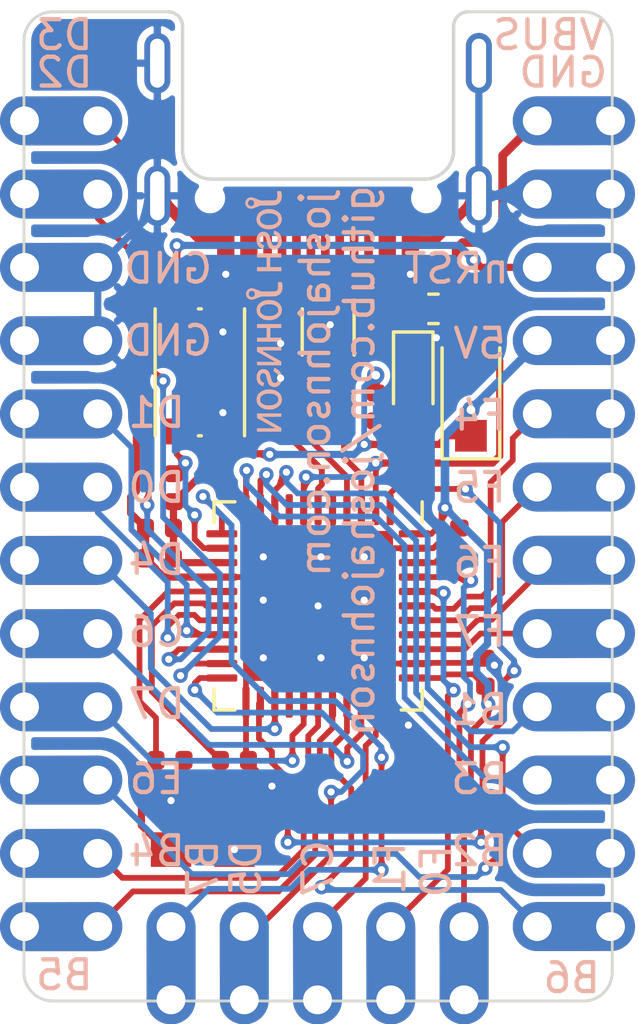
<source format=kicad_pcb>
(kicad_pcb (version 20171130) (host pcbnew 5.1.6-c6e7f7d~86~ubuntu20.04.1)
  (title_block (rev 0) (company "Josh Johnson"))
  (layers (0 F.Cu signal) (31 B.Cu signal) (34 B.Paste user) (35 F.Paste user) (36 B.SilkS user) (37 F.SilkS user) (38 B.Mask user) (39 F.Mask user) (44 Edge.Cuts user))
  (net 0 "")
  (net 1 GND)
  (net 2 "Net-(C1-Pad1)")
  (net 3 "Net-(C2-Pad1)")
  (net 4 "Net-(C3-Pad1)")
  (net 5 "Net-(C4-Pad1)")
  (net 6 +5V)
  (net 7 VBUS)
  (net 8 "Net-(D2-Pad2)")
  (net 9 "Net-(F1-Pad2)")
  (net 10 "Net-(J1-PadA6)")
  (net 11 "Net-(J1-PadA5)")
  (net 12 "Net-(J1-PadA7)")
  (net 13 "Net-(J1-PadB5)")
  (net 14 /nRST)
  (net 15 /USB_D+)
  (net 16 /USB_D-)
  (net 17 /PD3)
  (net 18 /PD2)
  (net 19 /PD1)
  (net 20 /PD0)
  (net 21 /PD4)
  (net 22 /PC6)
  (net 23 /PD7)
  (net 24 /PE6)
  (net 25 /PB4)
  (net 26 /PB5)
  (net 27 /PB7)
  (net 28 /PD5)
  (net 29 /PC7)
  (net 30 /PF1)
  (net 31 /PF0)
  (net 32 /PB6)
  (net 33 /PB2)
  (net 34 /PB3)
  (net 35 /PB1)
  (net 36 /PF7)
  (net 37 /PF6)
  (net 38 /PF5)
  (net 39 /PF4)
  (net 40 /D+)
  (net 41 /D-)
  (module josh-connectors:USB_C_TYPE-C-31-M-14 (layer F.Cu) (at 182.9 56.9 180)
    (fp_text reference J1 hide)
    (fp_text value USB_C_Receptacle_USB2.0)
    (fp_line (start 4.7 4.3) (end 4.7 0) (layer Edge.Cuts) (width 0.12))
    (fp_line (start 3.7 -1) (end 0 -1) (layer Edge.Cuts) (width 0.12))
    (fp_line (start -4.7 4.3) (end -4.7 0) (layer Edge.Cuts) (width 0.12))
    (fp_line (start -3.7 -1) (end 0 -1) (layer Edge.Cuts) (width 0.12))
    (fp_arc (start -5.2 4.3) (end -4.7 4.3) (angle 90) (layer Edge.Cuts) (width 0.12))
    (fp_arc (start -3.7 0) (end -4.7 0) (angle 90) (layer Edge.Cuts) (width 0.12))
    (fp_arc (start 3.7 0) (end 4.7 0) (angle -90) (layer Edge.Cuts) (width 0.12))
    (fp_arc (start 5.2 4.3) (end 4.7 4.3) (angle -90) (layer Edge.Cuts) (width 0.12))
    (pad S1 thru_hole oval (at 5.575 3.02 180) (size 0.9 2.1) (drill oval 0.5 1.7) (layers *.Cu *.Mask F.Paste) (net 1 GND))
    (pad S1 thru_hole oval (at -5.575 3.02 180) (size 0.9 2.1) (drill oval 0.5 1.7) (layers *.Cu *.Mask F.Paste) (net 1 GND))
    (pad A12 smd rect (at 3.35 -3.15 180) (size 0.3 1.75) (layers F.Cu F.Paste F.Mask) (net 1 GND) (clearance 0.01))
    (pad B1 smd rect (at 3.05 -3.15 180) (size 0.3 1.75) (layers F.Cu F.Paste F.Mask) (net 1 GND) (clearance 0.01))
    (pad B4 smd rect (at 2.25 -3.15 180) (size 0.3 1.75) (layers F.Cu F.Paste F.Mask) (net 9 "Net-(F1-Pad2)") (clearance 0.01))
    (pad A9 smd rect (at 2.55 -3.15 180) (size 0.3 1.75) (layers F.Cu F.Paste F.Mask) (net 9 "Net-(F1-Pad2)") (clearance 0.01))
    (pad B9 smd rect (at -2.25 -3.15 180) (size 0.3 1.75) (layers F.Cu F.Paste F.Mask) (net 9 "Net-(F1-Pad2)") (clearance 0.01))
    (pad A4 smd rect (at -2.55 -3.15 180) (size 0.3 1.75) (layers F.Cu F.Paste F.Mask) (net 9 "Net-(F1-Pad2)") (clearance 0.01))
    (pad B12 smd rect (at -3.05 -3.15 180) (size 0.3 1.75) (layers F.Cu F.Paste F.Mask) (net 1 GND) (clearance 0.01))
    (pad A1 smd rect (at -3.35 -3.15 180) (size 0.3 1.75) (layers F.Cu F.Paste F.Mask) (net 1 GND) (clearance 0.01))
    (pad A6 smd rect (at -0.25 -3.15 180) (size 0.3 1.75) (layers F.Cu F.Paste F.Mask) (net 10 "Net-(J1-PadA6)"))
    (pad A5 smd rect (at -1.25 -3.15 180) (size 0.3 1.75) (layers F.Cu F.Paste F.Mask) (net 11 "Net-(J1-PadA5)"))
    (pad B8 smd rect (at -1.75 -3.15 180) (size 0.3 1.75) (layers F.Cu F.Paste F.Mask))
    (pad B7 smd rect (at -0.75 -3.15 180) (size 0.3 1.75) (layers F.Cu F.Paste F.Mask) (net 12 "Net-(J1-PadA7)"))
    (pad B5 smd rect (at 1.75 -3.15 180) (size 0.3 1.75) (layers F.Cu F.Paste F.Mask) (net 13 "Net-(J1-PadB5)"))
    (pad A8 smd rect (at 1.25 -3.15 180) (size 0.3 1.75) (layers F.Cu F.Paste F.Mask))
    (pad B6 smd rect (at 0.75 -3.15 180) (size 0.3 1.75) (layers F.Cu F.Paste F.Mask) (net 10 "Net-(J1-PadA6)"))
    (pad A7 smd rect (at 0.25 -3.15 180) (size 0.3 1.75) (layers F.Cu F.Paste F.Mask) (net 12 "Net-(J1-PadA7)"))
    (pad "" np_thru_hole circle (at 3.75 -1.66 180) (size 0.65 0.65) (drill 0.65) (layers *.Cu *.Mask) (clearance 0.01))
    (pad "" np_thru_hole circle (at -3.75 -1.66 180) (size 0.65 0.65) (drill 0.65) (layers *.Cu *.Mask) (clearance 0.01))
    (pad S1 thru_hole oval (at 5.575 -1.58 180) (size 0.9 2.1) (drill oval 0.5 1.7) (layers *.Cu *.Mask F.Paste) (net 1 GND))
    (pad S1 thru_hole oval (at -5.575 -1.58 180) (size 0.9 2.1) (drill oval 0.5 1.7) (layers *.Cu *.Mask F.Paste) (net 1 GND))
  )
  (module josh-logos:OSHW_Logo_3.6x3.6_F.Mask (layer B.Cu) (at 186.3 79.1 270)
    (fp_text reference G*** hide)
    (fp_text value LOGO hide)
  )
  (module josh-logos:josh-johnson-logo-8_6x1_5 (layer B.Cu) (at 181 62.5 270)
    (fp_text reference G*** hide)
    (fp_text value LOGO hide)
  )
  (module josh-logos:josh-details (layer B.Cu) (at 182.1 63 270)
    (fp_text reference REF**)
    (fp_text value "Josh Details")
    (fp_text user joshajohnson.com (at 2 -0.7 270) (layer B.SilkS) (effects (justify mirror)))
    (fp_text user github.com/joshajohnson (at 4.6736 -2.232 270) (layer B.SilkS) (effects (justify mirror)))
  )
  (module josh-buttons-switches:SW_Push_1P1T_NO_CK_KMR2 (layer F.Cu) (at 178.8 64.6 270)
    (fp_text reference SW1 hide)
    (fp_text value SW_Push)
    (pad 1 smd rect (at -2.05 -0.8 270) (size 0.9 1) (layers F.Cu F.Paste F.Mask) (net 1 GND))
    (pad 2 smd rect (at -2.05 0.8 270) (size 0.9 1) (layers F.Cu F.Paste F.Mask) (net 14 /nRST))
    (pad 1 smd rect (at 2.05 -0.8 270) (size 0.9 1) (layers F.Cu F.Paste F.Mask) (net 1 GND))
    (pad 2 smd rect (at 2.05 0.8 270) (size 0.9 1) (layers F.Cu F.Paste F.Mask) (net 14 /nRST))
  )
  (module Capacitor_SMD:C_0402_1005Metric (layer F.Cu) (at 188.7 75 90)
    (fp_text reference C7 hide)
    (fp_text value 100n)
    (pad 1 smd roundrect (at -0.485 0 90) (size 0.59 0.64) (layers F.Cu F.Paste F.Mask) (net 6 +5V))
    (pad 2 smd roundrect (at 0.485 0 90) (size 0.59 0.64) (layers F.Cu F.Paste F.Mask) (net 1 GND))
  )
  (module josh-passives-smt:Fuse_0603_1608Metric (layer F.Cu) (at 186.9 62.4 180)
    (fp_text reference F1 hide)
    (fp_text value 500mA)
    (pad 1 smd roundrect (at -0.7875 0 180) (size 0.875 0.95) (layers F.Cu F.Paste F.Mask) (net 7 VBUS))
    (pad 2 smd roundrect (at 0.7875 0 180) (size 0.875 0.95) (layers F.Cu F.Paste F.Mask) (net 9 "Net-(F1-Pad2)"))
  )
  (module Resistor_SMD:R_0402_1005Metric (layer F.Cu) (at 183.8 65.8 90)
    (fp_text reference R6 hide)
    (fp_text value 22R)
    (pad 1 smd roundrect (at -0.485 0 90) (size 0.59 0.64) (layers F.Cu F.Paste F.Mask) (net 41 /D-))
    (pad 2 smd roundrect (at 0.485 0 90) (size 0.59 0.64) (layers F.Cu F.Paste F.Mask) (net 16 /USB_D-))
  )
  (module Resistor_SMD:R_0402_1005Metric (layer F.Cu) (at 182.7 65.8 90)
    (fp_text reference R5 hide)
    (fp_text value 22R)
    (pad 1 smd roundrect (at -0.485 0 90) (size 0.59 0.64) (layers F.Cu F.Paste F.Mask) (net 40 /D+))
    (pad 2 smd roundrect (at 0.485 0 90) (size 0.59 0.64) (layers F.Cu F.Paste F.Mask) (net 15 /USB_D+))
  )
  (module Resistor_SMD:R_0402_1005Metric (layer F.Cu) (at 184.9 65.8 270)
    (fp_text reference R4 hide)
    (fp_text value 2K2)
    (pad 1 smd roundrect (at -0.485 0 270) (size 0.59 0.64) (layers F.Cu F.Paste F.Mask) (net 6 +5V))
    (pad 2 smd roundrect (at 0.485 0 270) (size 0.59 0.64) (layers F.Cu F.Paste F.Mask) (net 8 "Net-(D2-Pad2)"))
  )
  (module Resistor_SMD:R_0402_1005Metric (layer F.Cu) (at 177.9 68.6 90)
    (fp_text reference R3 hide)
    (fp_text value 10K)
    (pad 1 smd roundrect (at -0.485 0 90) (size 0.59 0.64) (layers F.Cu F.Paste F.Mask) (net 6 +5V))
    (pad 2 smd roundrect (at 0.485 0 90) (size 0.59 0.64) (layers F.Cu F.Paste F.Mask) (net 14 /nRST))
  )
  (module Resistor_SMD:R_0402_1005Metric (layer F.Cu) (at 181.6 62.6 90)
    (fp_text reference R2 hide)
    (fp_text value 5K1)
    (pad 1 smd roundrect (at -0.485 0 90) (size 0.59 0.64) (layers F.Cu F.Paste F.Mask) (net 1 GND))
    (pad 2 smd roundrect (at 0.485 0 90) (size 0.59 0.64) (layers F.Cu F.Paste F.Mask) (net 13 "Net-(J1-PadB5)"))
  )
  (module Resistor_SMD:R_0402_1005Metric (layer F.Cu) (at 184.9 62.6 90)
    (fp_text reference R1 hide)
    (fp_text value 5K1)
    (pad 1 smd roundrect (at -0.485 0 90) (size 0.59 0.64) (layers F.Cu F.Paste F.Mask) (net 1 GND))
    (pad 2 smd roundrect (at 0.485 0 90) (size 0.59 0.64) (layers F.Cu F.Paste F.Mask) (net 11 "Net-(J1-PadA5)"))
  )
  (module Capacitor_SMD:C_0402_1005Metric (layer F.Cu) (at 177.4 71.05 180)
    (fp_text reference C6 hide)
    (fp_text value 100n)
    (pad 1 smd roundrect (at -0.485 0 180) (size 0.59 0.64) (layers F.Cu F.Paste F.Mask) (net 6 +5V))
    (pad 2 smd roundrect (at 0.485 0 180) (size 0.59 0.64) (layers F.Cu F.Paste F.Mask) (net 1 GND))
  )
  (module Capacitor_SMD:C_0402_1005Metric (layer F.Cu) (at 177.4 70 180)
    (fp_text reference C5 hide)
    (fp_text value 1u)
    (pad 1 smd roundrect (at -0.485 0 180) (size 0.59 0.64) (layers F.Cu F.Paste F.Mask) (net 6 +5V))
    (pad 2 smd roundrect (at 0.485 0 180) (size 0.59 0.64) (layers F.Cu F.Paste F.Mask) (net 1 GND))
  )
  (module Capacitor_SMD:C_0402_1005Metric (layer F.Cu) (at 181.6 65.8 90)
    (fp_text reference C4 hide)
    (fp_text value 1u)
    (pad 1 smd roundrect (at -0.485 0 90) (size 0.59 0.64) (layers F.Cu F.Paste F.Mask) (net 5 "Net-(C4-Pad1)"))
    (pad 2 smd roundrect (at 0.485 0 90) (size 0.59 0.64) (layers F.Cu F.Paste F.Mask) (net 1 GND))
  )
  (module Capacitor_SMD:C_0402_1005Metric (layer F.Cu) (at 187.8 70.485 90)
    (fp_text reference C3 hide)
    (fp_text value 100n)
    (pad 1 smd roundrect (at -0.485 0 90) (size 0.59 0.64) (layers F.Cu F.Paste F.Mask) (net 4 "Net-(C3-Pad1)"))
    (pad 2 smd roundrect (at 0.485 0 90) (size 0.59 0.64) (layers F.Cu F.Paste F.Mask) (net 1 GND))
  )
  (module Capacitor_SMD:C_0402_1005Metric (layer F.Cu) (at 177.765 78.05)
    (fp_text reference C2 hide)
    (fp_text value 22p)
    (pad 1 smd roundrect (at -0.485 0) (size 0.59 0.64) (layers F.Cu F.Paste F.Mask) (net 3 "Net-(C2-Pad1)"))
    (pad 2 smd roundrect (at 0.485 0) (size 0.59 0.64) (layers F.Cu F.Paste F.Mask) (net 1 GND))
  )
  (module Capacitor_SMD:C_0402_1005Metric (layer F.Cu) (at 180 78.05)
    (fp_text reference C1 hide)
    (fp_text value 22p)
    (pad 1 smd roundrect (at -0.485 0) (size 0.59 0.64) (layers F.Cu F.Paste F.Mask) (net 2 "Net-(C1-Pad1)"))
    (pad 2 smd roundrect (at 0.485 0) (size 0.59 0.64) (layers F.Cu F.Paste F.Mask) (net 1 GND))
  )
  (module josh-oscillators:Crystal_SMD_3225-4Pin_3.2x2.5mm (layer F.Cu) (at 178.9 80.3 180)
    (fp_text reference Y1 hide)
    (fp_text value 16MHz)
    (pad 1 smd rect (at -1.1 0.85 180) (size 1.4 1.2) (layers F.Cu F.Paste F.Mask) (net 2 "Net-(C1-Pad1)"))
    (pad 2 smd rect (at 1.1 0.85 180) (size 1.4 1.2) (layers F.Cu F.Paste F.Mask) (net 1 GND))
    (pad 3 smd rect (at 1.1 -0.85 180) (size 1.4 1.2) (layers F.Cu F.Paste F.Mask) (net 3 "Net-(C2-Pad1)"))
    (pad 4 smd rect (at -1.1 -0.85 180) (size 1.4 1.2) (layers F.Cu F.Paste F.Mask) (net 1 GND))
  )
  (module josh-connectors:Castellated_P2.54x5 (layer F.Cu) (at 187.96 83.82 270)
    (fp_text reference J3 hide)
    (fp_text value "0.1\" x 5")
    (fp_poly (pts (xy 2.54762 0.79502) (xy -0.00254 0.8001) (xy 0.01016 -0.80264) (xy 2.56032 -0.80264)) (layer F.Cu) (width 0.1))
    (fp_poly (pts (xy 2.54762 3.33502) (xy -0.00254 3.3401) (xy 0.01016 1.73736) (xy 2.56032 1.73736)) (layer F.Cu) (width 0.1))
    (fp_poly (pts (xy 2.54762 5.87502) (xy -0.00254 5.8801) (xy 0.01016 4.27736) (xy 2.56032 4.27736)) (layer F.Cu) (width 0.1))
    (fp_poly (pts (xy 2.54762 8.41502) (xy -0.00254 8.4201) (xy 0.01016 6.81736) (xy 2.56032 6.81736)) (layer F.Cu) (width 0.1))
    (fp_poly (pts (xy 2.54762 10.95502) (xy -0.00254 10.9601) (xy 0.01016 9.35736) (xy 2.56032 9.35736)) (layer F.Cu) (width 0.1))
    (fp_poly (pts (xy 2.54762 0.79502) (xy -0.00254 0.8001) (xy 0.01016 -0.80264) (xy 2.56032 -0.80264)) (layer B.Cu) (width 0.1))
    (fp_poly (pts (xy 2.54762 3.33502) (xy -0.00254 3.3401) (xy 0.01016 1.73736) (xy 2.56032 1.73736)) (layer B.Cu) (width 0.1))
    (fp_poly (pts (xy 2.54762 5.87502) (xy -0.00254 5.8801) (xy 0.01016 4.27736) (xy 2.56032 4.27736)) (layer B.Cu) (width 0.1))
    (fp_poly (pts (xy 2.54762 8.41502) (xy -0.00254 8.4201) (xy 0.01016 6.81736) (xy 2.56032 6.81736)) (layer B.Cu) (width 0.1))
    (fp_poly (pts (xy 2.54762 10.95502) (xy -0.00254 10.9601) (xy 0.01016 9.35736) (xy 2.56032 9.35736)) (layer B.Cu) (width 0.1))
    (pad 1 thru_hole circle (at 0 0 270) (size 1.7 1.7) (drill 1) (layers *.Cu *.Mask) (net 31 /PF0))
    (pad 1 thru_hole circle (at 2.54 0 270) (size 1.7 1.7) (drill 1) (layers *.Cu *.Mask) (net 31 /PF0))
    (pad 2 thru_hole circle (at 0 2.54 270) (size 1.7 1.7) (drill 1) (layers *.Cu *.Mask) (net 30 /PF1))
    (pad 3 thru_hole circle (at 0 5.08 270) (size 1.7 1.7) (drill 1) (layers *.Cu *.Mask) (net 29 /PC7))
    (pad 4 thru_hole circle (at 0 7.62 270) (size 1.7 1.7) (drill 1) (layers *.Cu *.Mask) (net 28 /PD5))
    (pad 5 thru_hole circle (at 0 10.16 270) (size 1.7 1.7) (drill 1) (layers *.Cu *.Mask) (net 27 /PB7))
    (pad 2 thru_hole circle (at 2.54 2.54 270) (size 1.7 1.7) (drill 1) (layers *.Cu *.Mask) (net 30 /PF1))
    (pad 3 thru_hole circle (at 2.54 5.08 270) (size 1.7 1.7) (drill 1) (layers *.Cu *.Mask) (net 29 /PC7))
    (pad 4 thru_hole circle (at 2.54 7.62 270) (size 1.7 1.7) (drill 1) (layers *.Cu *.Mask) (net 28 /PD5))
    (pad 5 thru_hole circle (at 2.54 10.16 270) (size 1.7 1.7) (drill 1) (layers *.Cu *.Mask) (net 27 /PB7))
  )
  (module Package_DFN_QFN:QFN-44-1EP_7x7mm_P0.5mm_EP5.2x5.2mm (layer F.Cu) (at 182.9 72.7 270)
    (fp_text reference U2 hide)
    (fp_text value ATmega32U4-MU)
    (pad 44 smd roundrect (at -2.5 -3.3375 270) (size 0.25 1.075) (layers F.Cu F.Paste F.Mask) (net 6 +5V))
    (pad 43 smd roundrect (at -2 -3.3375 270) (size 0.25 1.075) (layers F.Cu F.Paste F.Mask) (net 1 GND))
    (pad 42 smd roundrect (at -1.5 -3.3375 270) (size 0.25 1.075) (layers F.Cu F.Paste F.Mask) (net 4 "Net-(C3-Pad1)"))
    (pad 41 smd roundrect (at -1 -3.3375 270) (size 0.25 1.075) (layers F.Cu F.Paste F.Mask) (net 31 /PF0))
    (pad 40 smd roundrect (at -0.5 -3.3375 270) (size 0.25 1.075) (layers F.Cu F.Paste F.Mask) (net 30 /PF1))
    (pad 39 smd roundrect (at 0 -3.3375 270) (size 0.25 1.075) (layers F.Cu F.Paste F.Mask) (net 39 /PF4))
    (pad 38 smd roundrect (at 0.5 -3.3375 270) (size 0.25 1.075) (layers F.Cu F.Paste F.Mask) (net 38 /PF5))
    (pad 37 smd roundrect (at 1 -3.3375 270) (size 0.25 1.075) (layers F.Cu F.Paste F.Mask) (net 37 /PF6))
    (pad 36 smd roundrect (at 1.5 -3.3375 270) (size 0.25 1.075) (layers F.Cu F.Paste F.Mask) (net 36 /PF7))
    (pad 35 smd roundrect (at 2 -3.3375 270) (size 0.25 1.075) (layers F.Cu F.Paste F.Mask) (net 1 GND))
    (pad 34 smd roundrect (at 2.5 -3.3375 270) (size 0.25 1.075) (layers F.Cu F.Paste F.Mask) (net 6 +5V))
    (pad 33 smd roundrect (at 3.3375 -2.5 270) (size 1.075 0.25) (layers F.Cu F.Paste F.Mask) (net 1 GND))
    (pad 32 smd roundrect (at 3.3375 -2 270) (size 1.075 0.25) (layers F.Cu F.Paste F.Mask) (net 29 /PC7))
    (pad 31 smd roundrect (at 3.3375 -1.5 270) (size 1.075 0.25) (layers F.Cu F.Paste F.Mask) (net 22 /PC6))
    (pad 30 smd roundrect (at 3.3375 -1 270) (size 1.075 0.25) (layers F.Cu F.Paste F.Mask) (net 32 /PB6))
    (pad 29 smd roundrect (at 3.3375 -0.5 270) (size 1.075 0.25) (layers F.Cu F.Paste F.Mask) (net 26 /PB5))
    (pad 28 smd roundrect (at 3.3375 0 270) (size 1.075 0.25) (layers F.Cu F.Paste F.Mask) (net 25 /PB4))
    (pad 27 smd roundrect (at 3.3375 0.5 270) (size 1.075 0.25) (layers F.Cu F.Paste F.Mask) (net 23 /PD7))
    (pad 26 smd roundrect (at 3.3375 1 270) (size 1.075 0.25) (layers F.Cu F.Paste F.Mask))
    (pad 25 smd roundrect (at 3.3375 1.5 270) (size 1.075 0.25) (layers F.Cu F.Paste F.Mask) (net 21 /PD4))
    (pad 24 smd roundrect (at 3.3375 2 270) (size 1.075 0.25) (layers F.Cu F.Paste F.Mask) (net 6 +5V))
    (pad 23 smd roundrect (at 3.3375 2.5 270) (size 1.075 0.25) (layers F.Cu F.Paste F.Mask) (net 1 GND))
    (pad 22 smd roundrect (at 2.5 3.3375 270) (size 0.25 1.075) (layers F.Cu F.Paste F.Mask) (net 28 /PD5))
    (pad 21 smd roundrect (at 2 3.3375 270) (size 0.25 1.075) (layers F.Cu F.Paste F.Mask) (net 17 /PD3))
    (pad 20 smd roundrect (at 1.5 3.3375 270) (size 0.25 1.075) (layers F.Cu F.Paste F.Mask) (net 18 /PD2))
    (pad 19 smd roundrect (at 1 3.3375 270) (size 0.25 1.075) (layers F.Cu F.Paste F.Mask) (net 19 /PD1))
    (pad 18 smd roundrect (at 0.5 3.3375 270) (size 0.25 1.075) (layers F.Cu F.Paste F.Mask) (net 20 /PD0))
    (pad 17 smd roundrect (at 0 3.3375 270) (size 0.25 1.075) (layers F.Cu F.Paste F.Mask) (net 2 "Net-(C1-Pad1)"))
    (pad 16 smd roundrect (at -0.5 3.3375 270) (size 0.25 1.075) (layers F.Cu F.Paste F.Mask) (net 3 "Net-(C2-Pad1)"))
    (pad 15 smd roundrect (at -1 3.3375 270) (size 0.25 1.075) (layers F.Cu F.Paste F.Mask) (net 1 GND))
    (pad 14 smd roundrect (at -1.5 3.3375 270) (size 0.25 1.075) (layers F.Cu F.Paste F.Mask) (net 6 +5V))
    (pad 13 smd roundrect (at -2 3.3375 270) (size 0.25 1.075) (layers F.Cu F.Paste F.Mask) (net 14 /nRST))
    (pad 12 smd roundrect (at -2.5 3.3375 270) (size 0.25 1.075) (layers F.Cu F.Paste F.Mask) (net 27 /PB7))
    (pad 11 smd roundrect (at -3.3375 2.5 270) (size 1.075 0.25) (layers F.Cu F.Paste F.Mask) (net 34 /PB3))
    (pad 10 smd roundrect (at -3.3375 2 270) (size 1.075 0.25) (layers F.Cu F.Paste F.Mask) (net 33 /PB2))
    (pad 9 smd roundrect (at -3.3375 1.5 270) (size 1.075 0.25) (layers F.Cu F.Paste F.Mask) (net 35 /PB1))
    (pad 8 smd roundrect (at -3.3375 1 270) (size 1.075 0.25) (layers F.Cu F.Paste F.Mask))
    (pad 7 smd roundrect (at -3.3375 0.5 270) (size 1.075 0.25) (layers F.Cu F.Paste F.Mask) (net 7 VBUS))
    (pad 6 smd roundrect (at -3.3375 0 270) (size 1.075 0.25) (layers F.Cu F.Paste F.Mask) (net 5 "Net-(C4-Pad1)"))
    (pad 5 smd roundrect (at -3.3375 -0.5 270) (size 1.075 0.25) (layers F.Cu F.Paste F.Mask) (net 1 GND))
    (pad 4 smd roundrect (at -3.3375 -1 270) (size 1.075 0.25) (layers F.Cu F.Paste F.Mask) (net 40 /D+))
    (pad 3 smd roundrect (at -3.3375 -1.5 270) (size 1.075 0.25) (layers F.Cu F.Paste F.Mask) (net 41 /D-))
    (pad 2 smd roundrect (at -3.3375 -2 270) (size 1.075 0.25) (layers F.Cu F.Paste F.Mask) (net 7 VBUS))
    (pad 1 smd roundrect (at -3.3375 -2.5 270) (size 1.075 0.25) (layers F.Cu F.Paste F.Mask) (net 24 /PE6))
    (pad 45 smd roundrect (at 0 0 270) (size 5.2 5.2) (layers F.Cu F.Mask) (roundrect_rratio 0.048077) (net 1 GND))
  )
  (module Package_TO_SOT_SMD:SOT-666 (layer F.Cu) (at 183.25 63.2 270)
    (fp_text reference U1 hide)
    (fp_text value USBLC6-2P6)
    (pad 1 smd rect (at -0.85 -0.5375 270) (size 0.5 0.375) (layers F.Cu F.Paste F.Mask) (net 12 "Net-(J1-PadA7)"))
    (pad 3 smd rect (at -0.85 0.5375 270) (size 0.5 0.375) (layers F.Cu F.Paste F.Mask) (net 10 "Net-(J1-PadA6)"))
    (pad 5 smd rect (at 0.925 0 270) (size 0.65 0.3) (layers F.Cu F.Paste F.Mask) (net 9 "Net-(F1-Pad2)"))
    (pad 2 smd rect (at -0.925 0 270) (size 0.65 0.3) (layers F.Cu F.Paste F.Mask) (net 1 GND))
    (pad 4 smd rect (at 0.85 0.5375 270) (size 0.5 0.375) (layers F.Cu F.Paste F.Mask) (net 15 /USB_D+))
    (pad 6 smd rect (at 0.85 -0.5375 270) (size 0.5 0.375) (layers F.Cu F.Paste F.Mask) (net 16 /USB_D-))
  )
  (module josh-connectors:Castellated_P2.54x12 (layer F.Cu) (at 190.5 55.88)
    (fp_text reference J4 hide)
    (fp_text value "0.1\" x 12")
    (fp_poly (pts (xy 2.54762 0.79502) (xy -0.00254 0.8001) (xy 0.01016 -0.80264) (xy 2.56032 -0.80264)) (layer F.Cu) (width 0.1))
    (fp_poly (pts (xy 2.54762 3.33502) (xy -0.00254 3.3401) (xy 0.01016 1.73736) (xy 2.56032 1.73736)) (layer F.Cu) (width 0.1))
    (fp_poly (pts (xy 2.54762 5.87502) (xy -0.00254 5.8801) (xy 0.01016 4.27736) (xy 2.56032 4.27736)) (layer F.Cu) (width 0.1))
    (fp_poly (pts (xy 2.54762 8.41502) (xy -0.00254 8.4201) (xy 0.01016 6.81736) (xy 2.56032 6.81736)) (layer F.Cu) (width 0.1))
    (fp_poly (pts (xy 2.54762 10.95502) (xy -0.00254 10.9601) (xy 0.01016 9.35736) (xy 2.56032 9.35736)) (layer F.Cu) (width 0.1))
    (fp_poly (pts (xy 2.54762 13.49502) (xy -0.00254 13.5001) (xy 0.01016 11.89736) (xy 2.56032 11.89736)) (layer F.Cu) (width 0.1))
    (fp_poly (pts (xy 2.54762 16.03502) (xy -0.00254 16.0401) (xy 0.01016 14.43736) (xy 2.56032 14.43736)) (layer F.Cu) (width 0.1))
    (fp_poly (pts (xy 2.54762 18.57502) (xy -0.00254 18.5801) (xy 0.01016 16.97736) (xy 2.56032 16.97736)) (layer F.Cu) (width 0.1))
    (fp_poly (pts (xy 2.54762 21.11502) (xy -0.00254 21.1201) (xy 0.01016 19.51736) (xy 2.56032 19.51736)) (layer F.Cu) (width 0.1))
    (fp_poly (pts (xy 2.54762 23.65502) (xy -0.00254 23.6601) (xy 0.01016 22.05736) (xy 2.56032 22.05736)) (layer F.Cu) (width 0.1))
    (fp_poly (pts (xy 2.54762 26.19502) (xy -0.00254 26.2001) (xy 0.01016 24.59736) (xy 2.56032 24.59736)) (layer F.Cu) (width 0.1))
    (fp_poly (pts (xy 2.54762 28.73502) (xy -0.00254 28.7401) (xy 0.01016 27.13736) (xy 2.56032 27.13736)) (layer B.Cu) (width 0.1))
    (fp_poly (pts (xy 2.54762 26.19502) (xy -0.00254 26.2001) (xy 0.01016 24.59736) (xy 2.56032 24.59736)) (layer B.Cu) (width 0.1))
    (fp_poly (pts (xy 2.54762 23.65502) (xy -0.00254 23.6601) (xy 0.01016 22.05736) (xy 2.56032 22.05736)) (layer B.Cu) (width 0.1))
    (fp_poly (pts (xy 2.54762 21.11502) (xy -0.00254 21.1201) (xy 0.01016 19.51736) (xy 2.56032 19.51736)) (layer B.Cu) (width 0.1))
    (fp_poly (pts (xy 2.54762 18.57502) (xy -0.00254 18.5801) (xy 0.01016 16.97736) (xy 2.56032 16.97736)) (layer B.Cu) (width 0.1))
    (fp_poly (pts (xy 2.54762 16.03502) (xy -0.00254 16.0401) (xy 0.01016 14.43736) (xy 2.56032 14.43736)) (layer B.Cu) (width 0.1))
    (fp_poly (pts (xy 2.54762 13.49502) (xy -0.00254 13.5001) (xy 0.01016 11.89736) (xy 2.56032 11.89736)) (layer B.Cu) (width 0.1))
    (fp_poly (pts (xy 2.54762 10.95502) (xy -0.00254 10.9601) (xy 0.01016 9.35736) (xy 2.56032 9.35736)) (layer B.Cu) (width 0.1))
    (fp_poly (pts (xy 2.54762 8.41502) (xy -0.00254 8.4201) (xy 0.01016 6.81736) (xy 2.56032 6.81736)) (layer B.Cu) (width 0.1))
    (fp_poly (pts (xy 2.54762 5.87502) (xy -0.00254 5.8801) (xy 0.01016 4.27736) (xy 2.56032 4.27736)) (layer B.Cu) (width 0.1))
    (fp_poly (pts (xy 2.54762 3.33502) (xy -0.00254 3.3401) (xy 0.01016 1.73736) (xy 2.56032 1.73736)) (layer B.Cu) (width 0.1))
    (fp_poly (pts (xy 2.54762 0.79502) (xy -0.00254 0.8001) (xy 0.01016 -0.80264) (xy 2.56032 -0.80264)) (layer B.Cu) (width 0.1))
    (fp_poly (pts (xy 2.54762 28.73502) (xy -0.00254 28.7401) (xy 0.01016 27.13736) (xy 2.56032 27.13736)) (layer F.Cu) (width 0.1))
    (pad 1 thru_hole circle (at 0 0) (size 1.7 1.7) (drill 1) (layers *.Cu *.Mask) (net 7 VBUS))
    (pad 1 thru_hole circle (at 2.54 0) (size 1.7 1.7) (drill 1) (layers *.Cu *.Mask) (net 7 VBUS))
    (pad 2 thru_hole circle (at 0 2.54) (size 1.7 1.7) (drill 1) (layers *.Cu *.Mask) (net 1 GND))
    (pad 3 thru_hole circle (at 0 5.08) (size 1.7 1.7) (drill 1) (layers *.Cu *.Mask) (net 14 /nRST))
    (pad 4 thru_hole circle (at 0 7.62) (size 1.7 1.7) (drill 1) (layers *.Cu *.Mask) (net 6 +5V))
    (pad 5 thru_hole circle (at 0 10.16) (size 1.7 1.7) (drill 1) (layers *.Cu *.Mask) (net 39 /PF4))
    (pad 6 thru_hole circle (at 0 12.7) (size 1.7 1.7) (drill 1) (layers *.Cu *.Mask) (net 38 /PF5))
    (pad 7 thru_hole circle (at 0 15.24) (size 1.7 1.7) (drill 1) (layers *.Cu *.Mask) (net 37 /PF6))
    (pad 8 thru_hole circle (at 0 17.78) (size 1.7 1.7) (drill 1) (layers *.Cu *.Mask) (net 36 /PF7))
    (pad 9 thru_hole circle (at 0 20.32) (size 1.7 1.7) (drill 1) (layers *.Cu *.Mask) (net 35 /PB1))
    (pad 10 thru_hole circle (at 0 22.86) (size 1.7 1.7) (drill 1) (layers *.Cu *.Mask) (net 34 /PB3))
    (pad 11 thru_hole circle (at 0 25.4) (size 1.7 1.7) (drill 1) (layers *.Cu *.Mask) (net 33 /PB2))
    (pad 12 thru_hole circle (at 0 27.94) (size 1.7 1.7) (drill 1) (layers *.Cu *.Mask) (net 32 /PB6))
    (pad 2 thru_hole circle (at 2.54 2.54) (size 1.7 1.7) (drill 1) (layers *.Cu *.Mask) (net 1 GND))
    (pad 3 thru_hole circle (at 2.54 5.08) (size 1.7 1.7) (drill 1) (layers *.Cu *.Mask) (net 14 /nRST))
    (pad 4 thru_hole circle (at 2.54 7.62) (size 1.7 1.7) (drill 1) (layers *.Cu *.Mask) (net 6 +5V))
    (pad 5 thru_hole circle (at 2.54 10.16) (size 1.7 1.7) (drill 1) (layers *.Cu *.Mask) (net 39 /PF4))
    (pad 6 thru_hole circle (at 2.54 12.7) (size 1.7 1.7) (drill 1) (layers *.Cu *.Mask) (net 38 /PF5))
    (pad 7 thru_hole circle (at 2.54 15.24) (size 1.7 1.7) (drill 1) (layers *.Cu *.Mask) (net 37 /PF6))
    (pad 8 thru_hole circle (at 2.54 17.78) (size 1.7 1.7) (drill 1) (layers *.Cu *.Mask) (net 36 /PF7))
    (pad 9 thru_hole circle (at 2.54 20.32) (size 1.7 1.7) (drill 1) (layers *.Cu *.Mask) (net 35 /PB1))
    (pad 10 thru_hole circle (at 2.54 22.86) (size 1.7 1.7) (drill 1) (layers *.Cu *.Mask) (net 34 /PB3))
    (pad 11 thru_hole circle (at 2.54 25.4) (size 1.7 1.7) (drill 1) (layers *.Cu *.Mask) (net 33 /PB2))
    (pad 12 thru_hole circle (at 2.54 27.94) (size 1.7 1.7) (drill 1) (layers *.Cu *.Mask) (net 32 /PB6))
  )
  (module josh-connectors:Castellated_P2.54x12 (layer F.Cu) (at 175.26 83.82 180)
    (fp_text reference J2 hide)
    (fp_text value "0.1\" x 12")
    (fp_poly (pts (xy 2.54762 0.79502) (xy -0.00254 0.8001) (xy 0.01016 -0.80264) (xy 2.56032 -0.80264)) (layer F.Cu) (width 0.1))
    (fp_poly (pts (xy 2.54762 3.33502) (xy -0.00254 3.3401) (xy 0.01016 1.73736) (xy 2.56032 1.73736)) (layer F.Cu) (width 0.1))
    (fp_poly (pts (xy 2.54762 5.87502) (xy -0.00254 5.8801) (xy 0.01016 4.27736) (xy 2.56032 4.27736)) (layer F.Cu) (width 0.1))
    (fp_poly (pts (xy 2.54762 8.41502) (xy -0.00254 8.4201) (xy 0.01016 6.81736) (xy 2.56032 6.81736)) (layer F.Cu) (width 0.1))
    (fp_poly (pts (xy 2.54762 10.95502) (xy -0.00254 10.9601) (xy 0.01016 9.35736) (xy 2.56032 9.35736)) (layer F.Cu) (width 0.1))
    (fp_poly (pts (xy 2.54762 13.49502) (xy -0.00254 13.5001) (xy 0.01016 11.89736) (xy 2.56032 11.89736)) (layer F.Cu) (width 0.1))
    (fp_poly (pts (xy 2.54762 16.03502) (xy -0.00254 16.0401) (xy 0.01016 14.43736) (xy 2.56032 14.43736)) (layer F.Cu) (width 0.1))
    (fp_poly (pts (xy 2.54762 18.57502) (xy -0.00254 18.5801) (xy 0.01016 16.97736) (xy 2.56032 16.97736)) (layer F.Cu) (width 0.1))
    (fp_poly (pts (xy 2.54762 21.11502) (xy -0.00254 21.1201) (xy 0.01016 19.51736) (xy 2.56032 19.51736)) (layer F.Cu) (width 0.1))
    (fp_poly (pts (xy 2.54762 23.65502) (xy -0.00254 23.6601) (xy 0.01016 22.05736) (xy 2.56032 22.05736)) (layer F.Cu) (width 0.1))
    (fp_poly (pts (xy 2.54762 26.19502) (xy -0.00254 26.2001) (xy 0.01016 24.59736) (xy 2.56032 24.59736)) (layer F.Cu) (width 0.1))
    (fp_poly (pts (xy 2.54762 28.73502) (xy -0.00254 28.7401) (xy 0.01016 27.13736) (xy 2.56032 27.13736)) (layer B.Cu) (width 0.1))
    (fp_poly (pts (xy 2.54762 26.19502) (xy -0.00254 26.2001) (xy 0.01016 24.59736) (xy 2.56032 24.59736)) (layer B.Cu) (width 0.1))
    (fp_poly (pts (xy 2.54762 23.65502) (xy -0.00254 23.6601) (xy 0.01016 22.05736) (xy 2.56032 22.05736)) (layer B.Cu) (width 0.1))
    (fp_poly (pts (xy 2.54762 21.11502) (xy -0.00254 21.1201) (xy 0.01016 19.51736) (xy 2.56032 19.51736)) (layer B.Cu) (width 0.1))
    (fp_poly (pts (xy 2.54762 18.57502) (xy -0.00254 18.5801) (xy 0.01016 16.97736) (xy 2.56032 16.97736)) (layer B.Cu) (width 0.1))
    (fp_poly (pts (xy 2.54762 16.03502) (xy -0.00254 16.0401) (xy 0.01016 14.43736) (xy 2.56032 14.43736)) (layer B.Cu) (width 0.1))
    (fp_poly (pts (xy 2.54762 13.49502) (xy -0.00254 13.5001) (xy 0.01016 11.89736) (xy 2.56032 11.89736)) (layer B.Cu) (width 0.1))
    (fp_poly (pts (xy 2.54762 10.95502) (xy -0.00254 10.9601) (xy 0.01016 9.35736) (xy 2.56032 9.35736)) (layer B.Cu) (width 0.1))
    (fp_poly (pts (xy 2.54762 8.41502) (xy -0.00254 8.4201) (xy 0.01016 6.81736) (xy 2.56032 6.81736)) (layer B.Cu) (width 0.1))
    (fp_poly (pts (xy 2.54762 5.87502) (xy -0.00254 5.8801) (xy 0.01016 4.27736) (xy 2.56032 4.27736)) (layer B.Cu) (width 0.1))
    (fp_poly (pts (xy 2.54762 3.33502) (xy -0.00254 3.3401) (xy 0.01016 1.73736) (xy 2.56032 1.73736)) (layer B.Cu) (width 0.1))
    (fp_poly (pts (xy 2.54762 0.79502) (xy -0.00254 0.8001) (xy 0.01016 -0.80264) (xy 2.56032 -0.80264)) (layer B.Cu) (width 0.1))
    (fp_poly (pts (xy 2.54762 28.73502) (xy -0.00254 28.7401) (xy 0.01016 27.13736) (xy 2.56032 27.13736)) (layer F.Cu) (width 0.1))
    (pad 1 thru_hole circle (at 0 0 180) (size 1.7 1.7) (drill 1) (layers *.Cu *.Mask) (net 26 /PB5))
    (pad 1 thru_hole circle (at 2.54 0 180) (size 1.7 1.7) (drill 1) (layers *.Cu *.Mask) (net 26 /PB5))
    (pad 2 thru_hole circle (at 0 2.54 180) (size 1.7 1.7) (drill 1) (layers *.Cu *.Mask) (net 25 /PB4))
    (pad 3 thru_hole circle (at 0 5.08 180) (size 1.7 1.7) (drill 1) (layers *.Cu *.Mask) (net 24 /PE6))
    (pad 4 thru_hole circle (at 0 7.62 180) (size 1.7 1.7) (drill 1) (layers *.Cu *.Mask) (net 23 /PD7))
    (pad 5 thru_hole circle (at 0 10.16 180) (size 1.7 1.7) (drill 1) (layers *.Cu *.Mask) (net 22 /PC6))
    (pad 6 thru_hole circle (at 0 12.7 180) (size 1.7 1.7) (drill 1) (layers *.Cu *.Mask) (net 21 /PD4))
    (pad 7 thru_hole circle (at 0 15.24 180) (size 1.7 1.7) (drill 1) (layers *.Cu *.Mask) (net 20 /PD0))
    (pad 8 thru_hole circle (at 0 17.78 180) (size 1.7 1.7) (drill 1) (layers *.Cu *.Mask) (net 19 /PD1))
    (pad 9 thru_hole circle (at 0 20.32 180) (size 1.7 1.7) (drill 1) (layers *.Cu *.Mask) (net 1 GND))
    (pad 10 thru_hole circle (at 0 22.86 180) (size 1.7 1.7) (drill 1) (layers *.Cu *.Mask) (net 1 GND))
    (pad 11 thru_hole circle (at 0 25.4 180) (size 1.7 1.7) (drill 1) (layers *.Cu *.Mask) (net 18 /PD2))
    (pad 12 thru_hole circle (at 0 27.94 180) (size 1.7 1.7) (drill 1) (layers *.Cu *.Mask) (net 17 /PD3))
    (pad 2 thru_hole circle (at 2.54 2.54 180) (size 1.7 1.7) (drill 1) (layers *.Cu *.Mask) (net 25 /PB4))
    (pad 3 thru_hole circle (at 2.54 5.08 180) (size 1.7 1.7) (drill 1) (layers *.Cu *.Mask) (net 24 /PE6))
    (pad 4 thru_hole circle (at 2.54 7.62 180) (size 1.7 1.7) (drill 1) (layers *.Cu *.Mask) (net 23 /PD7))
    (pad 5 thru_hole circle (at 2.54 10.16 180) (size 1.7 1.7) (drill 1) (layers *.Cu *.Mask) (net 22 /PC6))
    (pad 6 thru_hole circle (at 2.54 12.7 180) (size 1.7 1.7) (drill 1) (layers *.Cu *.Mask) (net 21 /PD4))
    (pad 7 thru_hole circle (at 2.54 15.24 180) (size 1.7 1.7) (drill 1) (layers *.Cu *.Mask) (net 20 /PD0))
    (pad 8 thru_hole circle (at 2.54 17.78 180) (size 1.7 1.7) (drill 1) (layers *.Cu *.Mask) (net 19 /PD1))
    (pad 9 thru_hole circle (at 2.54 20.32 180) (size 1.7 1.7) (drill 1) (layers *.Cu *.Mask) (net 1 GND))
    (pad 10 thru_hole circle (at 2.54 22.86 180) (size 1.7 1.7) (drill 1) (layers *.Cu *.Mask) (net 1 GND))
    (pad 11 thru_hole circle (at 2.54 25.4 180) (size 1.7 1.7) (drill 1) (layers *.Cu *.Mask) (net 18 /PD2))
    (pad 12 thru_hole circle (at 2.54 27.94 180) (size 1.7 1.7) (drill 1) (layers *.Cu *.Mask) (net 17 /PD3))
  )
  (module LED_SMD:LED_0603_1608Metric_Castellated (layer F.Cu) (at 186.2 64.8875 270)
    (fp_text reference D2 hide)
    (fp_text value LED)
    (pad 1 smd roundrect (at -0.8125 0 270) (size 1.225 0.85) (layers F.Cu F.Paste F.Mask) (net 1 GND))
    (pad 2 smd roundrect (at 0.8125 0 270) (size 1.225 0.85) (layers F.Cu F.Paste F.Mask) (net 8 "Net-(D2-Pad2)"))
  )
  (module Diode_SMD:D_SOD-123F (layer F.Cu) (at 188.2 65.4 90)
    (fp_text reference D1 hide)
    (fp_text value D_Schottky)
    (pad 1 smd rect (at -1.4 0 90) (size 1.1 1.1) (layers F.Cu F.Paste F.Mask) (net 6 +5V))
    (pad 2 smd rect (at 1.4 0 90) (size 1.1 1.1) (layers F.Cu F.Paste F.Mask) (net 7 VBUS))
  )
  (gr_text VBUS (at 190.9 52.9) (layer B.SilkS) (effects (font (size 1 1)) (justify mirror)))
  (gr_text GND (at 191.4 54.2) (layer B.SilkS) (effects (font (size 1 1)) (justify mirror)))
  (gr_text nRST (at 187.7 61) (layer B.SilkS) (effects (font (size 1 1)) (justify mirror)))
  (gr_text 5V (at 188.5 63.6) (layer B.SilkS) (effects (font (size 1 1)) (justify mirror)))
  (gr_text F4 (at 188.5 66.1) (layer B.SilkS) (effects (font (size 1 1)) (justify mirror)))
  (gr_text F5 (at 188.5 68.6) (layer B.SilkS) (effects (font (size 1 1)) (justify mirror)))
  (gr_text F6 (at 188.5 71.2) (layer B.SilkS) (effects (font (size 1 1)) (justify mirror)))
  (gr_text F7 (at 188.5 73.6) (layer B.SilkS) (effects (font (size 1 1)) (justify mirror)))
  (gr_text B1 (at 188.5 76.3) (layer B.SilkS) (effects (font (size 1 1)) (justify mirror)))
  (gr_text B3 (at 188.5 78.7) (layer B.SilkS) (effects (font (size 1 1)) (justify mirror)))
  (gr_text B2 (at 188.5 81.2) (layer B.SilkS) (effects (font (size 1 1)) (justify mirror)))
  (gr_text B6 (at 191.7 85.6) (layer B.SilkS) (effects (font (size 1 1)) (justify mirror)))
  (gr_text D3 (at 174.1 52.9) (layer B.SilkS) (effects (font (size 1 1)) (justify mirror)))
  (gr_text D2 (at 174.1 54.2) (layer B.SilkS) (effects (font (size 1 1)) (justify mirror)))
  (gr_text GND (at 177.7 61) (layer B.SilkS) (effects (font (size 1 1)) (justify mirror)))
  (gr_text GND (at 177.7 63.5) (layer B.SilkS) (effects (font (size 1 1)) (justify mirror)))
  (gr_text D1 (at 177.3 66) (layer B.SilkS) (effects (font (size 1 1)) (justify mirror)))
  (gr_text D0 (at 177.3 68.6) (layer B.SilkS) (effects (font (size 1 1)) (justify mirror)))
  (gr_text D4 (at 177.3 71.1) (layer B.SilkS) (effects (font (size 1 1)) (justify mirror)))
  (gr_text C6 (at 177.3 73.6) (layer B.SilkS) (effects (font (size 1 1)) (justify mirror)))
  (gr_text D7 (at 177.3 76.1) (layer B.SilkS) (effects (font (size 1 1)) (justify mirror)))
  (gr_text E6 (at 177.3 78.7) (layer B.SilkS) (effects (font (size 1 1)) (justify mirror)))
  (gr_text B4 (at 177.3 81.2) (layer B.SilkS) (effects (font (size 1 1)) (justify mirror)))
  (gr_text B5 (at 174.1 85.5) (layer B.SilkS) (effects (font (size 1 1)) (justify mirror)))
  (gr_text F0 (at 187 81.9 90) (layer B.SilkS) (effects (font (size 1 1)) (justify mirror)))
  (gr_text F1 (at 185.4 81.8 90) (layer B.SilkS) (effects (font (size 1 1)) (justify mirror)))
  (gr_text C7 (at 182.9 81.8 90) (layer B.SilkS) (effects (font (size 1 1)) (justify mirror)))
  (gr_text D5 (at 180.4 81.8 90) (layer B.SilkS) (effects (font (size 1 1)) (justify mirror)))
  (gr_text B7 (at 178.9 81.8 90) (layer B.SilkS) (effects (font (size 1 1)) (justify mirror)))
  (gr_line (start 172.7 53.1) (end 172.7 85.4) (layer Edge.Cuts) (width 0.1))
  (gr_arc (start 173.7 53.1) (end 173.7 52.1) (angle -90) (layer Edge.Cuts) (width 0.1))
  (gr_arc (start 173.7 85.4) (end 173.7 86.4) (angle 90) (layer Edge.Cuts) (width 0.1))
  (gr_line (start 177 86.4) (end 173.7 86.4) (layer Edge.Cuts) (width 0.1))
  (gr_line (start 177.7 52.1) (end 173.7 52.1) (layer Edge.Cuts) (width 0.1))
  (gr_arc (start 192.1 53.1) (end 192.1 52.1) (angle 90) (layer Edge.Cuts) (width 0.1))
  (gr_line (start 188.1 52.1) (end 192.1 52.1) (layer Edge.Cuts) (width 0.1))
  (gr_line (start 177 86.4) (end 192.1 86.4) (layer Edge.Cuts) (width 0.1))
  (gr_arc (start 192.1 85.4) (end 192.1 86.4) (angle -90) (layer Edge.Cuts) (width 0.1))
  (gr_line (start 193.1 85.4) (end 193.1 53.1) (layer Edge.Cuts) (width 0.1))
  (segment (start 185.95 60.05) (end 186.25 60.05) (width 0.2) (layer F.Cu) (net 1))
  (segment (start 179.55 60.05) (end 179.85 60.05) (width 0.2) (layer F.Cu) (net 1))
  (segment (start 175.26 60.96) (end 173.15001 60.96) (width 0.4) (layer F.Cu) (net 1))
  (segment (start 174.057919 63.5) (end 173.15001 63.5) (width 0.4) (layer F.Cu) (net 1))
  (segment (start 175.26 63.5) (end 174.057919 63.5) (width 0.4) (layer F.Cu) (net 1))
  (segment (start 190.5 58.42) (end 192.64999 58.42) (width 0.4) (layer F.Cu) (net 1))
  (segment (start 178.895 60.05) (end 177.325 58.48) (width 0.4) (layer F.Cu) (net 1))
  (segment (start 179.55 60.05) (end 178.895 60.05) (width 0.4) (layer F.Cu) (net 1))
  (segment (start 186.2375 70.7) (end 184.9 70.7) (width 0.2) (layer F.Cu) (net 1))
  (segment (start 183.4 69.3625) (end 183.4 72.2) (width 0.2) (layer F.Cu) (net 1))
  (segment (start 181.9 71.7) (end 182.9 72.7) (width 0.2) (layer F.Cu) (net 1))
  (segment (start 179.5625 71.7) (end 181.9 71.7) (width 0.2) (layer F.Cu) (net 1))
  (via (at 179.6 66) (size 0.5) (drill 0.25) (layers F.Cu B.Cu) (net 1))
  (segment (start 179.6 66.65) (end 179.6 66) (width 0.2) (layer F.Cu) (net 1))
  (via (at 179.6 63.2) (size 0.5) (drill 0.25) (layers F.Cu B.Cu) (net 1))
  (segment (start 179.6 62.55) (end 179.6 63.2) (width 0.2) (layer F.Cu) (net 1))
  (segment (start 177.325 58.895) (end 177.325 58.48) (width 0.25) (layer B.Cu) (net 1))
  (segment (start 175.26 60.96) (end 177.325 58.895) (width 0.25) (layer B.Cu) (net 1))
  (segment (start 175.26 63.5) (end 173.07501 63.5) (width 0.25) (layer B.Cu) (net 1))
  (segment (start 175.26 63.5) (end 175.26 60.96) (width 0.25) (layer B.Cu) (net 1))
  (segment (start 185.4 75.2) (end 182.9 72.7) (width 0.2) (layer F.Cu) (net 1))
  (segment (start 185.4 76.0375) (end 185.4 75.2) (width 0.2) (layer F.Cu) (net 1))
  (segment (start 178.25 79) (end 177.8 79.45) (width 0.3) (layer F.Cu) (net 1))
  (segment (start 178.25 78.05) (end 178.25 79) (width 0.3) (layer F.Cu) (net 1))
  (segment (start 178.05 79.45) (end 177.8 79.45) (width 0.3) (layer F.Cu) (net 1))
  (segment (start 180 81.15) (end 179.75 81.15) (width 0.3) (layer F.Cu) (net 1))
  (segment (start 180.4 75.2) (end 182.9 72.7) (width 0.2) (layer F.Cu) (net 1))
  (segment (start 180.4 76.0375) (end 180.4 75.2) (width 0.2) (layer F.Cu) (net 1))
  (segment (start 176.915 71.05) (end 176.915 70.515) (width 0.25) (layer F.Cu) (net 1))
  (segment (start 176.915 70.515) (end 176.915 70) (width 0.25) (layer F.Cu) (net 1))
  (segment (start 184.9 74.7) (end 182.9 72.7) (width 0.2) (layer F.Cu) (net 1))
  (segment (start 186.2375 74.7) (end 184.9 74.7) (width 0.2) (layer F.Cu) (net 1))
  (segment (start 176.915 70.515) (end 176.915 70.295165) (width 0.25) (layer F.Cu) (net 1))
  (segment (start 176.915 70.295165) (end 176.81054 70.190705) (width 0.25) (layer F.Cu) (net 1))
  (segment (start 176.915 71.05) (end 176.915 71.15) (width 0.25) (layer F.Cu) (net 1))
  (segment (start 177.26499 71.39999) (end 176.915 71.05) (width 0.25) (layer F.Cu) (net 1))
  (segment (start 179.5625 71.7) (end 177.565 71.7) (width 0.25) (layer F.Cu) (net 1))
  (segment (start 177.56001 71.69501) (end 177.541778 71.69501) (width 0.25) (layer F.Cu) (net 1))
  (segment (start 177.26499 71.418222) (end 177.26499 71.39999) (width 0.25) (layer F.Cu) (net 1))
  (segment (start 177.565 71.7) (end 177.56001 71.69501) (width 0.25) (layer F.Cu) (net 1))
  (segment (start 177.541778 71.69501) (end 177.26499 71.418222) (width 0.25) (layer F.Cu) (net 1))
  (segment (start 180.4 77.965) (end 180.4 76.575) (width 0.2) (layer F.Cu) (net 1))
  (segment (start 180.485 78.05) (end 180.4 77.965) (width 0.2) (layer F.Cu) (net 1))
  (segment (start 180.4 76.575) (end 180.4 76.0375) (width 0.2) (layer F.Cu) (net 1))
  (via (at 186.031588 76.833819) (size 0.5) (drill 0.25) (layers F.Cu B.Cu) (net 1))
  (segment (start 186.775 74.7) (end 186.800046 74.674954) (width 0.2) (layer F.Cu) (net 1))
  (segment (start 186.800046 74.674954) (end 188.220046 74.674954) (width 0.2) (layer F.Cu) (net 1))
  (segment (start 186.2375 74.7) (end 186.775 74.7) (width 0.2) (layer F.Cu) (net 1))
  (segment (start 188.220046 74.674954) (end 188.38 74.515) (width 0.2) (layer F.Cu) (net 1))
  (segment (start 188.38 74.515) (end 188.7 74.515) (width 0.2) (layer F.Cu) (net 1))
  (segment (start 180 81.15) (end 180 81.15) (width 0.2) (layer F.Cu) (net 1))
  (segment (start 177.8 79.45) (end 177.8 79.45) (width 0.3) (layer F.Cu) (net 1))
  (via (at 177.8 79.45) (size 0.5) (drill 0.25) (layers F.Cu B.Cu) (net 1))
  (via (at 180 81.15) (size 0.5) (drill 0.25) (layers F.Cu B.Cu) (net 1))
  (segment (start 180 81.15) (end 180.1 81.15) (width 0.2) (layer F.Cu) (net 1))
  (segment (start 186.893806 70.7) (end 187.593806 70) (width 0.2) (layer F.Cu) (net 1))
  (segment (start 187.593806 70) (end 187.8 70) (width 0.2) (layer F.Cu) (net 1))
  (segment (start 186.2375 70.7) (end 186.893806 70.7) (width 0.2) (layer F.Cu) (net 1))
  (via (at 181 71) (size 0.5) (drill 0.25) (layers F.Cu B.Cu) (net 1))
  (via (at 183 71) (size 0.5) (drill 0.25) (layers F.Cu B.Cu) (net 1))
  (via (at 184.5 71) (size 0.5) (drill 0.25) (layers F.Cu B.Cu) (net 1))
  (via (at 184.5 72.5) (size 0.5) (drill 0.25) (layers F.Cu B.Cu) (net 1))
  (via (at 184.5 74.5) (size 0.5) (drill 0.25) (layers F.Cu B.Cu) (net 1))
  (via (at 183 74.5) (size 0.5) (drill 0.25) (layers F.Cu B.Cu) (net 1))
  (via (at 181 74.5) (size 0.5) (drill 0.25) (layers F.Cu B.Cu) (net 1))
  (via (at 181 72.5) (size 0.5) (drill 0.25) (layers F.Cu B.Cu) (net 1))
  (via (at 182.9 72.7) (size 0.5) (drill 0.25) (layers F.Cu B.Cu) (net 1))
  (segment (start 181.6 63.085) (end 181.6 63.6) (width 0.2) (layer F.Cu) (net 1))
  (via (at 181.6 63.6) (size 0.5) (drill 0.25) (layers F.Cu B.Cu) (net 1))
  (segment (start 181.6 65.315) (end 181.6 64.800006) (width 0.2) (layer F.Cu) (net 1))
  (via (at 181.599994 64.8) (size 0.5) (drill 0.25) (layers F.Cu B.Cu) (net 1))
  (segment (start 181.6 64.800006) (end 181.599994 64.8) (width 0.2) (layer F.Cu) (net 1))
  (segment (start 185.533819 76.833819) (end 186.031588 76.833819) (width 0.2) (layer F.Cu) (net 1))
  (segment (start 185.4 76.0375) (end 185.4 76.7) (width 0.2) (layer F.Cu) (net 1))
  (segment (start 185.4 76.7) (end 185.533819 76.833819) (width 0.2) (layer F.Cu) (net 1))
  (segment (start 176.401214 68.923996) (end 176.6 68.72521) (width 0.25) (layer F.Cu) (net 1))
  (segment (start 176.401214 69.486214) (end 176.401214 68.923996) (width 0.25) (layer F.Cu) (net 1))
  (segment (start 176.109999 64.809999) (end 176.109999 64.349999) (width 0.25) (layer F.Cu) (net 1))
  (segment (start 176.6 68.72521) (end 176.6 65.3) (width 0.25) (layer F.Cu) (net 1))
  (segment (start 176.915 70) (end 176.401214 69.486214) (width 0.25) (layer F.Cu) (net 1))
  (segment (start 176.109999 64.349999) (end 175.26 63.5) (width 0.25) (layer F.Cu) (net 1))
  (segment (start 176.6 65.3) (end 176.109999 64.809999) (width 0.25) (layer F.Cu) (net 1))
  (segment (start 188.941344 74.756344) (end 189.014887 74.756344) (width 0.2) (layer F.Cu) (net 1))
  (via (at 189.014887 74.756344) (size 0.5) (drill 0.25) (layers F.Cu B.Cu) (net 1))
  (segment (start 188.7 74.515) (end 188.941344 74.756344) (width 0.2) (layer F.Cu) (net 1))
  (segment (start 180.485 78.135) (end 181.050001 78.700001) (width 0.2) (layer F.Cu) (net 1))
  (via (at 181.3 78.95) (size 0.5) (drill 0.25) (layers F.Cu B.Cu) (net 1))
  (segment (start 181.050001 78.700001) (end 181.3 78.95) (width 0.2) (layer F.Cu) (net 1))
  (segment (start 180.485 78.05) (end 180.485 78.135) (width 0.2) (layer F.Cu) (net 1))
  (segment (start 186.905 60.05) (end 188.475 58.48) (width 0.35) (layer F.Cu) (net 1))
  (segment (start 186.25 60.05) (end 186.905 60.05) (width 0.35) (layer F.Cu) (net 1))
  (segment (start 188.475 58.48) (end 188.475 53.88) (width 0.25) (layer B.Cu) (net 1))
  (segment (start 177.325 58.48) (end 177.325 53.88) (width 0.25) (layer B.Cu) (net 1))
  (via (at 183.319037 62.951512) (size 0.5) (drill 0.25) (layers F.Cu B.Cu) (net 1))
  (segment (start 183.25 62.275) (end 183.25 62.882475) (width 0.3) (layer F.Cu) (net 1))
  (segment (start 183.25 62.882475) (end 183.319037 62.951512) (width 0.3) (layer F.Cu) (net 1))
  (segment (start 183.452525 63.085) (end 183.319037 62.951512) (width 0.2) (layer F.Cu) (net 1))
  (segment (start 184.9 63.085) (end 183.452525 63.085) (width 0.2) (layer F.Cu) (net 1))
  (segment (start 190.44 58.48) (end 190.5 58.42) (width 0.25) (layer B.Cu) (net 1))
  (segment (start 188.475 58.48) (end 190.44 58.48) (width 0.25) (layer B.Cu) (net 1))
  (segment (start 186.2 63.9) (end 186.7 63.4) (width 0.2) (layer F.Cu) (net 1))
  (segment (start 186.2 64.075) (end 186.2 63.9) (width 0.2) (layer F.Cu) (net 1))
  (segment (start 186.7 63.4) (end 187 63.4) (width 0.2) (layer F.Cu) (net 1))
  (via (at 187 63.4) (size 0.5) (drill 0.25) (layers F.Cu B.Cu) (net 1))
  (via (at 179.7 61.2) (size 0.5) (drill 0.25) (layers F.Cu B.Cu) (net 1))
  (segment (start 179.7 60.2) (end 179.799999 60.100001) (width 0.4) (layer F.Cu) (net 1))
  (segment (start 179.7 61.2) (end 179.7 60.2) (width 0.4) (layer F.Cu) (net 1))
  (via (at 186.1 61.2) (size 0.5) (drill 0.25) (layers F.Cu B.Cu) (net 1))
  (segment (start 186.1 61.2) (end 186.1 60.2) (width 0.4) (layer F.Cu) (net 1))
  (segment (start 179.515 78.965) (end 180 79.45) (width 0.25) (layer F.Cu) (net 2))
  (segment (start 179.515 78.05) (end 179.515 78.965) (width 0.25) (layer F.Cu) (net 2))
  (segment (start 179.025 72.7) (end 179.5625 72.7) (width 0.2) (layer F.Cu) (net 2))
  (segment (start 178.936346 72.611346) (end 179.025 72.7) (width 0.2) (layer F.Cu) (net 2))
  (segment (start 179.515 78.05) (end 177.135205 75.670205) (width 0.2) (layer F.Cu) (net 2))
  (segment (start 177.135205 75.670205) (end 177.135205 73.391581) (width 0.2) (layer F.Cu) (net 2))
  (segment (start 177.135205 73.391581) (end 177.91544 72.611346) (width 0.2) (layer F.Cu) (net 2))
  (segment (start 177.91544 72.611346) (end 178.936346 72.611346) (width 0.2) (layer F.Cu) (net 2))
  (segment (start 176.774999 80.310001) (end 177.614998 81.15) (width 0.25) (layer F.Cu) (net 3))
  (segment (start 177.614998 81.15) (end 177.8 81.15) (width 0.25) (layer F.Cu) (net 3))
  (segment (start 177.28 78.084998) (end 176.774999 78.589999) (width 0.25) (layer F.Cu) (net 3))
  (segment (start 177.28 78.05) (end 177.28 78.084998) (width 0.25) (layer F.Cu) (net 3))
  (segment (start 176.774999 78.6) (end 176.774999 80.320002) (width 0.25) (layer F.Cu) (net 3))
  (segment (start 179.025 72.2) (end 179.5625 72.2) (width 0.2) (layer F.Cu) (net 3))
  (segment (start 177.28 78.05) (end 177.28 76.58) (width 0.2) (layer F.Cu) (net 3))
  (segment (start 176.707698 76.007698) (end 176.707698 73.192302) (width 0.2) (layer F.Cu) (net 3))
  (segment (start 177.28 76.58) (end 176.707698 76.007698) (width 0.2) (layer F.Cu) (net 3))
  (segment (start 177.7 72.2) (end 179.025 72.2) (width 0.2) (layer F.Cu) (net 3))
  (segment (start 176.707698 73.192302) (end 177.7 72.2) (width 0.2) (layer F.Cu) (net 3))
  (segment (start 187.189506 70.97) (end 187.8 70.97) (width 0.2) (layer F.Cu) (net 4))
  (segment (start 186.959506 71.2) (end 187.189506 70.97) (width 0.2) (layer F.Cu) (net 4))
  (segment (start 186.2375 71.2) (end 186.959506 71.2) (width 0.2) (layer F.Cu) (net 4))
  (segment (start 183.031175 68.494889) (end 182.9 68.626064) (width 0.2) (layer F.Cu) (net 5))
  (segment (start 181.6 66.53571) (end 183.031175 67.966885) (width 0.2) (layer F.Cu) (net 5))
  (segment (start 182.9 68.825) (end 182.9 69.3625) (width 0.2) (layer F.Cu) (net 5))
  (segment (start 181.6 66.285) (end 181.6 66.53571) (width 0.2) (layer F.Cu) (net 5))
  (segment (start 182.9 68.626064) (end 182.9 68.825) (width 0.2) (layer F.Cu) (net 5))
  (segment (start 183.031175 67.966885) (end 183.031175 68.494889) (width 0.2) (layer F.Cu) (net 5))
  (segment (start 190.5 63.5) (end 192.64999 63.5) (width 0.4) (layer F.Cu) (net 6))
  (via (at 188.2 65.9) (size 0.6) (drill 0.3) (layers F.Cu B.Cu) (net 6))
  (segment (start 190.5 63.6) (end 190.5 63.5) (width 0.3) (layer B.Cu) (net 6))
  (segment (start 188.2 65.9) (end 190.5 63.6) (width 0.3) (layer B.Cu) (net 6))
  (segment (start 188.2 65.9) (end 188.2 66.8) (width 0.3) (layer F.Cu) (net 6))
  (via (at 184.9 64.7) (size 0.6) (drill 0.3) (layers F.Cu B.Cu) (net 6))
  (segment (start 184.5 67.1) (end 184.5 65.1) (width 0.2) (layer B.Cu) (net 6))
  (segment (start 184.5 65.1) (end 184.9 64.7) (width 0.2) (layer B.Cu) (net 6))
  (segment (start 184.9 64.7) (end 184.9 65.315) (width 0.2) (layer F.Cu) (net 6))
  (via (at 187.299996 69.3) (size 0.5) (drill 0.25) (layers F.Cu B.Cu) (net 6))
  (segment (start 178.035 71.2) (end 177.885 71.05) (width 0.25) (layer F.Cu) (net 6))
  (segment (start 179.5625 71.2) (end 178.035 71.2) (width 0.25) (layer F.Cu) (net 6))
  (segment (start 177.885 71.05) (end 177.885 70) (width 0.25) (layer F.Cu) (net 6))
  (segment (start 184.5 67.1) (end 184.151776 67.448224) (width 0.25) (layer B.Cu) (net 6))
  (segment (start 181.576527 67.448224) (end 181.222974 67.448224) (width 0.25) (layer B.Cu) (net 6))
  (via (at 181.222974 67.448224) (size 0.5) (drill 0.25) (layers F.Cu B.Cu) (net 6))
  (segment (start 184.151776 67.448224) (end 181.576527 67.448224) (width 0.25) (layer B.Cu) (net 6))
  (segment (start 188.7 76.00406) (end 188.799989 76.104049) (width 0.25) (layer F.Cu) (net 6))
  (segment (start 188.7 75.485) (end 188.7 76.00406) (width 0.25) (layer F.Cu) (net 6))
  (via (at 188.799989 76.104049) (size 0.5) (drill 0.25) (layers F.Cu B.Cu) (net 6))
  (segment (start 188.2 65.9) (end 187.299996 66.800004) (width 0.3) (layer B.Cu) (net 6))
  (segment (start 187.299996 66.800004) (end 187.299996 69.3) (width 0.3) (layer B.Cu) (net 6))
  (segment (start 181.199751 67.425001) (end 181.222974 67.448224) (width 0.25) (layer F.Cu) (net 6))
  (segment (start 179.578231 67.425001) (end 181.199751 67.425001) (width 0.25) (layer F.Cu) (net 6))
  (segment (start 177.885 70) (end 177.885 69.118232) (width 0.25) (layer F.Cu) (net 6))
  (segment (start 177.885 69.118232) (end 179.578231 67.425001) (width 0.25) (layer F.Cu) (net 6))
  (segment (start 187.17999 69.420006) (end 187.299996 69.3) (width 0.2) (layer F.Cu) (net 6))
  (segment (start 187.17999 69.848118) (end 187.17999 69.420006) (width 0.2) (layer F.Cu) (net 6))
  (segment (start 186.2375 70.2) (end 186.828108 70.2) (width 0.2) (layer F.Cu) (net 6))
  (segment (start 186.828108 70.2) (end 187.17999 69.848118) (width 0.2) (layer F.Cu) (net 6))
  (segment (start 188.289965 75.074965) (end 188.7 75.485) (width 0.2) (layer F.Cu) (net 6))
  (segment (start 186.2375 75.2) (end 187.205825 75.2) (width 0.2) (layer F.Cu) (net 6))
  (segment (start 187.33086 75.074965) (end 188.289965 75.074965) (width 0.2) (layer F.Cu) (net 6))
  (segment (start 187.205825 75.2) (end 187.33086 75.074965) (width 0.2) (layer F.Cu) (net 6))
  (segment (start 187.4 66.8) (end 187.1 67.1) (width 0.25) (layer F.Cu) (net 6))
  (via (at 184.5 67.1) (size 0.5) (drill 0.25) (layers F.Cu B.Cu) (net 6))
  (segment (start 187.1 67.1) (end 184.5 67.1) (width 0.25) (layer F.Cu) (net 6))
  (segment (start 188.2 66.8) (end 187.4 66.8) (width 0.25) (layer F.Cu) (net 6))
  (segment (start 187.299996 69.3) (end 188.774989 70.774993) (width 0.25) (layer B.Cu) (net 6))
  (segment (start 188.774989 74.018681) (end 188.401551 74.392119) (width 0.25) (layer B.Cu) (net 6))
  (segment (start 188.774989 70.774993) (end 188.774989 74.018681) (width 0.25) (layer B.Cu) (net 6))
  (segment (start 188.799989 75.409824) (end 188.799989 76.104049) (width 0.25) (layer B.Cu) (net 6))
  (segment (start 188.401551 74.392119) (end 188.401551 75.011386) (width 0.25) (layer B.Cu) (net 6))
  (segment (start 188.401551 75.011386) (end 188.799989 75.409824) (width 0.25) (layer B.Cu) (net 6))
  (via (at 181.85 80.9) (size 0.5) (drill 0.25) (layers F.Cu B.Cu) (net 6))
  (via (at 188.55 80.9) (size 0.5) (drill 0.25) (layers F.Cu B.Cu) (net 6))
  (segment (start 188.799989 76.104049) (end 188.799989 76.457602) (width 0.2) (layer F.Cu) (net 6))
  (segment (start 188.200011 79.365711) (end 188.55 79.7157) (width 0.2) (layer F.Cu) (net 6))
  (segment (start 181.85 80.9) (end 188.55 80.9) (width 0.2) (layer B.Cu) (net 6))
  (segment (start 188.799989 76.457602) (end 188.200011 77.05758) (width 0.2) (layer F.Cu) (net 6))
  (segment (start 188.200011 77.05758) (end 188.200011 79.365711) (width 0.2) (layer F.Cu) (net 6))
  (segment (start 188.55 79.7157) (end 188.55 80.9) (width 0.2) (layer F.Cu) (net 6))
  (segment (start 181.85 78.685996) (end 181.85 80.9) (width 0.2) (layer F.Cu) (net 6))
  (segment (start 180.849246 76.088254) (end 180.849246 77.30172) (width 0.2) (layer F.Cu) (net 6))
  (segment (start 181.299977 78.135973) (end 181.85 78.685996) (width 0.2) (layer F.Cu) (net 6))
  (segment (start 181.299977 77.752451) (end 181.299977 78.135973) (width 0.2) (layer F.Cu) (net 6))
  (segment (start 180.9 76.0375) (end 180.849246 76.088254) (width 0.2) (layer F.Cu) (net 6))
  (segment (start 180.849246 77.30172) (end 181.299977 77.752451) (width 0.2) (layer F.Cu) (net 6))
  (segment (start 191.702081 55.88) (end 192.64999 55.88) (width 0.4) (layer F.Cu) (net 7))
  (segment (start 190.5 55.88) (end 191.702081 55.88) (width 0.4) (layer F.Cu) (net 7))
  (segment (start 188.2 62.9125) (end 187.6875 62.4) (width 0.4) (layer F.Cu) (net 7))
  (segment (start 188.2 64) (end 188.2 62.9125) (width 0.4) (layer F.Cu) (net 7))
  (segment (start 184.9 69.3625) (end 184.9 68.1) (width 0.2) (layer F.Cu) (net 7))
  (segment (start 184.9 68.1) (end 184.9 67.746447) (width 0.2) (layer F.Cu) (net 7))
  (via (at 184.9 67.746447) (size 0.5) (drill 0.25) (layers F.Cu B.Cu) (net 7))
  (segment (start 185.253553 67.746447) (end 184.9 67.746447) (width 0.25) (layer F.Cu) (net 7))
  (segment (start 189 64) (end 189.2 64.2) (width 0.25) (layer F.Cu) (net 7))
  (segment (start 188.2 64) (end 189 64) (width 0.25) (layer F.Cu) (net 7))
  (segment (start 188.953553 67.746447) (end 185.253553 67.746447) (width 0.25) (layer F.Cu) (net 7))
  (segment (start 189.2 64.2) (end 189.2 67.5) (width 0.25) (layer F.Cu) (net 7))
  (segment (start 189.2 67.5) (end 188.953553 67.746447) (width 0.25) (layer F.Cu) (net 7))
  (segment (start 182.4 68.31206) (end 182.481173 68.230887) (width 0.2) (layer F.Cu) (net 7))
  (segment (start 182.4 69.3625) (end 182.4 68.31206) (width 0.2) (layer F.Cu) (net 7))
  (segment (start 184.9 67.746447) (end 184.41556 68.230887) (width 0.2) (layer B.Cu) (net 7))
  (segment (start 184.41556 68.230887) (end 182.834726 68.230887) (width 0.2) (layer B.Cu) (net 7))
  (segment (start 182.834726 68.230887) (end 182.481173 68.230887) (width 0.2) (layer B.Cu) (net 7))
  (via (at 182.481173 68.230887) (size 0.5) (drill 0.25) (layers F.Cu B.Cu) (net 7))
  (segment (start 187.6875 60.324496) (end 187.911996 60.1) (width 0.3) (layer F.Cu) (net 7))
  (segment (start 189.650001 56.729999) (end 190.5 55.88) (width 0.3) (layer F.Cu) (net 7))
  (segment (start 188.95 60.1) (end 189.299999 59.750001) (width 0.3) (layer F.Cu) (net 7))
  (segment (start 187.6875 62.4) (end 187.6875 60.324496) (width 0.3) (layer F.Cu) (net 7))
  (segment (start 187.911996 60.1) (end 188.95 60.1) (width 0.3) (layer F.Cu) (net 7))
  (segment (start 189.299999 59.750001) (end 189.299999 57.080001) (width 0.3) (layer F.Cu) (net 7))
  (segment (start 189.299999 57.080001) (end 189.650001 56.729999) (width 0.3) (layer F.Cu) (net 7))
  (segment (start 185.5 65.7) (end 186.2 65.7) (width 0.2) (layer F.Cu) (net 8))
  (segment (start 184.9 66.285) (end 184.915 66.285) (width 0.2) (layer F.Cu) (net 8))
  (segment (start 184.915 66.285) (end 185.5 65.7) (width 0.2) (layer F.Cu) (net 8))
  (segment (start 180.35 60.05) (end 180.65 60.05) (width 0.2) (layer F.Cu) (net 9))
  (segment (start 185.15 60.05) (end 185.45 60.05) (width 0.2) (layer F.Cu) (net 9))
  (segment (start 185.15 58.825) (end 185.15 60.05) (width 0.3) (layer F.Cu) (net 9))
  (segment (start 181.125 58.4) (end 184.725 58.4) (width 0.3) (layer F.Cu) (net 9))
  (segment (start 180.65 60.05) (end 180.65 58.875) (width 0.3) (layer F.Cu) (net 9))
  (segment (start 184.725 58.4) (end 185.15 58.825) (width 0.3) (layer F.Cu) (net 9))
  (segment (start 180.65 58.875) (end 181.125 58.4) (width 0.3) (layer F.Cu) (net 9))
  (segment (start 183.359999 63.499999) (end 184.215001 63.499999) (width 0.2) (layer F.Cu) (net 9))
  (segment (start 184.215001 63.499999) (end 184.395012 63.68001) (width 0.2) (layer F.Cu) (net 9))
  (segment (start 184.395012 63.68001) (end 185.257866 63.68001) (width 0.2) (layer F.Cu) (net 9))
  (segment (start 185.257866 63.68001) (end 185.52001 63.417866) (width 0.2) (layer F.Cu) (net 9))
  (segment (start 185.52001 63.417866) (end 185.52001 62.99249) (width 0.2) (layer F.Cu) (net 9))
  (segment (start 185.52001 62.99249) (end 186.1125 62.4) (width 0.2) (layer F.Cu) (net 9))
  (segment (start 183.25 63.609998) (end 183.359999 63.499999) (width 0.2) (layer F.Cu) (net 9))
  (segment (start 183.25 64.125) (end 183.25 63.609998) (width 0.2) (layer F.Cu) (net 9))
  (segment (start 185.3 60.2) (end 185.3 61.35) (width 0.3) (layer F.Cu) (net 9))
  (segment (start 186.1125 62.1625) (end 186.1125 62.4) (width 0.3) (layer F.Cu) (net 9))
  (segment (start 185.3 61.35) (end 186.1125 62.1625) (width 0.3) (layer F.Cu) (net 9))
  (segment (start 182.7125 61.552502) (end 183.15 61.115002) (width 0.2) (layer F.Cu) (net 10))
  (segment (start 183.15 61.115002) (end 183.15 60.05) (width 0.2) (layer F.Cu) (net 10))
  (segment (start 182.7125 62.35) (end 182.7125 61.552502) (width 0.2) (layer F.Cu) (net 10))
  (segment (start 182.15 61.125) (end 182.15 60.05) (width 0.2) (layer F.Cu) (net 10))
  (segment (start 182.577502 61.552502) (end 182.15 61.125) (width 0.2) (layer F.Cu) (net 10))
  (segment (start 182.7125 61.552502) (end 182.577502 61.552502) (width 0.2) (layer F.Cu) (net 10))
  (segment (start 184.15 61.35) (end 184.9 62.1) (width 0.2) (layer F.Cu) (net 11))
  (segment (start 184.9 62.1) (end 184.9 62.115) (width 0.2) (layer F.Cu) (net 11))
  (segment (start 184.15 60.05) (end 184.15 61.35) (width 0.2) (layer F.Cu) (net 11))
  (segment (start 183.65 58.975) (end 183.65 60.05) (width 0.2) (layer F.Cu) (net 12))
  (segment (start 183.549999 58.874999) (end 183.65 58.975) (width 0.2) (layer F.Cu) (net 12))
  (segment (start 182.65 58.975) (end 182.750001 58.874999) (width 0.2) (layer F.Cu) (net 12))
  (segment (start 182.750001 58.874999) (end 183.549999 58.874999) (width 0.2) (layer F.Cu) (net 12))
  (segment (start 182.65 60.05) (end 182.65 58.975) (width 0.2) (layer F.Cu) (net 12))
  (segment (start 183.65 61.125) (end 183.65 60.05) (width 0.2) (layer F.Cu) (net 12))
  (segment (start 183.65 61.4157) (end 183.65 61.125) (width 0.2) (layer F.Cu) (net 12))
  (segment (start 183.7875 61.5532) (end 183.65 61.4157) (width 0.2) (layer F.Cu) (net 12))
  (segment (start 183.7875 62.35) (end 183.7875 61.5532) (width 0.2) (layer F.Cu) (net 12))
  (segment (start 181.15 60.05) (end 181.15 61.15) (width 0.2) (layer F.Cu) (net 13))
  (segment (start 181.6 61.6) (end 181.6 62.115) (width 0.2) (layer F.Cu) (net 13))
  (segment (start 181.15 61.15) (end 181.6 61.6) (width 0.2) (layer F.Cu) (net 13))
  (segment (start 190.5 60.96) (end 192.64999 60.96) (width 0.4) (layer F.Cu) (net 14))
  (via (at 178 60.2) (size 0.5) (drill 0.25) (layers F.Cu B.Cu) (net 14))
  (segment (start 178 62.55) (end 178 60.2) (width 0.25) (layer F.Cu) (net 14))
  (segment (start 178.050013 67.99128) (end 178.300012 67.741281) (width 0.2) (layer F.Cu) (net 14))
  (segment (start 178 67.441269) (end 178.300012 67.741281) (width 0.2) (layer F.Cu) (net 14))
  (segment (start 178 66.65) (end 178 67.441269) (width 0.2) (layer F.Cu) (net 14))
  (segment (start 177.89248 68.10748) (end 177.933813 68.10748) (width 0.2) (layer F.Cu) (net 14))
  (segment (start 177.933813 68.10748) (end 178.050013 67.99128) (width 0.2) (layer F.Cu) (net 14))
  (via (at 178.300012 67.741281) (size 0.5) (drill 0.25) (layers F.Cu B.Cu) (net 14))
  (segment (start 178.300012 69.226501) (end 178.619358 69.545847) (width 0.2) (layer B.Cu) (net 14))
  (segment (start 178.619358 70.385058) (end 178.619358 69.8994) (width 0.2) (layer F.Cu) (net 14))
  (via (at 178.619358 69.545847) (size 0.5) (drill 0.25) (layers F.Cu B.Cu) (net 14))
  (segment (start 178.619358 69.523754) (end 178.619358 69.545847) (width 0.2) (layer B.Cu) (net 14))
  (segment (start 179.5625 70.7) (end 178.9343 70.7) (width 0.2) (layer F.Cu) (net 14))
  (segment (start 178.9343 70.7) (end 178.619358 70.385058) (width 0.2) (layer F.Cu) (net 14))
  (segment (start 178.619358 69.8994) (end 178.619358 69.545847) (width 0.2) (layer F.Cu) (net 14))
  (segment (start 178.300012 67.741281) (end 178.300012 69.226501) (width 0.2) (layer B.Cu) (net 14))
  (segment (start 178.508886 69.413282) (end 178.619358 69.523754) (width 0.2) (layer B.Cu) (net 14))
  (segment (start 178 66.65) (end 178.05 66.65) (width 0.25) (layer F.Cu) (net 14))
  (segment (start 178.05 66.65) (end 178.75 65.95) (width 0.25) (layer F.Cu) (net 14))
  (segment (start 178.75 65.95) (end 178.75 63.25) (width 0.25) (layer F.Cu) (net 14))
  (segment (start 178.05 62.55) (end 178 62.55) (width 0.25) (layer F.Cu) (net 14))
  (segment (start 178.75 63.25) (end 178.05 62.55) (width 0.25) (layer F.Cu) (net 14))
  (via (at 188.28751 60.70001) (size 0.5) (drill 0.25) (layers F.Cu B.Cu) (net 14))
  (segment (start 178 60.2) (end 187.7875 60.2) (width 0.25) (layer B.Cu) (net 14))
  (segment (start 190.5 60.96) (end 188.5475 60.96) (width 0.25) (layer F.Cu) (net 14))
  (segment (start 187.7875 60.2) (end 188.037511 60.450011) (width 0.25) (layer B.Cu) (net 14))
  (segment (start 188.037511 60.450011) (end 188.28751 60.70001) (width 0.25) (layer B.Cu) (net 14))
  (segment (start 188.5475 60.96) (end 188.28751 60.70001) (width 0.25) (layer F.Cu) (net 14))
  (segment (start 182.7 64.0625) (end 182.7125 64.05) (width 0.2) (layer F.Cu) (net 15))
  (segment (start 182.7 65.28) (end 182.7 64.0625) (width 0.2) (layer F.Cu) (net 15))
  (segment (start 183.8 64.0625) (end 183.7875 64.05) (width 0.2) (layer F.Cu) (net 16))
  (segment (start 183.8 65.265) (end 183.8 64.0625) (width 0.2) (layer F.Cu) (net 16))
  (segment (start 174.057919 55.88) (end 173.15001 55.88) (width 0.4) (layer F.Cu) (net 17))
  (segment (start 175.26 55.88) (end 174.057919 55.88) (width 0.4) (layer F.Cu) (net 17))
  (via (at 178.129332 75.1201) (size 0.5) (drill 0.25) (layers F.Cu B.Cu) (net 17))
  (segment (start 178.549432 74.7) (end 178.129332 75.1201) (width 0.2) (layer F.Cu) (net 17))
  (segment (start 179.5625 74.7) (end 178.549432 74.7) (width 0.2) (layer F.Cu) (net 17))
  (segment (start 175.26 55.88) (end 176.5 57.12) (width 0.2) (layer F.Cu) (net 17))
  (segment (start 176.5 57.12) (end 176.5 59.932298) (width 0.2) (layer F.Cu) (net 17))
  (segment (start 177.276227 64.647473) (end 177.526226 64.897472) (width 0.2) (layer F.Cu) (net 17))
  (segment (start 177.180198 64.551444) (end 177.276227 64.647473) (width 0.2) (layer F.Cu) (net 17))
  (segment (start 176.5 59.932298) (end 177.180198 60.612496) (width 0.2) (layer F.Cu) (net 17))
  (segment (start 177.180198 60.612496) (end 177.180198 64.551444) (width 0.2) (layer F.Cu) (net 17))
  (via (at 177.526226 64.897472) (size 0.5) (drill 0.25) (layers F.Cu B.Cu) (net 17))
  (segment (start 177.526226 69.626226) (end 177.526226 65.251025) (width 0.2) (layer B.Cu) (net 17))
  (segment (start 177.526226 65.251025) (end 177.526226 64.897472) (width 0.2) (layer B.Cu) (net 17))
  (segment (start 179.5 71.6) (end 177.526226 69.626226) (width 0.2) (layer B.Cu) (net 17))
  (segment (start 178.129332 75.1201) (end 178.379331 74.870101) (width 0.2) (layer B.Cu) (net 17))
  (segment (start 178.379331 74.870101) (end 178.37992 74.870101) (width 0.2) (layer B.Cu) (net 17))
  (segment (start 178.37992 74.870101) (end 179.5 73.750021) (width 0.2) (layer B.Cu) (net 17))
  (segment (start 179.5 73.750021) (end 179.5 71.6) (width 0.2) (layer B.Cu) (net 17))
  (segment (start 174.057919 58.42) (end 173.15001 58.42) (width 0.4) (layer F.Cu) (net 18))
  (segment (start 175.26 58.42) (end 174.057919 58.42) (width 0.4) (layer F.Cu) (net 18))
  (via (at 177.72218 74.550676) (size 0.5) (drill 0.25) (layers F.Cu B.Cu) (net 18))
  (segment (start 179.5625 74.2) (end 178.072856 74.2) (width 0.2) (layer F.Cu) (net 18))
  (segment (start 178.072856 74.2) (end 177.72218 74.550676) (width 0.2) (layer F.Cu) (net 18))
  (segment (start 176.550001 60.547999) (end 176.550001 64.648945) (width 0.2) (layer F.Cu) (net 18))
  (segment (start 177.025011 65.123955) (end 177.025011 69.151203) (width 0.2) (layer F.Cu) (net 18))
  (segment (start 176.550001 64.648945) (end 177.025011 65.123955) (width 0.2) (layer F.Cu) (net 18))
  (segment (start 176.976216 70.041916) (end 176.976216 69.199998) (width 0.2) (layer B.Cu) (net 18))
  (segment (start 175.26 59.257998) (end 176.550001 60.547999) (width 0.2) (layer F.Cu) (net 18))
  (segment (start 177.025011 69.151203) (end 176.976216 69.199998) (width 0.2) (layer F.Cu) (net 18))
  (segment (start 178.133645 74.550676) (end 179.099989 73.584332) (width 0.2) (layer B.Cu) (net 18))
  (segment (start 177.72218 74.550676) (end 178.133645 74.550676) (width 0.2) (layer B.Cu) (net 18))
  (segment (start 179.099989 73.584332) (end 179.099989 72.165689) (width 0.2) (layer B.Cu) (net 18))
  (via (at 176.976216 69.199998) (size 0.5) (drill 0.25) (layers F.Cu B.Cu) (net 18))
  (segment (start 175.26 58.42) (end 175.26 59.257998) (width 0.2) (layer F.Cu) (net 18))
  (segment (start 179.099989 72.165689) (end 176.976216 70.041916) (width 0.2) (layer B.Cu) (net 18))
  (segment (start 175.26 66.04) (end 173.15001 66.04) (width 0.4) (layer F.Cu) (net 19))
  (segment (start 179.5625 73.7) (end 178.483772 73.7) (width 0.2) (layer F.Cu) (net 19))
  (segment (start 178.483772 73.7) (end 178.34513 73.561358) (width 0.2) (layer F.Cu) (net 19))
  (via (at 178.34513 73.561358) (size 0.5) (drill 0.25) (layers F.Cu B.Cu) (net 19))
  (segment (start 175.26 66.04) (end 176.426215 67.206215) (width 0.2) (layer B.Cu) (net 19))
  (segment (start 178.34513 71.97653) (end 178.34513 73.207805) (width 0.2) (layer B.Cu) (net 19))
  (segment (start 176.426215 67.206215) (end 176.426215 70.057615) (width 0.2) (layer B.Cu) (net 19))
  (segment (start 176.426215 70.057615) (end 178.34513 71.97653) (width 0.2) (layer B.Cu) (net 19))
  (segment (start 178.34513 73.207805) (end 178.34513 73.561358) (width 0.2) (layer B.Cu) (net 19))
  (segment (start 175.26 68.58) (end 173.15001 68.58) (width 0.4) (layer F.Cu) (net 20))
  (via (at 177.685206 73.809822) (size 0.5) (drill 0.25) (layers F.Cu B.Cu) (net 20))
  (segment (start 179.5625 73.2) (end 178.797774 73.2) (width 0.2) (layer F.Cu) (net 20))
  (segment (start 178.797774 73.2) (end 178.609131 73.011357) (width 0.2) (layer F.Cu) (net 20))
  (segment (start 178.609131 73.011357) (end 178.081129 73.011357) (width 0.2) (layer F.Cu) (net 20))
  (segment (start 178.081129 73.011357) (end 177.685206 73.40728) (width 0.2) (layer F.Cu) (net 20))
  (segment (start 177.685206 73.40728) (end 177.685206 73.456269) (width 0.2) (layer F.Cu) (net 20))
  (segment (start 177.685206 73.456269) (end 177.685206 73.809822) (width 0.2) (layer F.Cu) (net 20))
  (segment (start 177.685206 73.456269) (end 177.685206 73.809822) (width 0.2) (layer B.Cu) (net 20))
  (segment (start 177.685206 71.882306) (end 177.685206 73.456269) (width 0.2) (layer B.Cu) (net 20))
  (segment (start 175.26 68.58) (end 175.26 69.4571) (width 0.2) (layer B.Cu) (net 20))
  (segment (start 175.26 69.4571) (end 177.685206 71.882306) (width 0.2) (layer B.Cu) (net 20))
  (segment (start 174.057919 71.12) (end 173.15001 71.12) (width 0.4) (layer F.Cu) (net 21))
  (segment (start 175.26 71.12) (end 174.057919 71.12) (width 0.4) (layer F.Cu) (net 21))
  (segment (start 181.4 76.968096) (end 181.399248 76.968848) (width 0.2) (layer F.Cu) (net 21))
  (via (at 181.399248 76.968848) (size 0.5) (drill 0.25) (layers F.Cu B.Cu) (net 21))
  (segment (start 181.4 76.0375) (end 181.4 76.968096) (width 0.2) (layer F.Cu) (net 21))
  (segment (start 175.26 71.12) (end 177.1 72.96) (width 0.2) (layer B.Cu) (net 21))
  (segment (start 177.1 72.96) (end 177.1 74.8686) (width 0.2) (layer B.Cu) (net 21))
  (segment (start 177.1 74.8686) (end 179.200248 76.968848) (width 0.2) (layer B.Cu) (net 21))
  (segment (start 179.200248 76.968848) (end 181.399248 76.968848) (width 0.2) (layer B.Cu) (net 21))
  (segment (start 175.26 73.66) (end 173.05001 73.66) (width 0.2) (layer F.Cu) (net 22))
  (segment (start 184.4 76.0375) (end 184.4 77.1343) (width 0.2) (layer F.Cu) (net 22))
  (segment (start 183.910729 77.623571) (end 183.910729 78.096772) (width 0.2) (layer F.Cu) (net 22))
  (segment (start 184.4 77.1343) (end 183.910729 77.623571) (width 0.2) (layer F.Cu) (net 22))
  (via (at 183.910729 78.096772) (size 0.5) (drill 0.25) (layers F.Cu B.Cu) (net 22))
  (segment (start 175.26 73.66) (end 179.118858 77.518858) (width 0.2) (layer B.Cu) (net 22))
  (segment (start 179.118858 77.518858) (end 183.332815 77.518858) (width 0.2) (layer B.Cu) (net 22))
  (segment (start 183.332815 77.518858) (end 183.910729 78.096772) (width 0.2) (layer B.Cu) (net 22))
  (segment (start 175.26 76.2) (end 173.05001 76.2) (width 0.2) (layer F.Cu) (net 23))
  (segment (start 182.010695 77.192205) (end 182.010695 78.068859) (width 0.2) (layer F.Cu) (net 23))
  (segment (start 182.4 76.0375) (end 182.4 76.8029) (width 0.2) (layer F.Cu) (net 23))
  (via (at 182.010695 78.068859) (size 0.5) (drill 0.25) (layers F.Cu B.Cu) (net 23))
  (segment (start 175.26 76.2) (end 177.128859 78.068859) (width 0.2) (layer B.Cu) (net 23))
  (segment (start 182.4 76.8029) (end 182.010695 77.192205) (width 0.2) (layer F.Cu) (net 23))
  (segment (start 177.128859 78.068859) (end 182.010695 78.068859) (width 0.2) (layer B.Cu) (net 23))
  (segment (start 174.057919 78.74) (end 173.05001 78.74) (width 0.2) (layer F.Cu) (net 24))
  (segment (start 175.26 78.74) (end 174.057919 78.74) (width 0.2) (layer F.Cu) (net 24))
  (via (at 188.012567 68.645204) (size 0.5) (drill 0.25) (layers F.Cu B.Cu) (net 24))
  (segment (start 187.659014 68.645204) (end 188.012567 68.645204) (width 0.2) (layer F.Cu) (net 24))
  (segment (start 185.554796 68.645204) (end 187.659014 68.645204) (width 0.2) (layer F.Cu) (net 24))
  (segment (start 185.4 69.3625) (end 185.4 68.8) (width 0.2) (layer F.Cu) (net 24))
  (segment (start 185.4 68.8) (end 185.554796 68.645204) (width 0.2) (layer F.Cu) (net 24))
  (via (at 188.7 81.8) (size 0.5) (drill 0.25) (layers F.Cu B.Cu) (net 24))
  (segment (start 188.7 81.8) (end 189.1 81.4) (width 0.2) (layer F.Cu) (net 24))
  (segment (start 189.1 81.4) (end 189.1 79.7) (width 0.2) (layer F.Cu) (net 24))
  (via (at 189.7 74.95) (size 0.5) (drill 0.25) (layers F.Cu B.Cu) (net 24))
  (segment (start 189.349999 75.300001) (end 189.7 74.95) (width 0.2) (layer F.Cu) (net 24))
  (segment (start 189.7 74.596447) (end 189.7 74.95) (width 0.2) (layer B.Cu) (net 24))
  (segment (start 189.2 74.096447) (end 189.7 74.596447) (width 0.2) (layer B.Cu) (net 24))
  (segment (start 188.600022 79.200022) (end 188.600022 77.399978) (width 0.2) (layer F.Cu) (net 24))
  (segment (start 189.2 69.832637) (end 189.2 74.096447) (width 0.2) (layer B.Cu) (net 24))
  (segment (start 188.012567 68.645204) (end 189.2 69.832637) (width 0.2) (layer B.Cu) (net 24))
  (segment (start 189.349999 76.650001) (end 189.349999 75.300001) (width 0.2) (layer F.Cu) (net 24))
  (segment (start 188.600022 77.399978) (end 189.349999 76.650001) (width 0.2) (layer F.Cu) (net 24))
  (segment (start 189.1 79.7) (end 188.600022 79.200022) (width 0.2) (layer F.Cu) (net 24))
  (segment (start 175.26 78.74) (end 178.52 82) (width 0.2) (layer B.Cu) (net 24))
  (segment (start 181.875886 82) (end 182.575875 81.300011) (width 0.2) (layer B.Cu) (net 24))
  (segment (start 178.52 82) (end 181.875886 82) (width 0.2) (layer B.Cu) (net 24))
  (segment (start 186.414022 82.1) (end 188.4 82.1) (width 0.2) (layer B.Cu) (net 24))
  (segment (start 188.4 82.1) (end 188.450001 82.049999) (width 0.2) (layer B.Cu) (net 24))
  (segment (start 188.450001 82.049999) (end 188.7 81.8) (width 0.2) (layer B.Cu) (net 24))
  (segment (start 185.614033 81.300011) (end 186.414022 82.1) (width 0.2) (layer B.Cu) (net 24))
  (segment (start 182.575875 81.300011) (end 185.614033 81.300011) (width 0.2) (layer B.Cu) (net 24))
  (segment (start 175.26 81.28) (end 173.05001 81.28) (width 0.2) (layer F.Cu) (net 25))
  (segment (start 181.434003 82.129999) (end 176.109999 82.129999) (width 0.2) (layer F.Cu) (net 25))
  (segment (start 182.9 76.8686) (end 182.560697 77.207903) (width 0.2) (layer F.Cu) (net 25))
  (segment (start 182.560697 77.207903) (end 182.560697 78.332861) (width 0.2) (layer F.Cu) (net 25))
  (segment (start 182.9 76.0375) (end 182.9 76.8686) (width 0.2) (layer F.Cu) (net 25))
  (segment (start 182.399988 79.87969) (end 182.400001 79.879703) (width 0.2) (layer F.Cu) (net 25))
  (segment (start 182.560697 78.332861) (end 182.399988 78.49357) (width 0.2) (layer F.Cu) (net 25))
  (segment (start 182.400001 81.164001) (end 181.434003 82.129999) (width 0.2) (layer F.Cu) (net 25))
  (segment (start 176.109999 82.129999) (end 175.26 81.28) (width 0.2) (layer F.Cu) (net 25))
  (segment (start 182.399988 78.49357) (end 182.399988 79.87969) (width 0.2) (layer F.Cu) (net 25))
  (segment (start 182.400001 79.879703) (end 182.400001 81.164001) (width 0.2) (layer F.Cu) (net 25))
  (segment (start 174.057919 83.82) (end 173.05001 83.82) (width 0.2) (layer F.Cu) (net 26))
  (segment (start 175.26 83.82) (end 174.057919 83.82) (width 0.2) (layer F.Cu) (net 26))
  (segment (start 182.800012 81.32969) (end 182.800012 79.714014) (width 0.2) (layer F.Cu) (net 26))
  (segment (start 175.26 83.82) (end 176.48 82.6) (width 0.2) (layer F.Cu) (net 26))
  (segment (start 183.4 76.9343) (end 183.4 76.0375) (width 0.2) (layer F.Cu) (net 26))
  (segment (start 181.529702 82.6) (end 182.800012 81.32969) (width 0.2) (layer F.Cu) (net 26))
  (segment (start 182.799999 78.659259) (end 182.960708 78.49855) (width 0.2) (layer F.Cu) (net 26))
  (segment (start 182.800012 79.714014) (end 182.799999 79.714001) (width 0.2) (layer F.Cu) (net 26))
  (segment (start 182.799999 79.714001) (end 182.799999 78.659259) (width 0.2) (layer F.Cu) (net 26))
  (segment (start 182.960708 78.49855) (end 182.960708 77.373592) (width 0.2) (layer F.Cu) (net 26))
  (segment (start 182.960708 77.373592) (end 183.4 76.9343) (width 0.2) (layer F.Cu) (net 26))
  (segment (start 176.48 82.6) (end 181.529702 82.6) (width 0.2) (layer F.Cu) (net 26))
  (segment (start 177.8 83.82) (end 177.8 86.04999) (width 0.2) (layer F.Cu) (net 27))
  (segment (start 179.5625 70.2) (end 179.5625 69.5625) (width 0.2) (layer F.Cu) (net 27))
  (segment (start 178.908217 68.908217) (end 178.908217 68.983704) (width 0.25) (layer B.Cu) (net 27))
  (segment (start 179.5625 69.5625) (end 178.908217 68.908217) (width 0.2) (layer F.Cu) (net 27))
  (via (at 178.908217 68.908217) (size 0.5) (drill 0.25) (layers F.Cu B.Cu) (net 27))
  (via (at 185.10001 77.95) (size 0.5) (drill 0.25) (layers F.Cu B.Cu) (net 27))
  (via (at 185.10001 81.850021) (size 0.5) (drill 0.25) (layers F.Cu B.Cu) (net 27))
  (segment (start 182.591565 81.850021) (end 185.10001 81.850021) (width 0.2) (layer B.Cu) (net 27))
  (segment (start 181.931586 82.51) (end 182.591565 81.850021) (width 0.2) (layer B.Cu) (net 27))
  (segment (start 179.11 82.51) (end 181.931586 82.51) (width 0.2) (layer B.Cu) (net 27))
  (segment (start 177.8 83.82) (end 179.11 82.51) (width 0.2) (layer B.Cu) (net 27))
  (segment (start 185.10001 77.95) (end 185.10001 78.303553) (width 0.2) (layer F.Cu) (net 27))
  (segment (start 185.10001 78.303553) (end 185.10001 81.850021) (width 0.2) (layer F.Cu) (net 27))
  (segment (start 185.10001 77.596447) (end 183.503563 76) (width 0.2) (layer B.Cu) (net 27))
  (segment (start 185.10001 77.95) (end 185.10001 77.596447) (width 0.2) (layer B.Cu) (net 27))
  (segment (start 183.503563 76) (end 181.25 76) (width 0.2) (layer B.Cu) (net 27))
  (segment (start 179.158216 69.158216) (end 178.908217 68.908217) (width 0.2) (layer B.Cu) (net 27))
  (segment (start 179.9 69.9) (end 179.158216 69.158216) (width 0.2) (layer B.Cu) (net 27))
  (segment (start 179.9 74.65) (end 179.9 69.9) (width 0.2) (layer B.Cu) (net 27))
  (segment (start 181.25 76) (end 179.9 74.65) (width 0.2) (layer B.Cu) (net 27))
  (segment (start 180.34 83.82) (end 180.34 86.04999) (width 0.2) (layer F.Cu) (net 28))
  (via (at 178.624316 75.615083) (size 0.5) (drill 0.25) (layers F.Cu B.Cu) (net 28))
  (segment (start 178.624316 75.375684) (end 178.624316 75.615083) (width 0.2) (layer F.Cu) (net 28))
  (segment (start 179.5625 75.2) (end 178.8 75.2) (width 0.2) (layer F.Cu) (net 28))
  (segment (start 178.8 75.2) (end 178.624316 75.375684) (width 0.2) (layer F.Cu) (net 28))
  (segment (start 180.34 83.82) (end 180.875402 83.82) (width 0.2) (layer F.Cu) (net 28))
  (segment (start 180.875402 83.82) (end 183.35 81.345402) (width 0.2) (layer F.Cu) (net 28))
  (via (at 183.35 79.15) (size 0.5) (drill 0.25) (layers F.Cu B.Cu) (net 28))
  (segment (start 183.35 81.345402) (end 183.35 79.15) (width 0.2) (layer F.Cu) (net 28))
  (segment (start 183.703553 79.15) (end 183.35 79.15) (width 0.2) (layer B.Cu) (net 28))
  (segment (start 184.460731 77.83277) (end 184.460731 78.392822) (width 0.2) (layer B.Cu) (net 28))
  (segment (start 178.624316 75.615083) (end 179.409244 76.400011) (width 0.2) (layer B.Cu) (net 28))
  (segment (start 179.409244 76.400011) (end 183.027972 76.400011) (width 0.2) (layer B.Cu) (net 28))
  (segment (start 184.460731 78.392822) (end 183.703553 79.15) (width 0.2) (layer B.Cu) (net 28))
  (segment (start 183.027972 76.400011) (end 184.460731 77.83277) (width 0.2) (layer B.Cu) (net 28))
  (segment (start 182.88 83.82) (end 182.88 86.04999) (width 0.2) (layer F.Cu) (net 29))
  (segment (start 184.55 82.15) (end 182.88 83.82) (width 0.2) (layer F.Cu) (net 29))
  (segment (start 184.55 77.55) (end 184.55 82.15) (width 0.2) (layer F.Cu) (net 29))
  (segment (start 184.9 77.2) (end 184.55 77.55) (width 0.2) (layer F.Cu) (net 29))
  (segment (start 184.9 76.0375) (end 184.9 77.2) (width 0.2) (layer F.Cu) (net 29))
  (segment (start 185.42 83.82) (end 185.42 86.04999) (width 0.2) (layer F.Cu) (net 30))
  (via (at 187.594862 75.624967) (size 0.5) (drill 0.25) (layers F.Cu B.Cu) (net 30))
  (segment (start 187.4 75.819829) (end 187.594862 75.624967) (width 0.2) (layer F.Cu) (net 30))
  (segment (start 187.4 81.84) (end 187.4 75.819829) (width 0.2) (layer F.Cu) (net 30))
  (segment (start 185.42 83.82) (end 187.4 81.84) (width 0.2) (layer F.Cu) (net 30))
  (via (at 187.250032 72.25001) (size 0.5) (drill 0.25) (layers F.Cu B.Cu) (net 30))
  (segment (start 187.200022 72.2) (end 187.250032 72.25001) (width 0.2) (layer F.Cu) (net 30))
  (segment (start 187.250032 75.280137) (end 187.250032 72.25001) (width 0.2) (layer B.Cu) (net 30))
  (segment (start 187.594862 75.624967) (end 187.250032 75.280137) (width 0.2) (layer B.Cu) (net 30))
  (segment (start 186.2375 72.2) (end 187.200022 72.2) (width 0.2) (layer F.Cu) (net 30))
  (segment (start 187.96 83.82) (end 187.96 86.04999) (width 0.2) (layer F.Cu) (net 31))
  (via (at 188.099999 76.109584) (size 0.5) (drill 0.25) (layers F.Cu B.Cu) (net 31))
  (segment (start 188.099999 76.109584) (end 188.166144 76.043439) (width 0.2) (layer B.Cu) (net 31))
  (segment (start 188.166144 76.043439) (end 188.166144 75.377035) (width 0.2) (layer B.Cu) (net 31))
  (segment (start 187.94998 72.068681) (end 188.199979 71.818682) (width 0.2) (layer B.Cu) (net 31))
  (segment (start 187.94998 75.160871) (end 187.94998 72.068681) (width 0.2) (layer B.Cu) (net 31))
  (segment (start 186.2375 71.7) (end 188.081297 71.7) (width 0.2) (layer F.Cu) (net 31))
  (segment (start 188.081297 71.7) (end 188.199979 71.818682) (width 0.2) (layer F.Cu) (net 31))
  (segment (start 188.166144 75.377035) (end 187.94998 75.160871) (width 0.2) (layer B.Cu) (net 31))
  (via (at 188.199979 71.818682) (size 0.5) (drill 0.25) (layers F.Cu B.Cu) (net 31))
  (segment (start 187.85 76.359583) (end 188.099999 76.109584) (width 0.2) (layer F.Cu) (net 31))
  (segment (start 187.8 76.409583) (end 187.85 76.359583) (width 0.2) (layer F.Cu) (net 31))
  (segment (start 187.96 79.6914) (end 187.8 79.5314) (width 0.2) (layer F.Cu) (net 31))
  (segment (start 187.8 79.5314) (end 187.8 76.409583) (width 0.2) (layer F.Cu) (net 31))
  (segment (start 187.96 83.82) (end 187.96 79.6914) (width 0.2) (layer F.Cu) (net 31))
  (segment (start 190.5 83.82) (end 192.74999 83.82) (width 0.2) (layer F.Cu) (net 32))
  (segment (start 190.5 83.82) (end 189.230019 82.550019) (width 0.2) (layer B.Cu) (net 32))
  (segment (start 183.115934 82.550019) (end 183.019575 82.45366) (width 0.2) (layer B.Cu) (net 32))
  (segment (start 189.230019 82.550019) (end 183.115934 82.550019) (width 0.2) (layer B.Cu) (net 32))
  (via (at 183.019575 82.45366) (size 0.5) (drill 0.25) (layers F.Cu B.Cu) (net 32))
  (segment (start 184.050001 79.035997) (end 184.050001 81.423234) (width 0.2) (layer F.Cu) (net 32))
  (segment (start 183.360719 78.346715) (end 184.050001 79.035997) (width 0.2) (layer F.Cu) (net 32))
  (segment (start 183.9 77.0686) (end 183.360719 77.607881) (width 0.2) (layer F.Cu) (net 32))
  (segment (start 183.360719 77.607881) (end 183.360719 78.346715) (width 0.2) (layer F.Cu) (net 32))
  (segment (start 184.050001 81.423234) (end 183.019575 82.45366) (width 0.2) (layer F.Cu) (net 32))
  (segment (start 183.9 76.0375) (end 183.9 77.0686) (width 0.2) (layer F.Cu) (net 32))
  (segment (start 190.5 81.28) (end 192.74999 81.28) (width 0.2) (layer F.Cu) (net 33))
  (via (at 189.3 77.6) (size 0.5) (drill 0.25) (layers F.Cu B.Cu) (net 33))
  (segment (start 189.3 77.953553) (end 189.3 77.6) (width 0.2) (layer F.Cu) (net 33))
  (segment (start 189.650001 79.684301) (end 189.3 79.3343) (width 0.2) (layer F.Cu) (net 33))
  (segment (start 190.5 81.28) (end 189.650001 80.430001) (width 0.2) (layer F.Cu) (net 33))
  (segment (start 189.650001 80.430001) (end 189.650001 79.684301) (width 0.2) (layer F.Cu) (net 33))
  (segment (start 189.3 79.3343) (end 189.3 77.953553) (width 0.2) (layer F.Cu) (net 33))
  (segment (start 180.9 68.348632) (end 181.106401 68.142231) (width 0.2) (layer F.Cu) (net 33))
  (segment (start 180.9 69.3625) (end 180.9 68.348632) (width 0.2) (layer F.Cu) (net 33))
  (via (at 181.106401 68.142231) (size 0.5) (drill 0.25) (layers F.Cu B.Cu) (net 33))
  (segment (start 188.179702 77.6) (end 186.300011 75.720309) (width 0.2) (layer B.Cu) (net 33))
  (segment (start 186.300011 75.720309) (end 186.300011 70.434311) (width 0.2) (layer B.Cu) (net 33))
  (segment (start 189.3 77.6) (end 188.179702 77.6) (width 0.2) (layer B.Cu) (net 33))
  (segment (start 185.065689 69.199989) (end 181.810606 69.199989) (width 0.2) (layer B.Cu) (net 33))
  (segment (start 181.106401 68.495784) (end 181.106401 68.142231) (width 0.2) (layer B.Cu) (net 33))
  (segment (start 181.810606 69.199989) (end 181.106401 68.495784) (width 0.2) (layer B.Cu) (net 33))
  (segment (start 186.300011 70.434311) (end 185.065689 69.199989) (width 0.2) (layer B.Cu) (net 33))
  (segment (start 191.702081 78.74) (end 192.74999 78.74) (width 0.2) (layer F.Cu) (net 34))
  (segment (start 190.5 78.74) (end 191.702081 78.74) (width 0.2) (layer F.Cu) (net 34))
  (segment (start 180.4 68.020999) (end 180.420988 68.000011) (width 0.2) (layer F.Cu) (net 34))
  (segment (start 180.4 69.3625) (end 180.4 68.020999) (width 0.2) (layer F.Cu) (net 34))
  (via (at 180.420988 68.000011) (size 0.5) (drill 0.25) (layers F.Cu B.Cu) (net 34))
  (segment (start 181.546416 69.6) (end 180.420988 68.474572) (width 0.2) (layer B.Cu) (net 34))
  (segment (start 185.9 70.6) (end 184.9 69.6) (width 0.2) (layer B.Cu) (net 34))
  (segment (start 180.420988 68.474572) (end 180.420988 68.353564) (width 0.2) (layer B.Cu) (net 34))
  (segment (start 184.9 69.6) (end 181.546416 69.6) (width 0.2) (layer B.Cu) (net 34))
  (segment (start 188.754002 78.74) (end 185.9 75.885998) (width 0.2) (layer B.Cu) (net 34))
  (segment (start 180.420988 68.353564) (end 180.420988 68.000011) (width 0.2) (layer B.Cu) (net 34))
  (segment (start 190.5 78.74) (end 188.754002 78.74) (width 0.2) (layer B.Cu) (net 34))
  (segment (start 185.9 75.885998) (end 185.9 70.6) (width 0.2) (layer B.Cu) (net 34))
  (segment (start 190.5 76.2) (end 192.74999 76.2) (width 0.2) (layer F.Cu) (net 35))
  (segment (start 181.801812 68.289054) (end 181.801812 68.06211) (width 0.2) (layer F.Cu) (net 35))
  (segment (start 181.4 69.3625) (end 181.4 68.690866) (width 0.2) (layer F.Cu) (net 35))
  (segment (start 181.4 68.690866) (end 181.801812 68.289054) (width 0.2) (layer F.Cu) (net 35))
  (via (at 181.801812 68.06211) (size 0.5) (drill 0.25) (layers F.Cu B.Cu) (net 35))
  (segment (start 185.231378 68.799978) (end 182.186127 68.799978) (width 0.2) (layer B.Cu) (net 35))
  (segment (start 182.186127 68.799978) (end 181.801812 68.415663) (width 0.2) (layer B.Cu) (net 35))
  (segment (start 181.801812 68.415663) (end 181.801812 68.06211) (width 0.2) (layer B.Cu) (net 35))
  (segment (start 188.195401 77.049999) (end 186.700022 75.55462) (width 0.2) (layer B.Cu) (net 35))
  (segment (start 186.700022 70.268622) (end 185.231378 68.799978) (width 0.2) (layer B.Cu) (net 35))
  (segment (start 186.700022 75.55462) (end 186.700022 70.268622) (width 0.2) (layer B.Cu) (net 35))
  (segment (start 190.5 76.2) (end 189.650001 77.049999) (width 0.2) (layer B.Cu) (net 35))
  (segment (start 189.650001 77.049999) (end 188.195401 77.049999) (width 0.2) (layer B.Cu) (net 35))
  (segment (start 188.525699 73.66) (end 190.5 73.66) (width 0.2) (layer F.Cu) (net 36))
  (segment (start 186.2375 74.2) (end 187.985699 74.2) (width 0.2) (layer F.Cu) (net 36))
  (segment (start 187.985699 74.2) (end 188.525699 73.66) (width 0.2) (layer F.Cu) (net 36))
  (segment (start 190.5 73.66) (end 192.74999 73.66) (width 0.2) (layer F.Cu) (net 36))
  (segment (start 190.5 71.12) (end 192.64999 71.12) (width 0.4) (layer F.Cu) (net 37))
  (segment (start 188.924128 73.177448) (end 190.5 71.601576) (width 0.2) (layer F.Cu) (net 37))
  (segment (start 190.5 71.601576) (end 190.5 71.12) (width 0.2) (layer F.Cu) (net 37))
  (segment (start 186.2375 73.7) (end 187.92 73.7) (width 0.2) (layer F.Cu) (net 37))
  (segment (start 188.442552 73.177448) (end 188.924128 73.177448) (width 0.2) (layer F.Cu) (net 37))
  (segment (start 187.92 73.7) (end 188.442552 73.177448) (width 0.2) (layer F.Cu) (net 37))
  (segment (start 190.5 68.58) (end 192.64999 68.58) (width 0.4) (layer F.Cu) (net 38))
  (segment (start 190.5 68.58) (end 189.283036 69.796964) (width 0.2) (layer F.Cu) (net 38))
  (segment (start 186.775 73.2) (end 186.2375 73.2) (width 0.2) (layer F.Cu) (net 38))
  (segment (start 188.189903 72.777437) (end 187.767318 73.200022) (width 0.2) (layer F.Cu) (net 38))
  (segment (start 188.758439 72.777437) (end 188.189903 72.777437) (width 0.2) (layer F.Cu) (net 38))
  (segment (start 187.767318 73.200022) (end 186.775022 73.200022) (width 0.2) (layer F.Cu) (net 38))
  (segment (start 186.775022 73.200022) (end 186.775 73.2) (width 0.2) (layer F.Cu) (net 38))
  (segment (start 189.283036 72.25284) (end 188.758439 72.777437) (width 0.2) (layer F.Cu) (net 38))
  (segment (start 189.283036 69.796964) (end 189.283036 72.25284) (width 0.2) (layer F.Cu) (net 38))
  (segment (start 190.5 66.04) (end 192.64999 66.04) (width 0.4) (layer F.Cu) (net 39))
  (segment (start 187.601629 72.800011) (end 188.024214 72.377426) (width 0.2) (layer F.Cu) (net 39))
  (segment (start 188.024214 72.377426) (end 188.588282 72.377426) (width 0.2) (layer F.Cu) (net 39))
  (segment (start 188.588282 72.377426) (end 188.883025 72.082683) (width 0.2) (layer F.Cu) (net 39))
  (segment (start 189.650001 66.889999) (end 190.5 66.04) (width 0.2) (layer F.Cu) (net 39))
  (segment (start 188.883025 68.418031) (end 189.650001 67.651055) (width 0.2) (layer F.Cu) (net 39))
  (segment (start 186.975267 72.800011) (end 187.601629 72.800011) (width 0.2) (layer F.Cu) (net 39))
  (segment (start 186.2375 72.7) (end 186.875256 72.7) (width 0.2) (layer F.Cu) (net 39))
  (segment (start 186.875256 72.7) (end 186.975267 72.800011) (width 0.2) (layer F.Cu) (net 39))
  (segment (start 189.650001 67.651055) (end 189.650001 66.889999) (width 0.2) (layer F.Cu) (net 39))
  (segment (start 188.883025 72.082683) (end 188.883025 68.418031) (width 0.2) (layer F.Cu) (net 39))
  (segment (start 183.9 68.220298) (end 182.7 67.020298) (width 0.2) (layer F.Cu) (net 40))
  (segment (start 183.9 69.3625) (end 183.9 68.220298) (width 0.2) (layer F.Cu) (net 40))
  (segment (start 182.7 67.020298) (end 182.7 66.25) (width 0.2) (layer F.Cu) (net 40))
  (segment (start 184.4 68.154598) (end 183.8 67.554598) (width 0.2) (layer F.Cu) (net 41))
  (segment (start 183.8 67.554598) (end 183.8 66.235) (width 0.2) (layer F.Cu) (net 41))
  (segment (start 184.4 69.3625) (end 184.4 68.154598) (width 0.2) (layer F.Cu) (net 41))
  (zone (net 1) (net_name GND) (layer B.Cu) (connect_pads (clearance 0.2)) (min_thickness 0.2) (fill yes (arc_segments 32) (thermal_gap 0.254) (thermal_bridge_width 0.254))
    (polygon (pts (xy 194 87) (xy 172 87) (xy 172 52) (xy 194 52)))
  )
  (zone (net 1) (net_name GND) (layer F.Cu) (priority 16962) (connect_pads yes (clearance 0.2)) (min_thickness 0.0254) (fill yes (arc_segments 32) (thermal_gap 0.254) (thermal_bridge_width 0.254))
    (polygon (pts (xy 177.893195 58.765352) (xy 177.870443 58.740974) (xy 177.850121 58.715772) (xy 177.832227 58.689747) (xy 177.816762 58.662898) (xy 177.803726 58.635225) (xy 177.793119 58.606727) (xy 177.78494 58.577406) (xy 177.77919 58.547261) (xy 177.775869 58.516292) (xy 177.774977 58.4845) (xy 177.165901 58.320901) (xy 177.3295 58.929977) (xy 177.361292 58.930869) (xy 177.392261 58.93419) (xy 177.422406 58.93994) (xy 177.451727 58.948119) (xy 177.480225 58.958726) (xy 177.507898 58.971762) (xy 177.534747 58.987227) (xy 177.560772 59.005121) (xy 177.585974 59.025443) (xy 177.610352 59.048195)))
  )
  (zone (net 1) (net_name GND) (layer F.Cu) (priority 16962) (connect_pads yes (clearance 0.2)) (min_thickness 0.0254) (fill yes (arc_segments 32) (thermal_gap 0.254) (thermal_bridge_width 0.254))
    (polygon (pts (xy 182.573225 72.514647) (xy 182.588003 72.530486) (xy 182.601204 72.546869) (xy 182.612827 72.563795) (xy 182.622873 72.581265) (xy 182.631341 72.599279) (xy 182.63823 72.617836) (xy 182.643543 72.636936) (xy 182.647277 72.656581) (xy 182.649434 72.676768) (xy 182.650013 72.6975) (xy 182.988388 72.788388) (xy 182.8975 72.450013) (xy 182.876768 72.449434) (xy 182.856581 72.447277) (xy 182.836936 72.443543) (xy 182.817836 72.43823) (xy 182.799279 72.431341) (xy 182.781265 72.422873) (xy 182.763795 72.412827) (xy 182.746869 72.401204) (xy 182.730486 72.388003) (xy 182.714647 72.373225)))
  )
  (zone (net 1) (net_name GND) (layer F.Cu) (priority 16962) (connect_pads yes (clearance 0.2)) (min_thickness 0.0254) (fill yes (arc_segments 32) (thermal_gap 0.254) (thermal_bridge_width 0.254))
    (polygon (pts (xy 179.7 66.36213) (xy 179.70075 66.340479) (xy 179.703 66.31956) (xy 179.70675 66.299372) (xy 179.712 66.279916) (xy 179.71875 66.261191) (xy 179.727 66.243197) (xy 179.73675 66.225934) (xy 179.748 66.209403) (xy 179.76075 66.193603) (xy 179.775 66.178535) (xy 179.6 65.875) (xy 179.425 66.178535) (xy 179.43925 66.193603) (xy 179.452 66.209403) (xy 179.46325 66.225934) (xy 179.473 66.243197) (xy 179.48125 66.261191) (xy 179.488 66.279916) (xy 179.49325 66.299372) (xy 179.497 66.31956) (xy 179.49925 66.340479) (xy 179.5 66.36213)))
  )
  (zone (net 1) (net_name GND) (layer F.Cu) (priority 16962) (connect_pads yes (clearance 0.2)) (min_thickness 0.0254) (fill yes (arc_segments 32) (thermal_gap 0.254) (thermal_bridge_width 0.254))
    (polygon (pts (xy 179.5 62.83787) (xy 179.49925 62.85952) (xy 179.497 62.880439) (xy 179.49325 62.900627) (xy 179.488 62.920083) (xy 179.48125 62.938808) (xy 179.473 62.956802) (xy 179.46325 62.974065) (xy 179.452 62.990596) (xy 179.43925 63.006396) (xy 179.425 63.021465) (xy 179.6 63.325) (xy 179.775 63.021465) (xy 179.76075 63.006396) (xy 179.748 62.990596) (xy 179.73675 62.974065) (xy 179.727 62.956802) (xy 179.71875 62.938808) (xy 179.712 62.920083) (xy 179.70675 62.900627) (xy 179.703 62.880439) (xy 179.70075 62.85952) (xy 179.7 62.83787)))
  )
  (zone (net 1) (net_name GND) (layer B.Cu) (priority 16962) (connect_pads yes (clearance 0.2)) (min_thickness 0.0254) (fill yes (arc_segments 32) (thermal_gap 0.254) (thermal_bridge_width 0.254))
    (polygon (pts (xy 176.858582 59.538194) (xy 176.898459 59.422153) (xy 176.939739 59.318384) (xy 176.982423 59.226885) (xy 177.02651 59.147657) (xy 177.072 59.0807) (xy 177.118893 59.026014) (xy 177.16719 58.983598) (xy 177.21689 58.953454) (xy 177.267993 58.93558) (xy 177.3205 58.929977) (xy 177.484099 58.320901) (xy 176.875023 58.4845) (xy 176.873569 58.541156) (xy 176.868145 58.604709) (xy 176.858751 58.675159) (xy 176.845385 58.752506) (xy 176.828049 58.836749) (xy 176.806742 58.927889) (xy 176.781464 59.025926) (xy 176.752215 59.13086) (xy 176.718996 59.24269) (xy 176.681806 59.361418)))
  )
  (zone (net 1) (net_name GND) (layer F.Cu) (priority 16962) (connect_pads yes (clearance 0.2)) (min_thickness 0.0254) (fill yes (arc_segments 32) (thermal_gap 0.254) (thermal_bridge_width 0.254))
    (polygon (pts (xy 183.226775 72.885353) (xy 183.211996 72.869513) (xy 183.198795 72.85313) (xy 183.187172 72.836204) (xy 183.177126 72.818734) (xy 183.168659 72.80072) (xy 183.161769 72.782163) (xy 183.156456 72.763063) (xy 183.152722 72.743418) (xy 183.150565 72.723231) (xy 183.149987 72.7025) (xy 182.811612 72.611612) (xy 182.9025 72.949987) (xy 182.923231 72.950565) (xy 182.943418 72.952722) (xy 182.963063 72.956456) (xy 182.982163 72.961769) (xy 183.00072 72.968659) (xy 183.018734 72.977126) (xy 183.036204 72.987172) (xy 183.05313 72.998795) (xy 183.069513 73.011996) (xy 183.085353 73.026775)))
  )
  (zone (net 1) (net_name GND) (layer F.Cu) (priority 16962) (connect_pads yes (clearance 0.2)) (min_thickness 0.0254) (fill yes (arc_segments 32) (thermal_gap 0.254) (thermal_bridge_width 0.254))
    (polygon (pts (xy 177.923743 79.114125) (xy 177.907007 79.130506) (xy 177.891297 79.145156) (xy 177.876611 79.158074) (xy 177.862949 79.169261) (xy 177.850313 79.178716) (xy 177.838701 79.186438) (xy 177.828113 79.19243) (xy 177.818551 79.196689) (xy 177.810013 79.199217) (xy 177.8025 79.200013) (xy 177.711612 79.538388) (xy 178.049987 79.4475) (xy 178.050782 79.439986) (xy 178.05331 79.431448) (xy 178.057569 79.421886) (xy 178.063561 79.411298) (xy 178.071284 79.399686) (xy 178.080738 79.38705) (xy 178.091925 79.373388) (xy 178.104843 79.358702) (xy 178.119493 79.342992) (xy 178.135875 79.326257)))
  )
  (zone (net 1) (net_name GND) (layer F.Cu) (priority 16962) (connect_pads yes (clearance 0.2)) (min_thickness 0.0254) (fill yes (arc_segments 32) (thermal_gap 0.254) (thermal_bridge_width 0.254))
    (polygon (pts (xy 182.714647 73.026775) (xy 182.730486 73.011996) (xy 182.746869 72.998795) (xy 182.763795 72.987172) (xy 182.781265 72.977126) (xy 182.799279 72.968659) (xy 182.817836 72.961769) (xy 182.836936 72.956456) (xy 182.856581 72.952722) (xy 182.876768 72.950565) (xy 182.8975 72.949987) (xy 182.988388 72.611612) (xy 182.650013 72.7025) (xy 182.649434 72.723231) (xy 182.647277 72.743418) (xy 182.643543 72.763063) (xy 182.63823 72.782163) (xy 182.631341 72.80072) (xy 182.622873 72.818734) (xy 182.612827 72.836204) (xy 182.601204 72.85313) (xy 182.588003 72.869513) (xy 182.573225 72.885353)))
  )
  (zone (net 1) (net_name GND) (layer F.Cu) (priority 16962) (connect_pads yes (clearance 0.2)) (min_thickness 0.0254) (fill yes (arc_segments 32) (thermal_gap 0.254) (thermal_bridge_width 0.254))
    (polygon (pts (xy 183.226775 72.885353) (xy 183.211996 72.869513) (xy 183.198795 72.85313) (xy 183.187172 72.836204) (xy 183.177126 72.818734) (xy 183.168659 72.80072) (xy 183.161769 72.782163) (xy 183.156456 72.763063) (xy 183.152722 72.743418) (xy 183.150565 72.723231) (xy 183.149987 72.7025) (xy 182.811612 72.611612) (xy 182.9025 72.949987) (xy 182.923231 72.950565) (xy 182.943418 72.952722) (xy 182.963063 72.956456) (xy 182.982163 72.961769) (xy 183.00072 72.968659) (xy 183.018734 72.977126) (xy 183.036204 72.987172) (xy 183.05313 72.998795) (xy 183.069513 73.011996) (xy 183.085353 73.026775)))
  )
  (zone (net 1) (net_name GND) (layer F.Cu) (priority 16962) (connect_pads yes (clearance 0.2)) (min_thickness 0.0254) (fill yes (arc_segments 32) (thermal_gap 0.254) (thermal_bridge_width 0.254))
    (polygon (pts (xy 181.5 63.23787) (xy 181.49925 63.25952) (xy 181.497 63.280439) (xy 181.49325 63.300627) (xy 181.488 63.320083) (xy 181.48125 63.338808) (xy 181.473 63.356802) (xy 181.46325 63.374065) (xy 181.452 63.390596) (xy 181.43925 63.406396) (xy 181.425 63.421465) (xy 181.6 63.725) (xy 181.775 63.421465) (xy 181.76075 63.406396) (xy 181.748 63.390596) (xy 181.73675 63.374065) (xy 181.727 63.356802) (xy 181.71875 63.338808) (xy 181.712 63.320083) (xy 181.70675 63.300627) (xy 181.703 63.280439) (xy 181.70075 63.25952) (xy 181.7 63.23787)))
  )
  (zone (net 1) (net_name GND) (layer F.Cu) (priority 16962) (connect_pads yes (clearance 0.2)) (min_thickness 0.0254) (fill yes (arc_segments 32) (thermal_gap 0.254) (thermal_bridge_width 0.254))
    (polygon (pts (xy 181.7 65.162136) (xy 181.700748 65.140484) (xy 181.702997 65.119564) (xy 181.706746 65.099375) (xy 181.711996 65.079918) (xy 181.718745 65.061192) (xy 181.726994 65.043198) (xy 181.736744 65.025935) (xy 181.747994 65.009403) (xy 181.760744 64.993603) (xy 181.774994 64.978535) (xy 181.599994 64.675) (xy 181.424994 64.978535) (xy 181.439244 64.993603) (xy 181.451994 65.009403) (xy 181.463244 65.025935) (xy 181.472994 65.043198) (xy 181.481245 65.061192) (xy 181.487996 65.079918) (xy 181.493246 65.099375) (xy 181.496997 65.119564) (xy 181.499248 65.140484) (xy 181.5 65.162136)))
  )
  (zone (net 1) (net_name GND) (layer F.Cu) (priority 16962) (connect_pads yes (clearance 0.2)) (min_thickness 0.0254) (fill yes (arc_segments 32) (thermal_gap 0.254) (thermal_bridge_width 0.254))
    (polygon (pts (xy 185.669458 76.933819) (xy 185.691108 76.934569) (xy 185.712027 76.936819) (xy 185.732215 76.940568) (xy 185.751671 76.945819) (xy 185.770396 76.952569) (xy 185.78839 76.960819) (xy 185.805653 76.970569) (xy 185.822184 76.981819) (xy 185.837984 76.994569) (xy 185.853053 77.008819) (xy 186.156588 76.833819) (xy 185.853053 76.658819) (xy 185.837984 76.673069) (xy 185.822184 76.685819) (xy 185.805653 76.697068) (xy 185.78839 76.706819) (xy 185.770396 76.715069) (xy 185.751671 76.721819) (xy 185.732215 76.727069) (xy 185.712027 76.730819) (xy 185.691108 76.733069) (xy 185.669458 76.733819)))
  )
  (zone (net 1) (net_name GND) (layer F.Cu) (priority 16962) (connect_pads yes (clearance 0.2)) (min_thickness 0.0254) (fill yes (arc_segments 32) (thermal_gap 0.254) (thermal_bridge_width 0.254))
    (polygon (pts (xy 188.62929 74.585711) (xy 188.655244 74.598753) (xy 188.678445 74.612634) (xy 188.698892 74.627352) (xy 188.716584 74.642908) (xy 188.731522 74.659303) (xy 188.743706 74.676535) (xy 188.753136 74.694605) (xy 188.759811 74.713513) (xy 188.763732 74.733259) (xy 188.7649 74.753844) (xy 189.103275 74.844732) (xy 189.012387 74.506357) (xy 188.991067 74.505925) (xy 188.969115 74.50421) (xy 188.946529 74.501211) (xy 188.923311 74.49693) (xy 188.89946 74.491365) (xy 188.874976 74.484516) (xy 188.849859 74.476385) (xy 188.824109 74.46697) (xy 188.797726 74.456271) (xy 188.770711 74.44429)))
  )
  (zone (net 1) (net_name GND) (layer F.Cu) (priority 16962) (connect_pads yes (clearance 0.2)) (min_thickness 0.0254) (fill yes (arc_segments 32) (thermal_gap 0.254) (thermal_bridge_width 0.254))
    (polygon (pts (xy 180.979291 78.770712) (xy 180.992917 78.785399) (xy 181.005086 78.80075) (xy 181.0158 78.816767) (xy 181.025057 78.833449) (xy 181.032857 78.850795) (xy 181.039201 78.868806) (xy 181.044089 78.887482) (xy 181.04752 78.906823) (xy 181.049494 78.926829) (xy 181.050013 78.9475) (xy 181.388388 79.038388) (xy 181.2975 78.700013) (xy 181.276829 78.699494) (xy 181.256823 78.69752) (xy 181.237482 78.694089) (xy 181.218806 78.689201) (xy 181.200795 78.682857) (xy 181.183449 78.675057) (xy 181.166767 78.6658) (xy 181.15075 78.655086) (xy 181.135399 78.642917) (xy 181.120712 78.629291)))
  )
  (zone (net 1) (net_name GND) (layer F.Cu) (priority 16962) (connect_pads yes (clearance 0.2)) (min_thickness 0.0254) (fill yes (arc_segments 32) (thermal_gap 0.254) (thermal_bridge_width 0.254))
    (polygon (pts (xy 188.129292 59.073195) (xy 188.158836 59.04563) (xy 188.189397 59.021009) (xy 188.220975 58.99933) (xy 188.253571 58.980594) (xy 188.287183 58.964801) (xy 188.321812 58.951951) (xy 188.357459 58.942043) (xy 188.394122 58.935078) (xy 188.431802 58.931056) (xy 188.4705 58.929977) (xy 188.634099 58.320901) (xy 188.025023 58.4845) (xy 188.023943 58.523197) (xy 188.019921 58.560877) (xy 188.012956 58.59754) (xy 188.003048 58.633187) (xy 187.990198 58.667816) (xy 187.974405 58.701428) (xy 187.955669 58.734024) (xy 187.93399 58.765602) (xy 187.909369 58.796163) (xy 187.881805 58.825708)))
  )
  (zone (net 1) (net_name GND) (layer B.Cu) (priority 16962) (connect_pads yes (clearance 0.2)) (min_thickness 0.0254) (fill yes (arc_segments 32) (thermal_gap 0.254) (thermal_bridge_width 0.254))
    (polygon (pts (xy 188.35 57.695385) (xy 188.3481 57.74988) (xy 188.3424 57.802559) (xy 188.3329 57.853423) (xy 188.3196 57.902471) (xy 188.3025 57.949704) (xy 188.2816 57.995122) (xy 188.2569 58.038723) (xy 188.2284 58.08051) (xy 188.1961 58.12048) (xy 188.16 58.158636) (xy 188.475 58.705) (xy 188.79 58.158636) (xy 188.7539 58.12048) (xy 188.7216 58.08051) (xy 188.6931 58.038723) (xy 188.6684 57.995122) (xy 188.6475 57.949704) (xy 188.6304 57.902471) (xy 188.6171 57.853423) (xy 188.6076 57.802559) (xy 188.6019 57.74988) (xy 188.6 57.695385)))
  )
  (zone (net 1) (net_name GND) (layer B.Cu) (priority 16962) (connect_pads yes (clearance 0.2)) (min_thickness 0.0254) (fill yes (arc_segments 32) (thermal_gap 0.254) (thermal_bridge_width 0.254))
    (polygon (pts (xy 188.6 54.664615) (xy 188.6019 54.610119) (xy 188.6076 54.55744) (xy 188.6171 54.506576) (xy 188.6304 54.457528) (xy 188.6475 54.410295) (xy 188.6684 54.364877) (xy 188.6931 54.321276) (xy 188.7216 54.279489) (xy 188.7539 54.239519) (xy 188.79 54.201364) (xy 188.475 53.655) (xy 188.16 54.201364) (xy 188.1961 54.239519) (xy 188.2284 54.279489) (xy 188.2569 54.321276) (xy 188.2816 54.364877) (xy 188.3025 54.410295) (xy 188.3196 54.457528) (xy 188.3329 54.506576) (xy 188.3424 54.55744) (xy 188.3481 54.610119) (xy 188.35 54.664615)))
  )
  (zone (net 1) (net_name GND) (layer B.Cu) (priority 16962) (connect_pads yes (clearance 0.2)) (min_thickness 0.0254) (fill yes (arc_segments 32) (thermal_gap 0.254) (thermal_bridge_width 0.254))
    (polygon (pts (xy 177.2 57.695385) (xy 177.1981 57.74988) (xy 177.1924 57.802559) (xy 177.1829 57.853423) (xy 177.1696 57.902471) (xy 177.1525 57.949704) (xy 177.1316 57.995122) (xy 177.1069 58.038723) (xy 177.0784 58.08051) (xy 177.0461 58.12048) (xy 177.01 58.158636) (xy 177.325 58.705) (xy 177.64 58.158636) (xy 177.6039 58.12048) (xy 177.5716 58.08051) (xy 177.5431 58.038723) (xy 177.5184 57.995122) (xy 177.4975 57.949704) (xy 177.4804 57.902471) (xy 177.4671 57.853423) (xy 177.4576 57.802559) (xy 177.4519 57.74988) (xy 177.45 57.695385)))
  )
  (zone (net 1) (net_name GND) (layer B.Cu) (priority 16962) (connect_pads yes (clearance 0.2)) (min_thickness 0.0254) (fill yes (arc_segments 32) (thermal_gap 0.254) (thermal_bridge_width 0.254))
    (polygon (pts (xy 177.45 54.664615) (xy 177.4519 54.610119) (xy 177.4576 54.55744) (xy 177.4671 54.506576) (xy 177.4804 54.457528) (xy 177.4975 54.410295) (xy 177.5184 54.364877) (xy 177.5431 54.321276) (xy 177.5716 54.279489) (xy 177.6039 54.239519) (xy 177.64 54.201364) (xy 177.325 53.655) (xy 177.01 54.201364) (xy 177.0461 54.239519) (xy 177.0784 54.279489) (xy 177.1069 54.321276) (xy 177.1316 54.364877) (xy 177.1525 54.410295) (xy 177.1696 54.457528) (xy 177.1829 54.506576) (xy 177.1924 54.55744) (xy 177.1981 54.610119) (xy 177.2 54.664615)))
  )
  (zone (net 1) (net_name GND) (layer F.Cu) (priority 16962) (connect_pads yes (clearance 0.2)) (min_thickness 0.0254) (fill yes (arc_segments 32) (thermal_gap 0.254) (thermal_bridge_width 0.254))
    (polygon (pts (xy 183.100001 62.557475) (xy 183.112867 62.594009) (xy 183.123853 62.627214) (xy 183.132959 62.657088) (xy 183.140184 62.683633) (xy 183.145528 62.706849) (xy 183.148991 62.726734) (xy 183.150573 62.743289) (xy 183.150275 62.756515) (xy 183.148096 62.766411) (xy 183.144037 62.772977) (xy 183.319037 63.076512) (xy 183.494037 62.772977) (xy 183.488596 62.766411) (xy 183.482275 62.756515) (xy 183.475073 62.743289) (xy 183.46699 62.726734) (xy 183.458027 62.706849) (xy 183.448183 62.683633) (xy 183.437458 62.657088) (xy 183.425852 62.627214) (xy 183.413366 62.594009) (xy 183.399999 62.557475)))
  )
  (zone (net 1) (net_name GND) (layer F.Cu) (priority 16962) (connect_pads yes (clearance 0.2)) (min_thickness 0.0254) (fill yes (arc_segments 32) (thermal_gap 0.254) (thermal_bridge_width 0.254))
    (polygon (pts (xy 183.814655 62.985) (xy 183.767641 62.958887) (xy 183.724029 62.933944) (xy 183.683818 62.910171) (xy 183.647009 62.887567) (xy 183.6136 62.866134) (xy 183.583592 62.84587) (xy 183.556985 62.826775) (xy 183.53378 62.808851) (xy 183.513975 62.792096) (xy 183.497572 62.776512) (xy 183.194037 62.951512) (xy 183.497572 63.126512) (xy 183.513975 63.113596) (xy 183.53378 63.104851) (xy 183.556985 63.100275) (xy 183.583592 63.09987) (xy 183.6136 63.103634) (xy 183.647009 63.111567) (xy 183.683818 63.123671) (xy 183.724029 63.139944) (xy 183.767641 63.160387) (xy 183.814655 63.185)))
  )
  (zone (net 1) (net_name GND) (layer B.Cu) (priority 16962) (connect_pads yes (clearance 0.2)) (min_thickness 0.0254) (fill yes (arc_segments 32) (thermal_gap 0.254) (thermal_bridge_width 0.254))
    (polygon (pts (xy 188.689705 58.605) (xy 188.835402 58.5983) (xy 188.975462 58.6022) (xy 189.109884 58.6167) (xy 189.238668 58.6418) (xy 189.361814 58.6775) (xy 189.479323 58.7238) (xy 189.591193 58.7807) (xy 189.697426 58.8482) (xy 189.798021 58.9263) (xy 189.892979 59.015) (xy 190.925 58.42) (xy 189.892979 57.825) (xy 189.798021 57.9149) (xy 189.697426 57.9966) (xy 189.591193 58.0701) (xy 189.479323 58.1354) (xy 189.361814 58.1925) (xy 189.238668 58.2414) (xy 189.109884 58.2821) (xy 188.975462 58.3146) (xy 188.835402 58.3389) (xy 188.689705 58.355)))
  )
  (zone (net 1) (net_name GND) (layer B.Cu) (priority 16962) (connect_pads yes (clearance 0.2)) (min_thickness 0.0254) (fill yes (arc_segments 32) (thermal_gap 0.254) (thermal_bridge_width 0.254))
    (polygon (pts (xy 189.259615 58.355) (xy 189.205119 58.3531) (xy 189.15244 58.3474) (xy 189.101576 58.3379) (xy 189.052528 58.3246) (xy 189.005295 58.3075) (xy 188.959877 58.2866) (xy 188.916276 58.2619) (xy 188.874489 58.2334) (xy 188.834519 58.2011) (xy 188.796364 58.165) (xy 188.25 58.48) (xy 188.796364 58.795) (xy 188.834519 58.7589) (xy 188.874489 58.7266) (xy 188.916276 58.6981) (xy 188.959877 58.6734) (xy 189.005295 58.6525) (xy 189.052528 58.6354) (xy 189.101576 58.6221) (xy 189.15244 58.6126) (xy 189.205119 58.6069) (xy 189.259615 58.605)))
  )
  (zone (net 6) (net_name +5V) (layer B.Cu) (priority 16962) (connect_pads yes (clearance 0.2)) (min_thickness 0.0254) (fill yes (arc_segments 32) (thermal_gap 0.254) (thermal_bridge_width 0.254))
    (polygon (pts (xy 188.369705 65.518163) (xy 188.353153 65.533866) (xy 188.336575 65.547898) (xy 188.31997 65.56026) (xy 188.303339 65.570952) (xy 188.286682 65.579972) (xy 188.269998 65.587322) (xy 188.253288 65.593002) (xy 188.236552 65.59701) (xy 188.219789 65.599348) (xy 188.203 65.600016) (xy 188.093934 66.006066) (xy 188.499984 65.897) (xy 188.500651 65.88021) (xy 188.502989 65.863447) (xy 188.506997 65.846711) (xy 188.512677 65.830001) (xy 188.520027 65.813317) (xy 188.529047 65.79666) (xy 188.539739 65.780029) (xy 188.552101 65.763424) (xy 188.566133 65.746846) (xy 188.581837 65.730295)))
  )
  (zone (net 6) (net_name +5V) (layer F.Cu) (priority 16962) (connect_pads yes (clearance 0.2)) (min_thickness 0.0254) (fill yes (arc_segments 32) (thermal_gap 0.254) (thermal_bridge_width 0.254))
    (polygon (pts (xy 188.35 66.29) (xy 188.3506 66.267192) (xy 188.3524 66.245546) (xy 188.3554 66.225064) (xy 188.3596 66.205744) (xy 188.365 66.187587) (xy 188.3716 66.170593) (xy 188.3794 66.154761) (xy 188.3884 66.140092) (xy 188.3986 66.126585) (xy 188.41 66.114242) (xy 188.2 65.75) (xy 187.99 66.114242) (xy 188.0014 66.126585) (xy 188.0116 66.140092) (xy 188.0206 66.154761) (xy 188.0284 66.170593) (xy 188.035 66.187587) (xy 188.0404 66.205744) (xy 188.0446 66.225064) (xy 188.0476 66.245546) (xy 188.0494 66.267192) (xy 188.05 66.29)))
  )
  (zone (net 6) (net_name +5V) (layer B.Cu) (priority 16962) (connect_pads yes (clearance 0.2)) (min_thickness 0.0254) (fill yes (arc_segments 32) (thermal_gap 0.254) (thermal_bridge_width 0.254))
    (polygon (pts (xy 184.4 66.73787) (xy 184.39925 66.75952) (xy 184.397 66.780439) (xy 184.39325 66.800627) (xy 184.388 66.820083) (xy 184.38125 66.838808) (xy 184.373 66.856802) (xy 184.36325 66.874065) (xy 184.352 66.890596) (xy 184.33925 66.906396) (xy 184.325 66.921465) (xy 184.5 67.225) (xy 184.675 66.921465) (xy 184.66075 66.906396) (xy 184.648 66.890596) (xy 184.63675 66.874065) (xy 184.627 66.856802) (xy 184.61875 66.838808) (xy 184.612 66.820083) (xy 184.60675 66.800627) (xy 184.603 66.780439) (xy 184.60075 66.75952) (xy 184.6 66.73787)))
  )
  (zone (net 6) (net_name +5V) (layer B.Cu) (priority 16962) (connect_pads yes (clearance 0.2)) (min_thickness 0.0254) (fill yes (arc_segments 32) (thermal_gap 0.254) (thermal_bridge_width 0.254))
    (polygon (pts (xy 184.629292 65.11213) (xy 184.652432 65.090545) (xy 184.676379 65.071264) (xy 184.701133 65.054288) (xy 184.726694 65.039617) (xy 184.753061 65.02725) (xy 184.780235 65.017188) (xy 184.808216 65.00943) (xy 184.837004 65.003977) (xy 184.866598 65.000828) (xy 184.897 64.999984) (xy 185.006066 64.593934) (xy 184.600016 64.703) (xy 184.599171 64.733401) (xy 184.596022 64.762995) (xy 184.590569 64.791783) (xy 184.582811 64.819764) (xy 184.572749 64.846938) (xy 184.560382 64.873305) (xy 184.545711 64.898866) (xy 184.528735 64.92362) (xy 184.509454 64.947567) (xy 184.48787 64.970708)))
  )
  (zone (net 6) (net_name +5V) (layer F.Cu) (priority 16962) (connect_pads yes (clearance 0.2)) (min_thickness 0.0254) (fill yes (arc_segments 32) (thermal_gap 0.254) (thermal_bridge_width 0.254))
    (polygon (pts (xy 185 65.18284) (xy 185.001099 65.151214) (xy 185.004399 65.120647) (xy 185.009899 65.09114) (xy 185.017599 65.062691) (xy 185.027499 65.035302) (xy 185.039599 65.008972) (xy 185.053899 64.983701) (xy 185.070399 64.959488) (xy 185.089099 64.936335) (xy 185.11 64.914242) (xy 184.9 64.55) (xy 184.69 64.914242) (xy 184.7109 64.936335) (xy 184.7296 64.959488) (xy 184.7461 64.983701) (xy 184.7604 65.008972) (xy 184.7725 65.035302) (xy 184.7824 65.062691) (xy 184.7901 65.09114) (xy 184.7956 65.120647) (xy 184.7989 65.151214) (xy 184.8 65.18284)))
  )
  (zone (net 6) (net_name +5V) (layer B.Cu) (priority 16962) (connect_pads yes (clearance 0.2)) (min_thickness 0.0254) (fill yes (arc_segments 32) (thermal_gap 0.254) (thermal_bridge_width 0.254))
    (polygon (pts (xy 184.358579 67.418198) (xy 184.372372 67.405111) (xy 184.386187 67.393418) (xy 184.400024 67.383116) (xy 184.413883 67.374206) (xy 184.427764 67.366689) (xy 184.441667 67.360564) (xy 184.455592 67.355831) (xy 184.469539 67.352491) (xy 184.483508 67.350543) (xy 184.4975 67.349987) (xy 184.588388 67.011612) (xy 184.250013 67.1025) (xy 184.249456 67.116491) (xy 184.247508 67.13046) (xy 184.244168 67.144407) (xy 184.239435 67.158332) (xy 184.23331 67.172235) (xy 184.225793 67.186116) (xy 184.216883 67.199975) (xy 184.206581 67.213812) (xy 184.194888 67.227627) (xy 184.181802 67.241421)))
  )
  (zone (net 6) (net_name +5V) (layer B.Cu) (priority 16962) (connect_pads yes (clearance 0.2)) (min_thickness 0.0254) (fill yes (arc_segments 32) (thermal_gap 0.254) (thermal_bridge_width 0.254))
    (polygon (pts (xy 181.547974 67.323224) (xy 181.528967 67.322724) (xy 181.510929 67.321224) (xy 181.493861 67.318723) (xy 181.477761 67.315224) (xy 181.46263 67.310724) (xy 181.448468 67.305224) (xy 181.435275 67.298724) (xy 181.42305 67.291224) (xy 181.411795 67.282724) (xy 181.401509 67.273224) (xy 181.097974 67.448224) (xy 181.401509 67.623224) (xy 181.411795 67.613724) (xy 181.42305 67.605224) (xy 181.435275 67.597723) (xy 181.448468 67.591224) (xy 181.46263 67.585724) (xy 181.477761 67.581224) (xy 181.493861 67.577724) (xy 181.510929 67.575224) (xy 181.528967 67.573724) (xy 181.547974 67.573224)))
  )
  (zone (net 6) (net_name +5V) (layer F.Cu) (priority 16962) (connect_pads yes (clearance 0.2)) (min_thickness 0.0254) (fill yes (arc_segments 32) (thermal_gap 0.254) (thermal_bridge_width 0.254))
    (polygon (pts (xy 188.575 75.67906) (xy 188.593497 75.717064) (xy 188.608996 75.7521) (xy 188.621494 75.784167) (xy 188.630992 75.813265) (xy 188.637491 75.839395) (xy 188.64099 75.862556) (xy 188.641489 75.882748) (xy 188.638989 75.899972) (xy 188.633489 75.914227) (xy 188.624989 75.925514) (xy 188.799989 76.229049) (xy 188.974989 75.925514) (xy 188.964489 75.914227) (xy 188.952989 75.899972) (xy 188.940489 75.882748) (xy 188.92699 75.862556) (xy 188.912491 75.839395) (xy 188.896992 75.813265) (xy 188.880494 75.784167) (xy 188.862996 75.7521) (xy 188.844497 75.717064) (xy 188.825 75.67906)))
  )
  (zone (net 6) (net_name +5V) (layer B.Cu) (priority 16962) (connect_pads yes (clearance 0.2)) (min_thickness 0.0254) (fill yes (arc_segments 32) (thermal_gap 0.254) (thermal_bridge_width 0.254))
    (polygon (pts (xy 188.030295 66.281837) (xy 188.046846 66.266133) (xy 188.063424 66.252101) (xy 188.080029 66.239739) (xy 188.09666 66.229047) (xy 188.113317 66.220027) (xy 188.130001 66.212677) (xy 188.146711 66.206997) (xy 188.163447 66.202989) (xy 188.18021 66.200651) (xy 188.197 66.199984) (xy 188.306066 65.793934) (xy 187.900016 65.903) (xy 187.899348 65.919789) (xy 187.89701 65.936552) (xy 187.893002 65.953288) (xy 187.887322 65.969998) (xy 187.879972 65.986682) (xy 187.870952 66.003339) (xy 187.86026 66.01997) (xy 187.847898 66.036575) (xy 187.833866 66.053153) (xy 187.818163 66.069705)))
  )
  (zone (net 6) (net_name +5V) (layer B.Cu) (priority 16962) (connect_pads yes (clearance 0.2)) (min_thickness 0.0254) (fill yes (arc_segments 32) (thermal_gap 0.254) (thermal_bridge_width 0.254))
    (polygon (pts (xy 187.149997 68.975) (xy 187.149746 68.998417) (xy 187.148996 69.019885) (xy 187.147746 69.039405) (xy 187.145996 69.056975) (xy 187.143746 69.072596) (xy 187.140996 69.086268) (xy 187.137746 69.097991) (xy 187.133996 69.107764) (xy 187.129746 69.115589) (xy 187.124996 69.121465) (xy 187.299996 69.425) (xy 187.474996 69.121465) (xy 187.470245 69.115589) (xy 187.465995 69.107764) (xy 187.462245 69.097991) (xy 187.458995 69.086268) (xy 187.456245 69.072596) (xy 187.453995 69.056975) (xy 187.452245 69.039405) (xy 187.450995 69.019885) (xy 187.450245 68.998417) (xy 187.449995 68.975)))
  )
  (zone (net 6) (net_name +5V) (layer F.Cu) (priority 16962) (connect_pads yes (clearance 0.2)) (min_thickness 0.0254) (fill yes (arc_segments 32) (thermal_gap 0.254) (thermal_bridge_width 0.254))
    (polygon (pts (xy 180.874751 67.550001) (xy 180.898169 67.554913) (xy 180.920155 67.560361) (xy 180.940707 67.566344) (xy 180.959826 67.572863) (xy 180.977512 67.579918) (xy 180.993764 67.587508) (xy 181.008582 67.595633) (xy 181.021968 67.604295) (xy 181.03392 67.613491) (xy 181.044439 67.623224) (xy 181.347974 67.448224) (xy 181.044439 67.273224) (xy 181.03392 67.282491) (xy 181.021968 67.290295) (xy 181.008582 67.296633) (xy 180.993764 67.301508) (xy 180.977512 67.304918) (xy 180.959826 67.306863) (xy 180.940707 67.307344) (xy 180.920155 67.306361) (xy 180.898169 67.303913) (xy 180.874751 67.300001)))
  )
  (zone (net 6) (net_name +5V) (layer F.Cu) (priority 16962) (connect_pads yes (clearance 0.2)) (min_thickness 0.0254) (fill yes (arc_segments 32) (thermal_gap 0.254) (thermal_bridge_width 0.254))
    (polygon (pts (xy 187.27999 69.782136) (xy 187.303541 69.737684) (xy 187.326192 69.696364) (xy 187.347943 69.658175) (xy 187.368793 69.623118) (xy 187.388744 69.591192) (xy 187.407795 69.562398) (xy 187.425945 69.536735) (xy 187.443195 69.514203) (xy 187.459545 69.494803) (xy 187.474996 69.478535) (xy 187.299996 69.175) (xy 187.124996 69.478535) (xy 187.138045 69.494803) (xy 187.147195 69.514203) (xy 187.152445 69.536735) (xy 187.153795 69.562398) (xy 187.151244 69.591192) (xy 187.144793 69.623118) (xy 187.134443 69.658175) (xy 187.120192 69.696364) (xy 187.102041 69.737684) (xy 187.07999 69.782136)))
  )
  (zone (net 6) (net_name +5V) (layer F.Cu) (priority 16962) (connect_pads yes (clearance 0.2)) (min_thickness 0.0254) (fill yes (arc_segments 32) (thermal_gap 0.254) (thermal_bridge_width 0.254))
    (polygon (pts (xy 184.825 66.975) (xy 184.805993 66.9745) (xy 184.787955 66.973) (xy 184.770887 66.9705) (xy 184.754787 66.967) (xy 184.739656 66.9625) (xy 184.725494 66.957) (xy 184.712301 66.9505) (xy 184.700076 66.943) (xy 184.688821 66.9345) (xy 184.678535 66.925) (xy 184.375 67.1) (xy 184.678535 67.275) (xy 184.688821 67.2655) (xy 184.700076 67.257) (xy 184.712301 67.2495) (xy 184.725494 67.243) (xy 184.739656 67.2375) (xy 184.754787 67.233) (xy 184.770887 67.2295) (xy 184.787955 67.227) (xy 184.805993 67.2255) (xy 184.825 67.225)))
  )
  (zone (net 6) (net_name +5V) (layer B.Cu) (priority 16962) (connect_pads yes (clearance 0.2)) (min_thickness 0.0254) (fill yes (arc_segments 32) (thermal_gap 0.254) (thermal_bridge_width 0.254))
    (polygon (pts (xy 187.618194 69.441421) (xy 187.605107 69.427627) (xy 187.593414 69.413812) (xy 187.583112 69.399975) (xy 187.574202 69.386116) (xy 187.566685 69.372235) (xy 187.56056 69.358332) (xy 187.555827 69.344407) (xy 187.552487 69.33046) (xy 187.550539 69.316491) (xy 187.549983 69.3025) (xy 187.211608 69.211612) (xy 187.302496 69.549987) (xy 187.316487 69.550543) (xy 187.330456 69.552491) (xy 187.344403 69.555831) (xy 187.358328 69.560564) (xy 187.372231 69.566689) (xy 187.386112 69.574206) (xy 187.399971 69.583116) (xy 187.413808 69.593418) (xy 187.427623 69.605111) (xy 187.441417 69.618198)))
  )
  (zone (net 6) (net_name +5V) (layer B.Cu) (priority 16962) (connect_pads yes (clearance 0.2)) (min_thickness 0.0254) (fill yes (arc_segments 32) (thermal_gap 0.254) (thermal_bridge_width 0.254))
    (polygon (pts (xy 188.674989 75.779049) (xy 188.674489 75.798055) (xy 188.672989 75.816093) (xy 188.670488 75.833161) (xy 188.666989 75.849261) (xy 188.662489 75.864392) (xy 188.656989 75.878554) (xy 188.650489 75.891747) (xy 188.642989 75.903972) (xy 188.634489 75.915227) (xy 188.624989 75.925514) (xy 188.799989 76.229049) (xy 188.974989 75.925514) (xy 188.965489 75.915227) (xy 188.956989 75.903972) (xy 188.949488 75.891747) (xy 188.942989 75.878554) (xy 188.937489 75.864392) (xy 188.932989 75.849261) (xy 188.929489 75.833161) (xy 188.926989 75.816093) (xy 188.925489 75.798055) (xy 188.924989 75.779049)))
  )
  (zone (net 6) (net_name +5V) (layer F.Cu) (priority 16962) (connect_pads yes (clearance 0.2)) (min_thickness 0.0254) (fill yes (arc_segments 32) (thermal_gap 0.254) (thermal_bridge_width 0.254))
    (polygon (pts (xy 188.899989 76.457602) (xy 188.900739 76.437581) (xy 188.902989 76.41812) (xy 188.906738 76.399219) (xy 188.911989 76.380877) (xy 188.918739 76.363096) (xy 188.926989 76.345874) (xy 188.936739 76.329211) (xy 188.947989 76.313109) (xy 188.960739 76.297566) (xy 188.974989 76.282584) (xy 188.799989 75.979049) (xy 188.624989 76.282584) (xy 188.639239 76.297566) (xy 188.651989 76.313109) (xy 188.663238 76.329211) (xy 188.672989 76.345874) (xy 188.681239 76.363096) (xy 188.687989 76.380877) (xy 188.693239 76.399219) (xy 188.696989 76.41812) (xy 188.699239 76.437581) (xy 188.699989 76.457602)))
  )
  (zone (net 6) (net_name +5V) (layer B.Cu) (priority 16962) (connect_pads yes (clearance 0.2)) (min_thickness 0.0254) (fill yes (arc_segments 32) (thermal_gap 0.254) (thermal_bridge_width 0.254))
    (polygon (pts (xy 182.21213 80.8) (xy 182.190479 80.79925) (xy 182.16956 80.797) (xy 182.149372 80.79325) (xy 182.129916 80.788) (xy 182.111191 80.78125) (xy 182.093197 80.773) (xy 182.075934 80.76325) (xy 182.059403 80.752) (xy 182.043603 80.73925) (xy 182.028535 80.725) (xy 181.725 80.9) (xy 182.028535 81.075) (xy 182.043603 81.06075) (xy 182.059403 81.048) (xy 182.075934 81.03675) (xy 182.093197 81.027) (xy 182.111191 81.01875) (xy 182.129916 81.012) (xy 182.149372 81.00675) (xy 182.16956 81.003) (xy 182.190479 81.00075) (xy 182.21213 81)))
  )
  (zone (net 6) (net_name +5V) (layer B.Cu) (priority 16962) (connect_pads yes (clearance 0.2)) (min_thickness 0.0254) (fill yes (arc_segments 32) (thermal_gap 0.254) (thermal_bridge_width 0.254))
    (polygon (pts (xy 188.18787 81) (xy 188.20952 81.00075) (xy 188.230439 81.003) (xy 188.250627 81.00675) (xy 188.270083 81.012) (xy 188.288808 81.01875) (xy 188.306802 81.027) (xy 188.324065 81.03675) (xy 188.340596 81.048) (xy 188.356396 81.06075) (xy 188.371465 81.075) (xy 188.675 80.9) (xy 188.371465 80.725) (xy 188.356396 80.73925) (xy 188.340596 80.752) (xy 188.324065 80.76325) (xy 188.306802 80.773) (xy 188.288808 80.78125) (xy 188.270083 80.788) (xy 188.250627 80.79325) (xy 188.230439 80.797) (xy 188.20952 80.79925) (xy 188.18787 80.8)))
  )
  (zone (net 6) (net_name +5V) (layer F.Cu) (priority 16962) (connect_pads yes (clearance 0.2)) (min_thickness 0.0254) (fill yes (arc_segments 32) (thermal_gap 0.254) (thermal_bridge_width 0.254))
    (polygon (pts (xy 188.45 80.53787) (xy 188.44925 80.55952) (xy 188.447 80.580439) (xy 188.44325 80.600627) (xy 188.438 80.620083) (xy 188.43125 80.638808) (xy 188.423 80.656802) (xy 188.41325 80.674065) (xy 188.402 80.690596) (xy 188.38925 80.706396) (xy 188.375 80.721465) (xy 188.55 81.025) (xy 188.725 80.721465) (xy 188.71075 80.706396) (xy 188.698 80.690596) (xy 188.68675 80.674065) (xy 188.677 80.656802) (xy 188.66875 80.638808) (xy 188.662 80.620083) (xy 188.65675 80.600627) (xy 188.653 80.580439) (xy 188.65075 80.55952) (xy 188.65 80.53787)))
  )
  (zone (net 6) (net_name +5V) (layer F.Cu) (priority 16962) (connect_pads yes (clearance 0.2)) (min_thickness 0.0254) (fill yes (arc_segments 32) (thermal_gap 0.254) (thermal_bridge_width 0.254))
    (polygon (pts (xy 181.75 80.53787) (xy 181.74925 80.55952) (xy 181.747 80.580439) (xy 181.74325 80.600627) (xy 181.738 80.620083) (xy 181.73125 80.638808) (xy 181.723 80.656802) (xy 181.71325 80.674065) (xy 181.702 80.690596) (xy 181.68925 80.706396) (xy 181.675 80.721465) (xy 181.85 81.025) (xy 182.025 80.721465) (xy 182.01075 80.706396) (xy 181.998 80.690596) (xy 181.98675 80.674065) (xy 181.977 80.656802) (xy 181.96875 80.638808) (xy 181.962 80.620083) (xy 181.95675 80.600627) (xy 181.953 80.580439) (xy 181.95075 80.55952) (xy 181.95 80.53787)))
  )
  (zone (net 7) (net_name VBUS) (layer F.Cu) (priority 16962) (connect_pads yes (clearance 0.2)) (min_thickness 0.0254) (fill yes (arc_segments 32) (thermal_gap 0.254) (thermal_bridge_width 0.254))
    (polygon (pts (xy 185 68.1) (xy 185.00075 68.079979) (xy 185.003 68.060518) (xy 185.00675 68.041617) (xy 185.012 68.023275) (xy 185.01875 68.005494) (xy 185.027 67.988272) (xy 185.03675 67.971609) (xy 185.048 67.955507) (xy 185.06075 67.939964) (xy 185.075 67.924982) (xy 184.9 67.621447) (xy 184.725 67.924982) (xy 184.73925 67.939964) (xy 184.752 67.955507) (xy 184.76325 67.971609) (xy 184.773 67.988272) (xy 184.78125 68.005494) (xy 184.788 68.023275) (xy 184.79325 68.041617) (xy 184.797 68.060518) (xy 184.79925 68.079979) (xy 184.8 68.1)))
  )
  (zone (net 7) (net_name VBUS) (layer F.Cu) (priority 16962) (connect_pads yes (clearance 0.2)) (min_thickness 0.0254) (fill yes (arc_segments 32) (thermal_gap 0.254) (thermal_bridge_width 0.254))
    (polygon (pts (xy 185.225 67.621447) (xy 185.205993 67.620947) (xy 185.187955 67.619447) (xy 185.170887 67.616947) (xy 185.154787 67.613447) (xy 185.139656 67.608947) (xy 185.125494 67.603447) (xy 185.112301 67.596947) (xy 185.100076 67.589447) (xy 185.088821 67.580947) (xy 185.078535 67.571447) (xy 184.775 67.746447) (xy 185.078535 67.921447) (xy 185.088821 67.911947) (xy 185.100076 67.903447) (xy 185.112301 67.895947) (xy 185.125494 67.889447) (xy 185.139656 67.883947) (xy 185.154787 67.879447) (xy 185.170887 67.875947) (xy 185.187955 67.873447) (xy 185.205993 67.871947) (xy 185.225 67.871447)))
  )
  (zone (net 7) (net_name VBUS) (layer F.Cu) (priority 16962) (connect_pads yes (clearance 0.2)) (min_thickness 0.0254) (fill yes (arc_segments 32) (thermal_gap 0.254) (thermal_bridge_width 0.254))
    (polygon (pts (xy 182.5 68.67419) (xy 182.516172 68.637116) (xy 182.532222 68.602398) (xy 182.548148 68.570034) (xy 182.56395 68.540025) (xy 182.579629 68.512371) (xy 182.595185 68.487072) (xy 182.610617 68.464127) (xy 182.625926 68.443537) (xy 182.641111 68.425302) (xy 182.656173 68.409422) (xy 182.481173 68.105887) (xy 182.306173 68.409422) (xy 182.319611 68.425302) (xy 182.329926 68.443537) (xy 182.337117 68.464127) (xy 182.341185 68.487072) (xy 182.342129 68.512371) (xy 182.33995 68.540025) (xy 182.334648 68.570034) (xy 182.326222 68.602398) (xy 182.314672 68.637116) (xy 182.3 68.67419)))
  )
  (zone (net 7) (net_name VBUS) (layer B.Cu) (priority 16962) (connect_pads yes (clearance 0.2)) (min_thickness 0.0254) (fill yes (arc_segments 32) (thermal_gap 0.254) (thermal_bridge_width 0.254))
    (polygon (pts (xy 184.714647 68.073222) (xy 184.730486 68.058443) (xy 184.746869 68.045242) (xy 184.763795 68.033619) (xy 184.781265 68.023573) (xy 184.799279 68.015106) (xy 184.817836 68.008216) (xy 184.836936 68.002903) (xy 184.856581 67.999169) (xy 184.876768 67.997012) (xy 184.8975 67.996434) (xy 184.988388 67.658059) (xy 184.650013 67.748947) (xy 184.649434 67.769678) (xy 184.647277 67.789865) (xy 184.643543 67.80951) (xy 184.63823 67.82861) (xy 184.631341 67.847167) (xy 184.622873 67.865181) (xy 184.612827 67.882651) (xy 184.601204 67.899577) (xy 184.588003 67.91596) (xy 184.573225 67.9318)))
  )
  (zone (net 7) (net_name VBUS) (layer B.Cu) (priority 16962) (connect_pads yes (clearance 0.2)) (min_thickness 0.0254) (fill yes (arc_segments 32) (thermal_gap 0.254) (thermal_bridge_width 0.254))
    (polygon (pts (xy 182.834726 68.130887) (xy 182.814705 68.130137) (xy 182.795244 68.127887) (xy 182.776343 68.124137) (xy 182.758001 68.118887) (xy 182.74022 68.112137) (xy 182.722998 68.103887) (xy 182.706335 68.094137) (xy 182.690233 68.082887) (xy 182.67469 68.070137) (xy 182.659708 68.055887) (xy 182.356173 68.230887) (xy 182.659708 68.405887) (xy 182.67469 68.391637) (xy 182.690233 68.378887) (xy 182.706335 68.367637) (xy 182.722998 68.357887) (xy 182.74022 68.349637) (xy 182.758001 68.342887) (xy 182.776343 68.337637) (xy 182.795244 68.333887) (xy 182.814705 68.331637) (xy 182.834726 68.330887)))
  )
  (zone (net 14) (net_name /nRST) (layer F.Cu) (priority 16962) (connect_pads yes (clearance 0.2)) (min_thickness 0.0254) (fill yes (arc_segments 32) (thermal_gap 0.254) (thermal_bridge_width 0.254))
    (polygon (pts (xy 178.125 60.525) (xy 178.1255 60.505993) (xy 178.127 60.487955) (xy 178.1295 60.470887) (xy 178.133 60.454787) (xy 178.1375 60.439656) (xy 178.143 60.425494) (xy 178.1495 60.412301) (xy 178.157 60.400076) (xy 178.1655 60.388821) (xy 178.175 60.378535) (xy 178 60.075) (xy 177.825 60.378535) (xy 177.8345 60.388821) (xy 177.843 60.400076) (xy 177.8505 60.412301) (xy 177.857 60.425494) (xy 177.8625 60.439656) (xy 177.867 60.454787) (xy 177.8705 60.470887) (xy 177.873 60.487955) (xy 177.8745 60.505993) (xy 177.875 60.525)))
  )
  (zone (net 14) (net_name /nRST) (layer F.Cu) (priority 16962) (connect_pads yes (clearance 0.2)) (min_thickness 0.0254) (fill yes (arc_segments 32) (thermal_gap 0.254) (thermal_bridge_width 0.254))
    (polygon (pts (xy 178.120724 68.06199) (xy 178.135411 68.048363) (xy 178.150762 68.036194) (xy 178.166779 68.02548) (xy 178.183461 68.016223) (xy 178.200807 68.008423) (xy 178.218818 68.002079) (xy 178.237494 67.997191) (xy 178.256835 67.99376) (xy 178.276841 67.991786) (xy 178.297512 67.991268) (xy 178.3884 67.652893) (xy 178.050025 67.743781) (xy 178.049506 67.764451) (xy 178.047532 67.784457) (xy 178.044101 67.803798) (xy 178.039213 67.822474) (xy 178.032869 67.840485) (xy 178.025069 67.857831) (xy 178.015812 67.874513) (xy 178.005098 67.89053) (xy 177.992929 67.905881) (xy 177.979303 67.920569)))
  )
  (zone (net 14) (net_name /nRST) (layer F.Cu) (priority 16962) (connect_pads yes (clearance 0.2)) (min_thickness 0.0254) (fill yes (arc_segments 32) (thermal_gap 0.254) (thermal_bridge_width 0.254))
    (polygon (pts (xy 177.973237 67.555928) (xy 177.988015 67.571767) (xy 178.001216 67.58815) (xy 178.012839 67.605076) (xy 178.022885 67.622546) (xy 178.031353 67.64056) (xy 178.038242 67.659117) (xy 178.043555 67.678217) (xy 178.047289 67.697862) (xy 178.049446 67.718049) (xy 178.050025 67.738781) (xy 178.3884 67.829669) (xy 178.297512 67.491294) (xy 178.27678 67.490715) (xy 178.256593 67.488558) (xy 178.236948 67.484824) (xy 178.217848 67.479511) (xy 178.199291 67.472622) (xy 178.181277 67.464154) (xy 178.163807 67.454108) (xy 178.146881 67.442485) (xy 178.130498 67.429284) (xy 178.114659 67.414506)))
  )
  (zone (net 14) (net_name /nRST) (layer B.Cu) (priority 16962) (connect_pads yes (clearance 0.2)) (min_thickness 0.0254) (fill yes (arc_segments 32) (thermal_gap 0.254) (thermal_bridge_width 0.254))
    (polygon (pts (xy 178.292583 69.360494) (xy 178.307361 69.376333) (xy 178.320562 69.392716) (xy 178.332185 69.409642) (xy 178.342231 69.427112) (xy 178.350699 69.445126) (xy 178.357588 69.463683) (xy 178.362901 69.482783) (xy 178.366635 69.502428) (xy 178.368792 69.522615) (xy 178.369371 69.543347) (xy 178.707746 69.634235) (xy 178.616858 69.29586) (xy 178.596126 69.295281) (xy 178.575939 69.293124) (xy 178.556294 69.28939) (xy 178.537194 69.284077) (xy 178.518637 69.277188) (xy 178.500623 69.26872) (xy 178.483153 69.258674) (xy 178.466227 69.247051) (xy 178.449844 69.23385) (xy 178.434005 69.219072)))
  )
  (zone (net 14) (net_name /nRST) (layer F.Cu) (priority 16962) (connect_pads yes (clearance 0.2)) (min_thickness 0.0254) (fill yes (arc_segments 32) (thermal_gap 0.254) (thermal_bridge_width 0.254))
    (polygon (pts (xy 178.719358 69.8994) (xy 178.720108 69.879379) (xy 178.722358 69.859918) (xy 178.726107 69.841017) (xy 178.731358 69.822675) (xy 178.738108 69.804894) (xy 178.746358 69.787672) (xy 178.756108 69.771009) (xy 178.767358 69.754907) (xy 178.780108 69.739364) (xy 178.794358 69.724382) (xy 178.619358 69.420847) (xy 178.444358 69.724382) (xy 178.458608 69.739364) (xy 178.471358 69.754907) (xy 178.482607 69.771009) (xy 178.492358 69.787672) (xy 178.500608 69.804894) (xy 178.507358 69.822675) (xy 178.512608 69.841017) (xy 178.516358 69.859918) (xy 178.518608 69.879379) (xy 178.519358 69.8994)))
  )
  (zone (net 14) (net_name /nRST) (layer B.Cu) (priority 16962) (connect_pads yes (clearance 0.2)) (min_thickness 0.0254) (fill yes (arc_segments 32) (thermal_gap 0.254) (thermal_bridge_width 0.254))
    (polygon (pts (xy 178.400012 68.103411) (xy 178.400762 68.08176) (xy 178.403012 68.060841) (xy 178.406762 68.040653) (xy 178.412012 68.021197) (xy 178.418762 68.002472) (xy 178.427012 67.984478) (xy 178.436762 67.967215) (xy 178.448012 67.950684) (xy 178.460762 67.934884) (xy 178.475012 67.919816) (xy 178.300012 67.616281) (xy 178.125012 67.919816) (xy 178.139262 67.934884) (xy 178.152012 67.950684) (xy 178.163262 67.967215) (xy 178.173012 67.984478) (xy 178.181262 68.002472) (xy 178.188012 68.021197) (xy 178.193262 68.040653) (xy 178.197012 68.060841) (xy 178.199262 68.08176) (xy 178.200012 68.103411)))
  )
  (zone (net 14) (net_name /nRST) (layer B.Cu) (priority 16962) (connect_pads yes (clearance 0.2)) (min_thickness 0.0254) (fill yes (arc_segments 32) (thermal_gap 0.254) (thermal_bridge_width 0.254))
    (polygon (pts (xy 178.325 60.075) (xy 178.305993 60.0745) (xy 178.287955 60.073) (xy 178.270887 60.0705) (xy 178.254787 60.067) (xy 178.239656 60.0625) (xy 178.225494 60.057) (xy 178.212301 60.0505) (xy 178.200076 60.043) (xy 178.188821 60.0345) (xy 178.178535 60.025) (xy 177.875 60.2) (xy 178.178535 60.375) (xy 178.188821 60.3655) (xy 178.200076 60.357) (xy 178.212301 60.3495) (xy 178.225494 60.343) (xy 178.239656 60.3375) (xy 178.254787 60.333) (xy 178.270887 60.3295) (xy 178.287955 60.327) (xy 178.305993 60.3255) (xy 178.325 60.325)))
  )
  (zone (net 14) (net_name /nRST) (layer B.Cu) (priority 16962) (connect_pads yes (clearance 0.2)) (min_thickness 0.0254) (fill yes (arc_segments 32) (thermal_gap 0.254) (thermal_bridge_width 0.254))
    (polygon (pts (xy 187.969312 60.558589) (xy 187.982398 60.572382) (xy 187.994091 60.586197) (xy 188.004393 60.600034) (xy 188.013303 60.613893) (xy 188.02082 60.627774) (xy 188.026945 60.641677) (xy 188.031678 60.655602) (xy 188.035018 60.669549) (xy 188.036966 60.683518) (xy 188.037523 60.69751) (xy 188.375898 60.788398) (xy 188.28501 60.450023) (xy 188.271018 60.449466) (xy 188.257049 60.447518) (xy 188.243102 60.444178) (xy 188.229177 60.439445) (xy 188.215274 60.43332) (xy 188.201393 60.425803) (xy 188.187534 60.416893) (xy 188.173697 60.406591) (xy 188.159882 60.394898) (xy 188.146089 60.381812)))
  )
  (zone (net 14) (net_name /nRST) (layer F.Cu) (priority 16962) (connect_pads yes (clearance 0.2)) (min_thickness 0.0254) (fill yes (arc_segments 32) (thermal_gap 0.254) (thermal_bridge_width 0.254))
    (polygon (pts (xy 188.605708 60.841431) (xy 188.592621 60.827637) (xy 188.580928 60.813822) (xy 188.570626 60.799985) (xy 188.561716 60.786126) (xy 188.554199 60.772245) (xy 188.548074 60.758342) (xy 188.543341 60.744417) (xy 188.540001 60.73047) (xy 188.538053 60.716501) (xy 188.537497 60.70251) (xy 188.199122 60.611622) (xy 188.29001 60.949997) (xy 188.304001 60.950553) (xy 188.31797 60.952501) (xy 188.331917 60.955841) (xy 188.345842 60.960574) (xy 188.359745 60.966699) (xy 188.373626 60.974216) (xy 188.387485 60.983126) (xy 188.401322 60.993428) (xy 188.415137 61.005121) (xy 188.428931 61.018208)))
  )
  (zone (net 17) (net_name /PD3) (layer F.Cu) (priority 16962) (connect_pads yes (clearance 0.2)) (min_thickness 0.0254) (fill yes (arc_segments 32) (thermal_gap 0.254) (thermal_bridge_width 0.254))
    (polygon (pts (xy 178.314685 74.793325) (xy 178.298845 74.808103) (xy 178.282462 74.821304) (xy 178.265536 74.832927) (xy 178.248066 74.842973) (xy 178.230052 74.851441) (xy 178.211495 74.85833) (xy 178.192395 74.863643) (xy 178.17275 74.867377) (xy 178.152563 74.869534) (xy 178.131832 74.870113) (xy 178.040944 75.208488) (xy 178.379319 75.1176) (xy 178.379897 75.096868) (xy 178.382054 75.076681) (xy 178.385788 75.057036) (xy 178.391101 75.037936) (xy 178.397991 75.019379) (xy 178.406458 75.001365) (xy 178.416504 74.983895) (xy 178.428127 74.966969) (xy 178.441328 74.950586) (xy 178.456107 74.934747)))
  )
  (zone (net 17) (net_name /PD3) (layer F.Cu) (priority 16962) (connect_pads yes (clearance 0.2)) (min_thickness 0.0254) (fill yes (arc_segments 32) (thermal_gap 0.254) (thermal_bridge_width 0.254))
    (polygon (pts (xy 177.205517 64.718184) (xy 177.219143 64.732871) (xy 177.231312 64.748222) (xy 177.242026 64.764239) (xy 177.251283 64.780921) (xy 177.259083 64.798267) (xy 177.265427 64.816278) (xy 177.270315 64.834954) (xy 177.273746 64.854295) (xy 177.27572 64.874301) (xy 177.276239 64.894972) (xy 177.614614 64.98586) (xy 177.523726 64.647485) (xy 177.503055 64.646966) (xy 177.483049 64.644992) (xy 177.463708 64.641561) (xy 177.445032 64.636673) (xy 177.427021 64.630329) (xy 177.409675 64.622529) (xy 177.392993 64.613272) (xy 177.376976 64.602558) (xy 177.361625 64.590389) (xy 177.346938 64.576763)))
  )
  (zone (net 17) (net_name /PD3) (layer B.Cu) (priority 16962) (connect_pads yes (clearance 0.2)) (min_thickness 0.0254) (fill yes (arc_segments 32) (thermal_gap 0.254) (thermal_bridge_width 0.254))
    (polygon (pts (xy 177.626226 65.251025) (xy 177.626976 65.231004) (xy 177.629226 65.211543) (xy 177.632976 65.192642) (xy 177.638226 65.1743) (xy 177.644976 65.156519) (xy 177.653226 65.139297) (xy 177.662976 65.122634) (xy 177.674226 65.106532) (xy 177.686976 65.090989) (xy 177.701226 65.076007) (xy 177.526226 64.772472) (xy 177.351226 65.076007) (xy 177.365476 65.090989) (xy 177.378226 65.106532) (xy 177.389476 65.122634) (xy 177.399226 65.139297) (xy 177.407476 65.156519) (xy 177.414226 65.1743) (xy 177.419476 65.192642) (xy 177.423226 65.211543) (xy 177.425476 65.231004) (xy 177.426226 65.251025)))
  )
  (zone (net 17) (net_name /PD3) (layer B.Cu) (priority 16962) (connect_pads yes (clearance 0.2)) (min_thickness 0.0254) (fill yes (arc_segments 32) (thermal_gap 0.254) (thermal_bridge_width 0.254))
    (polygon (pts (xy 178.30862 74.799391) (xy 178.293932 74.813017) (xy 178.278581 74.825186) (xy 178.262564 74.8359) (xy 178.245882 74.845157) (xy 178.228536 74.852957) (xy 178.210525 74.859301) (xy 178.191849 74.864189) (xy 178.172508 74.86762) (xy 178.152502 74.869594) (xy 178.131832 74.870113) (xy 178.040944 75.208488) (xy 178.379319 75.1176) (xy 178.379837 75.096929) (xy 178.381811 75.076923) (xy 178.385242 75.057582) (xy 178.39013 75.038906) (xy 178.396474 75.020895) (xy 178.404274 75.003549) (xy 178.413531 74.986867) (xy 178.424245 74.97085) (xy 178.436414 74.955499) (xy 178.450041 74.940812)))
  )
  (zone (net 18) (net_name /PD2) (layer F.Cu) (priority 16962) (connect_pads yes (clearance 0.2)) (min_thickness 0.0254) (fill yes (arc_segments 32) (thermal_gap 0.254) (thermal_bridge_width 0.254))
    (polygon (pts (xy 177.907533 74.223901) (xy 177.891693 74.238679) (xy 177.87531 74.25188) (xy 177.858384 74.263503) (xy 177.840914 74.273549) (xy 177.8229 74.282017) (xy 177.804343 74.288906) (xy 177.785243 74.294219) (xy 177.765598 74.297953) (xy 177.745411 74.30011) (xy 177.72468 74.300689) (xy 177.633792 74.639064) (xy 177.972167 74.548176) (xy 177.972745 74.527444) (xy 177.974902 74.507257) (xy 177.978636 74.487612) (xy 177.983949 74.468512) (xy 177.990839 74.449955) (xy 177.999306 74.431941) (xy 178.009352 74.414471) (xy 178.020975 74.397545) (xy 178.034176 74.381162) (xy 178.048955 74.365323)))
  )
  (zone (net 18) (net_name /PD2) (layer F.Cu) (priority 16962) (connect_pads yes (clearance 0.2)) (min_thickness 0.0254) (fill yes (arc_segments 32) (thermal_gap 0.254) (thermal_bridge_width 0.254))
    (polygon (pts (xy 176.925011 68.789073) (xy 176.914989 68.819994) (xy 176.904444 68.849208) (xy 176.893375 68.876715) (xy 176.881782 68.902515) (xy 176.869664 68.926608) (xy 176.857023 68.948993) (xy 176.843857 68.969671) (xy 176.830167 68.988642) (xy 176.815953 69.005906) (xy 176.801216 69.021463) (xy 176.976216 69.324998) (xy 177.151216 69.021463) (xy 177.137453 69.005906) (xy 177.126167 68.988642) (xy 177.117357 68.969671) (xy 177.111023 68.948993) (xy 177.107164 68.926608) (xy 177.105782 68.902515) (xy 177.106875 68.876715) (xy 177.110444 68.849208) (xy 177.116489 68.819994) (xy 177.125011 68.789073)))
  )
  (zone (net 18) (net_name /PD2) (layer B.Cu) (priority 16962) (connect_pads yes (clearance 0.2)) (min_thickness 0.0254) (fill yes (arc_segments 32) (thermal_gap 0.254) (thermal_bridge_width 0.254))
    (polygon (pts (xy 177.076216 69.562128) (xy 177.076966 69.540477) (xy 177.079216 69.519558) (xy 177.082966 69.49937) (xy 177.088216 69.479914) (xy 177.094966 69.461189) (xy 177.103216 69.443195) (xy 177.112966 69.425932) (xy 177.124216 69.409401) (xy 177.136966 69.393601) (xy 177.151216 69.378533) (xy 176.976216 69.074998) (xy 176.801216 69.378533) (xy 176.815466 69.393601) (xy 176.828216 69.409401) (xy 176.839466 69.425932) (xy 176.849216 69.443195) (xy 176.857466 69.461189) (xy 176.864216 69.479914) (xy 176.869466 69.49937) (xy 176.873216 69.519558) (xy 176.875466 69.540477) (xy 176.876216 69.562128)))
  )
  (zone (net 18) (net_name /PD2) (layer B.Cu) (priority 16962) (connect_pads yes (clearance 0.2)) (min_thickness 0.0254) (fill yes (arc_segments 32) (thermal_gap 0.254) (thermal_bridge_width 0.254))
    (polygon (pts (xy 178.08431 74.450676) (xy 178.062659 74.449926) (xy 178.04174 74.447676) (xy 178.021552 74.443926) (xy 178.002096 74.438676) (xy 177.983371 74.431926) (xy 177.965377 74.423676) (xy 177.948114 74.413926) (xy 177.931583 74.402676) (xy 177.915783 74.389926) (xy 177.900715 74.375676) (xy 177.59718 74.550676) (xy 177.900715 74.725676) (xy 177.915783 74.711426) (xy 177.931583 74.698676) (xy 177.948114 74.687426) (xy 177.965377 74.677676) (xy 177.983371 74.669426) (xy 178.002096 74.662676) (xy 178.021552 74.657426) (xy 178.04174 74.653676) (xy 178.062659 74.651426) (xy 178.08431 74.650676)))
  )
  (zone (net 19) (net_name /PD1) (layer F.Cu) (priority 16962) (connect_pads yes (clearance 0.2)) (min_thickness 0.0254) (fill yes (arc_segments 32) (thermal_gap 0.254) (thermal_bridge_width 0.254))
    (polygon (pts (xy 178.845902 73.6) (xy 178.797909 73.572908) (xy 178.753421 73.547088) (xy 178.712437 73.522542) (xy 178.674957 73.499269) (xy 178.640981 73.477268) (xy 178.61051 73.45654) (xy 178.583542 73.437085) (xy 178.560079 73.418903) (xy 178.54012 73.401994) (xy 178.523665 73.386358) (xy 178.22013 73.561358) (xy 178.523665 73.736358) (xy 178.54012 73.723494) (xy 178.560079 73.714903) (xy 178.583542 73.710585) (xy 178.61051 73.71054) (xy 178.640981 73.714768) (xy 178.674957 73.723269) (xy 178.712437 73.736042) (xy 178.753421 73.753088) (xy 178.797909 73.774408) (xy 178.845902 73.8)))
  )
  (zone (net 19) (net_name /PD1) (layer B.Cu) (priority 16962) (connect_pads yes (clearance 0.2)) (min_thickness 0.0254) (fill yes (arc_segments 32) (thermal_gap 0.254) (thermal_bridge_width 0.254))
    (polygon (pts (xy 178.24513 73.207805) (xy 178.24438 73.227825) (xy 178.24213 73.247286) (xy 178.238379 73.266187) (xy 178.23313 73.284529) (xy 178.22638 73.302311) (xy 178.21813 73.319532) (xy 178.20838 73.336195) (xy 178.19713 73.352297) (xy 178.18438 73.36784) (xy 178.17013 73.382823) (xy 178.34513 73.686358) (xy 178.52013 73.382823) (xy 178.50588 73.36784) (xy 178.49313 73.352297) (xy 178.481879 73.336195) (xy 178.47213 73.319532) (xy 178.46388 73.302311) (xy 178.45713 73.284529) (xy 178.45188 73.266187) (xy 178.44813 73.247286) (xy 178.44588 73.227825) (xy 178.44513 73.207805)))
  )
  (zone (net 20) (net_name /PD0) (layer F.Cu) (priority 16962) (connect_pads yes (clearance 0.2)) (min_thickness 0.0254) (fill yes (arc_segments 32) (thermal_gap 0.254) (thermal_bridge_width 0.254))
    (polygon (pts (xy 177.585206 73.456269) (xy 177.584456 73.476289) (xy 177.582206 73.49575) (xy 177.578455 73.514651) (xy 177.573206 73.532993) (xy 177.566456 73.550775) (xy 177.558206 73.567996) (xy 177.548456 73.584659) (xy 177.537206 73.600761) (xy 177.524456 73.616304) (xy 177.510206 73.631287) (xy 177.685206 73.934822) (xy 177.860206 73.631287) (xy 177.845956 73.616304) (xy 177.833206 73.600761) (xy 177.821955 73.584659) (xy 177.812206 73.567996) (xy 177.803956 73.550775) (xy 177.797206 73.532993) (xy 177.791956 73.514651) (xy 177.788206 73.49575) (xy 177.785956 73.476289) (xy 177.785206 73.456269)))
  )
  (zone (net 20) (net_name /PD0) (layer B.Cu) (priority 16962) (connect_pads yes (clearance 0.2)) (min_thickness 0.0254) (fill yes (arc_segments 32) (thermal_gap 0.254) (thermal_bridge_width 0.254))
    (polygon (pts (xy 177.585206 73.456269) (xy 177.584456 73.476289) (xy 177.582206 73.49575) (xy 177.578455 73.514651) (xy 177.573206 73.532993) (xy 177.566456 73.550775) (xy 177.558206 73.567996) (xy 177.548456 73.584659) (xy 177.537206 73.600761) (xy 177.524456 73.616304) (xy 177.510206 73.631287) (xy 177.685206 73.934822) (xy 177.860206 73.631287) (xy 177.845956 73.616304) (xy 177.833206 73.600761) (xy 177.821955 73.584659) (xy 177.812206 73.567996) (xy 177.803956 73.550775) (xy 177.797206 73.532993) (xy 177.791956 73.514651) (xy 177.788206 73.49575) (xy 177.785956 73.476289) (xy 177.785206 73.456269)))
  )
  (zone (net 21) (net_name /PD4) (layer F.Cu) (priority 16962) (connect_pads yes (clearance 0.2)) (min_thickness 0.0254) (fill yes (arc_segments 32) (thermal_gap 0.254) (thermal_bridge_width 0.254))
    (polygon (pts (xy 181.3 76.605966) (xy 181.299107 76.627759) (xy 181.296729 76.648806) (xy 181.292866 76.669106) (xy 181.287518 76.68866) (xy 181.280686 76.707468) (xy 181.272368 76.72553) (xy 181.262565 76.742845) (xy 181.251278 76.759414) (xy 181.238505 76.775236) (xy 181.224248 76.790313) (xy 181.399248 77.093848) (xy 181.574248 76.790313) (xy 181.560005 76.775236) (xy 181.547278 76.759414) (xy 181.536065 76.742845) (xy 181.526368 76.72553) (xy 181.518186 76.707468) (xy 181.511518 76.68866) (xy 181.506366 76.669106) (xy 181.502729 76.648806) (xy 181.500607 76.627759) (xy 181.5 76.605966)))
  )
  (zone (net 21) (net_name /PD4) (layer B.Cu) (priority 16962) (connect_pads yes (clearance 0.2)) (min_thickness 0.0254) (fill yes (arc_segments 32) (thermal_gap 0.254) (thermal_bridge_width 0.254))
    (polygon (pts (xy 181.037118 77.068848) (xy 181.058768 77.069598) (xy 181.079687 77.071848) (xy 181.099875 77.075597) (xy 181.119331 77.080848) (xy 181.138056 77.087598) (xy 181.15605 77.095848) (xy 181.173313 77.105598) (xy 181.189844 77.116848) (xy 181.205644 77.129598) (xy 181.220713 77.143848) (xy 181.524248 76.968848) (xy 181.220713 76.793848) (xy 181.205644 76.808098) (xy 181.189844 76.820848) (xy 181.173313 76.832097) (xy 181.15605 76.841848) (xy 181.138056 76.850098) (xy 181.119331 76.856848) (xy 181.099875 76.862098) (xy 181.079687 76.865848) (xy 181.058768 76.868098) (xy 181.037118 76.868848)))
  )
  (zone (net 22) (net_name /PC6) (layer F.Cu) (priority 16962) (connect_pads yes (clearance 0.2)) (min_thickness 0.0254) (fill yes (arc_segments 32) (thermal_gap 0.254) (thermal_bridge_width 0.254))
    (polygon (pts (xy 183.810729 77.734642) (xy 183.809979 77.756292) (xy 183.807729 77.777211) (xy 183.803979 77.797399) (xy 183.798729 77.816855) (xy 183.791979 77.83558) (xy 183.783729 77.853574) (xy 183.773979 77.870837) (xy 183.762729 77.887368) (xy 183.749979 77.903168) (xy 183.735729 77.918237) (xy 183.910729 78.221772) (xy 184.085729 77.918237) (xy 184.071479 77.903168) (xy 184.058729 77.887368) (xy 184.047479 77.870837) (xy 184.037729 77.853574) (xy 184.029479 77.83558) (xy 184.022729 77.816855) (xy 184.017479 77.797399) (xy 184.013729 77.777211) (xy 184.011479 77.756292) (xy 184.010729 77.734642)))
  )
  (zone (net 22) (net_name /PC6) (layer B.Cu) (priority 16962) (connect_pads yes (clearance 0.2)) (min_thickness 0.0254) (fill yes (arc_segments 32) (thermal_gap 0.254) (thermal_bridge_width 0.254))
    (polygon (pts (xy 183.583954 77.911419) (xy 183.598732 77.927258) (xy 183.611933 77.943641) (xy 183.623556 77.960567) (xy 183.633602 77.978037) (xy 183.64207 77.996051) (xy 183.648959 78.014608) (xy 183.654272 78.033708) (xy 183.658006 78.053353) (xy 183.660163 78.07354) (xy 183.660742 78.094272) (xy 183.999117 78.18516) (xy 183.908229 77.846785) (xy 183.887497 77.846206) (xy 183.86731 77.844049) (xy 183.847665 77.840315) (xy 183.828565 77.835002) (xy 183.810008 77.828113) (xy 183.791994 77.819645) (xy 183.774524 77.809599) (xy 183.757598 77.797976) (xy 183.741215 77.784775) (xy 183.725376 77.769997)))
  )
  (zone (net 23) (net_name /PD7) (layer F.Cu) (priority 16962) (connect_pads yes (clearance 0.2)) (min_thickness 0.0254) (fill yes (arc_segments 32) (thermal_gap 0.254) (thermal_bridge_width 0.254))
    (polygon (pts (xy 181.910695 77.706729) (xy 181.909945 77.728379) (xy 181.907695 77.749298) (xy 181.903945 77.769486) (xy 181.898695 77.788942) (xy 181.891945 77.807667) (xy 181.883695 77.825661) (xy 181.873945 77.842924) (xy 181.862695 77.859455) (xy 181.849945 77.875255) (xy 181.835695 77.890324) (xy 182.010695 78.193859) (xy 182.185695 77.890324) (xy 182.171445 77.875255) (xy 182.158695 77.859455) (xy 182.147445 77.842924) (xy 182.137695 77.825661) (xy 182.129445 77.807667) (xy 182.122695 77.788942) (xy 182.117445 77.769486) (xy 182.113695 77.749298) (xy 182.111445 77.728379) (xy 182.110695 77.706729)))
  )
  (zone (net 23) (net_name /PD7) (layer B.Cu) (priority 16962) (connect_pads yes (clearance 0.2)) (min_thickness 0.0254) (fill yes (arc_segments 32) (thermal_gap 0.254) (thermal_bridge_width 0.254))
    (polygon (pts (xy 181.648565 78.168859) (xy 181.670215 78.169609) (xy 181.691134 78.171859) (xy 181.711322 78.175609) (xy 181.730778 78.180859) (xy 181.749503 78.187609) (xy 181.767497 78.195859) (xy 181.78476 78.205609) (xy 181.801291 78.216859) (xy 181.817091 78.229609) (xy 181.83216 78.243859) (xy 182.135695 78.068859) (xy 181.83216 77.893859) (xy 181.817091 77.908109) (xy 181.801291 77.920859) (xy 181.78476 77.932109) (xy 181.767497 77.941859) (xy 181.749503 77.950109) (xy 181.730778 77.956859) (xy 181.711322 77.962109) (xy 181.691134 77.965859) (xy 181.670215 77.968109) (xy 181.648565 77.968859)))
  )
  (zone (net 24) (net_name /PE6) (layer F.Cu) (priority 16962) (connect_pads yes (clearance 0.2)) (min_thickness 0.0254) (fill yes (arc_segments 32) (thermal_gap 0.254) (thermal_bridge_width 0.254))
    (polygon (pts (xy 187.659014 68.745204) (xy 187.679034 68.745954) (xy 187.698495 68.748204) (xy 187.717396 68.751954) (xy 187.735738 68.757204) (xy 187.75352 68.763954) (xy 187.770741 68.772204) (xy 187.787404 68.781954) (xy 187.803506 68.793204) (xy 187.819049 68.805954) (xy 187.834032 68.820204) (xy 188.137567 68.645204) (xy 187.834032 68.470204) (xy 187.819049 68.484454) (xy 187.803506 68.497204) (xy 187.787404 68.508454) (xy 187.770741 68.518204) (xy 187.75352 68.526454) (xy 187.735738 68.533204) (xy 187.717396 68.538454) (xy 187.698495 68.542204) (xy 187.679034 68.544454) (xy 187.659014 68.545204)))
  )
  (zone (net 24) (net_name /PE6) (layer F.Cu) (priority 16962) (connect_pads yes (clearance 0.2)) (min_thickness 0.0254) (fill yes (arc_segments 32) (thermal_gap 0.254) (thermal_bridge_width 0.254))
    (polygon (pts (xy 188.885353 81.473225) (xy 188.869513 81.488003) (xy 188.85313 81.501204) (xy 188.836204 81.512827) (xy 188.818734 81.522873) (xy 188.80072 81.531341) (xy 188.782163 81.53823) (xy 188.763063 81.543543) (xy 188.743418 81.547277) (xy 188.723231 81.549434) (xy 188.7025 81.550013) (xy 188.611612 81.888388) (xy 188.949987 81.7975) (xy 188.950565 81.776768) (xy 188.952722 81.756581) (xy 188.956456 81.736936) (xy 188.961769 81.717836) (xy 188.968659 81.699279) (xy 188.977126 81.681265) (xy 188.987172 81.663795) (xy 188.998795 81.646869) (xy 189.011996 81.630486) (xy 189.026775 81.614647)))
  )
  (zone (net 24) (net_name /PE6) (layer F.Cu) (priority 16962) (connect_pads yes (clearance 0.2)) (min_thickness 0.0254) (fill yes (arc_segments 32) (thermal_gap 0.254) (thermal_bridge_width 0.254))
    (polygon (pts (xy 189.514647 75.276775) (xy 189.530486 75.261996) (xy 189.546869 75.248795) (xy 189.563795 75.237172) (xy 189.581265 75.227126) (xy 189.599279 75.218659) (xy 189.617836 75.211769) (xy 189.636936 75.206456) (xy 189.656581 75.202722) (xy 189.676768 75.200565) (xy 189.6975 75.199987) (xy 189.788388 74.861612) (xy 189.450013 74.9525) (xy 189.449434 74.973231) (xy 189.447277 74.993418) (xy 189.443543 75.013063) (xy 189.43823 75.032163) (xy 189.431341 75.05072) (xy 189.422873 75.068734) (xy 189.412827 75.086204) (xy 189.401204 75.10313) (xy 189.388003 75.119513) (xy 189.373225 75.135353)))
  )
  (zone (net 24) (net_name /PE6) (layer B.Cu) (priority 16962) (connect_pads yes (clearance 0.2)) (min_thickness 0.0254) (fill yes (arc_segments 32) (thermal_gap 0.254) (thermal_bridge_width 0.254))
    (polygon (pts (xy 189.6 74.596447) (xy 189.59925 74.616467) (xy 189.597 74.635928) (xy 189.59325 74.654829) (xy 189.588 74.673171) (xy 189.58125 74.690953) (xy 189.573 74.708174) (xy 189.56325 74.724837) (xy 189.552 74.740939) (xy 189.53925 74.756482) (xy 189.525 74.771465) (xy 189.7 75.075) (xy 189.875 74.771465) (xy 189.86075 74.756482) (xy 189.848 74.740939) (xy 189.83675 74.724837) (xy 189.827 74.708174) (xy 189.81875 74.690953) (xy 189.812 74.673171) (xy 189.80675 74.654829) (xy 189.803 74.635928) (xy 189.80075 74.616467) (xy 189.8 74.596447)))
  )
  (zone (net 24) (net_name /PE6) (layer B.Cu) (priority 16962) (connect_pads yes (clearance 0.2)) (min_thickness 0.0254) (fill yes (arc_segments 32) (thermal_gap 0.254) (thermal_bridge_width 0.254))
    (polygon (pts (xy 188.339342 68.830557) (xy 188.324563 68.814717) (xy 188.311362 68.798334) (xy 188.299739 68.781408) (xy 188.289693 68.763938) (xy 188.281226 68.745924) (xy 188.274336 68.727367) (xy 188.269023 68.708267) (xy 188.265289 68.688622) (xy 188.263132 68.668435) (xy 188.262554 68.647704) (xy 187.924179 68.556816) (xy 188.015067 68.895191) (xy 188.035798 68.895769) (xy 188.055985 68.897926) (xy 188.07563 68.90166) (xy 188.09473 68.906973) (xy 188.113287 68.913863) (xy 188.131301 68.92233) (xy 188.148771 68.932376) (xy 188.165697 68.943999) (xy 188.18208 68.9572) (xy 188.19792 68.971979)))
  )
  (zone (net 24) (net_name /PE6) (layer B.Cu) (priority 16962) (connect_pads yes (clearance 0.2)) (min_thickness 0.0254) (fill yes (arc_segments 32) (thermal_gap 0.254) (thermal_bridge_width 0.254))
    (polygon (pts (xy 188.520712 82.120709) (xy 188.535399 82.107082) (xy 188.55075 82.094913) (xy 188.566767 82.084199) (xy 188.583449 82.074942) (xy 188.600795 82.067142) (xy 188.618806 82.060798) (xy 188.637482 82.05591) (xy 188.656823 82.052479) (xy 188.676829 82.050505) (xy 188.6975 82.049987) (xy 188.788388 81.711612) (xy 188.450013 81.8025) (xy 188.449494 81.82317) (xy 188.44752 81.843176) (xy 188.444089 81.862517) (xy 188.439201 81.881193) (xy 188.432857 81.899204) (xy 188.425057 81.91655) (xy 188.4158 81.933232) (xy 188.405086 81.949249) (xy 188.392917 81.9646) (xy 188.379291 81.979288)))
  )
  (zone (net 27) (net_name /PB7) (layer F.Cu) (priority 16962) (connect_pads yes (clearance 0.2)) (min_thickness 0.0254) (fill yes (arc_segments 32) (thermal_gap 0.254) (thermal_bridge_width 0.254))
    (polygon (pts (xy 179.234992 69.09357) (xy 179.220213 69.07773) (xy 179.207012 69.061347) (xy 179.195389 69.044421) (xy 179.185343 69.026951) (xy 179.176876 69.008937) (xy 179.169986 68.99038) (xy 179.164673 68.97128) (xy 179.160939 68.951635) (xy 179.158782 68.931448) (xy 179.158204 68.910717) (xy 178.819829 68.819829) (xy 178.910717 69.158204) (xy 178.931448 69.158782) (xy 178.951635 69.160939) (xy 178.97128 69.164673) (xy 178.99038 69.169986) (xy 179.008937 69.176876) (xy 179.026951 69.185343) (xy 179.044421 69.195389) (xy 179.061347 69.207012) (xy 179.07773 69.220213) (xy 179.09357 69.234992)))
  )
  (zone (net 27) (net_name /PB7) (layer B.Cu) (priority 16962) (connect_pads yes (clearance 0.2)) (min_thickness 0.0254) (fill yes (arc_segments 32) (thermal_gap 0.254) (thermal_bridge_width 0.254))
    (polygon (pts (xy 184.73788 81.950021) (xy 184.75953 81.950771) (xy 184.780449 81.953021) (xy 184.800637 81.95677) (xy 184.820093 81.962021) (xy 184.838818 81.968771) (xy 184.856812 81.977021) (xy 184.874075 81.986771) (xy 184.890606 81.998021) (xy 184.906406 82.010771) (xy 184.921475 82.025021) (xy 185.22501 81.850021) (xy 184.921475 81.675021) (xy 184.906406 81.689271) (xy 184.890606 81.702021) (xy 184.874075 81.71327) (xy 184.856812 81.723021) (xy 184.838818 81.731271) (xy 184.820093 81.738021) (xy 184.800637 81.743271) (xy 184.780449 81.747021) (xy 184.75953 81.749271) (xy 184.73788 81.750021)))
  )
  (zone (net 27) (net_name /PB7) (layer F.Cu) (priority 16962) (connect_pads yes (clearance 0.2)) (min_thickness 0.0254) (fill yes (arc_segments 32) (thermal_gap 0.254) (thermal_bridge_width 0.254))
    (polygon (pts (xy 185.20001 78.303553) (xy 185.20076 78.283532) (xy 185.20301 78.264071) (xy 185.20676 78.24517) (xy 185.212009 78.226828) (xy 185.21876 78.209047) (xy 185.22701 78.191825) (xy 185.23676 78.175162) (xy 185.24801 78.15906) (xy 185.26076 78.143517) (xy 185.27501 78.128535) (xy 185.10001 77.825) (xy 184.92501 78.128535) (xy 184.93926 78.143517) (xy 184.95201 78.15906) (xy 184.96326 78.175162) (xy 184.973009 78.191825) (xy 184.98126 78.209047) (xy 184.98801 78.226828) (xy 184.99326 78.24517) (xy 184.99701 78.264071) (xy 184.99926 78.283532) (xy 185.00001 78.303553)))
  )
  (zone (net 27) (net_name /PB7) (layer F.Cu) (priority 16962) (connect_pads yes (clearance 0.2)) (min_thickness 0.0254) (fill yes (arc_segments 32) (thermal_gap 0.254) (thermal_bridge_width 0.254))
    (polygon (pts (xy 185.00001 81.487891) (xy 184.99926 81.509541) (xy 184.99701 81.53046) (xy 184.99326 81.550648) (xy 184.988009 81.570104) (xy 184.98126 81.588829) (xy 184.97301 81.606823) (xy 184.96326 81.624086) (xy 184.95201 81.640617) (xy 184.93926 81.656417) (xy 184.92501 81.671486) (xy 185.10001 81.975021) (xy 185.27501 81.671486) (xy 185.26076 81.656417) (xy 185.24801 81.640617) (xy 185.23676 81.624086) (xy 185.227009 81.606823) (xy 185.21876 81.588829) (xy 185.21201 81.570104) (xy 185.20676 81.550648) (xy 185.20301 81.53046) (xy 185.20076 81.509541) (xy 185.20001 81.487891)))
  )
  (zone (net 27) (net_name /PB7) (layer B.Cu) (priority 16962) (connect_pads yes (clearance 0.2)) (min_thickness 0.0254) (fill yes (arc_segments 32) (thermal_gap 0.254) (thermal_bridge_width 0.254))
    (polygon (pts (xy 185.00001 77.596447) (xy 184.99926 77.616467) (xy 184.99701 77.635928) (xy 184.99326 77.654829) (xy 184.988009 77.673171) (xy 184.98126 77.690953) (xy 184.97301 77.708174) (xy 184.96326 77.724837) (xy 184.95201 77.740939) (xy 184.93926 77.756482) (xy 184.92501 77.771465) (xy 185.10001 78.075) (xy 185.27501 77.771465) (xy 185.26076 77.756482) (xy 185.24801 77.740939) (xy 185.23676 77.724837) (xy 185.227009 77.708174) (xy 185.21876 77.690953) (xy 185.21201 77.673171) (xy 185.20676 77.654829) (xy 185.20301 77.635928) (xy 185.20076 77.616467) (xy 185.20001 77.596447)))
  )
  (zone (net 27) (net_name /PB7) (layer B.Cu) (priority 16962) (connect_pads yes (clearance 0.2)) (min_thickness 0.0254) (fill yes (arc_segments 32) (thermal_gap 0.254) (thermal_bridge_width 0.254))
    (polygon (pts (xy 179.228926 69.087505) (xy 179.215299 69.072817) (xy 179.20313 69.057466) (xy 179.192416 69.041449) (xy 179.183159 69.024767) (xy 179.175359 69.007421) (xy 179.169015 68.98941) (xy 179.164127 68.970734) (xy 179.160696 68.951393) (xy 179.158722 68.931387) (xy 179.158204 68.910717) (xy 178.819829 68.819829) (xy 178.910717 69.158204) (xy 178.931387 69.158722) (xy 178.951393 69.160696) (xy 178.970734 69.164127) (xy 178.98941 69.169015) (xy 179.007421 69.175359) (xy 179.024767 69.183159) (xy 179.041449 69.192416) (xy 179.057466 69.20313) (xy 179.072817 69.215299) (xy 179.087505 69.228926)))
  )
  (zone (net 28) (net_name /PD5) (layer F.Cu) (priority 16962) (connect_pads yes (clearance 0.2)) (min_thickness 0.0254) (fill yes (arc_segments 32) (thermal_gap 0.254) (thermal_bridge_width 0.254))
    (polygon (pts (xy 183.45 79.51213) (xy 183.45075 79.490479) (xy 183.453 79.46956) (xy 183.45675 79.449372) (xy 183.462 79.429916) (xy 183.46875 79.411191) (xy 183.477 79.393197) (xy 183.48675 79.375934) (xy 183.498 79.359403) (xy 183.51075 79.343603) (xy 183.525 79.328535) (xy 183.35 79.025) (xy 183.175 79.328535) (xy 183.18925 79.343603) (xy 183.202 79.359403) (xy 183.21325 79.375934) (xy 183.223 79.393197) (xy 183.23125 79.411191) (xy 183.238 79.429916) (xy 183.24325 79.449372) (xy 183.247 79.46956) (xy 183.24925 79.490479) (xy 183.25 79.51213)))
  )
  (zone (net 28) (net_name /PD5) (layer B.Cu) (priority 16962) (connect_pads yes (clearance 0.2)) (min_thickness 0.0254) (fill yes (arc_segments 32) (thermal_gap 0.254) (thermal_bridge_width 0.254))
    (polygon (pts (xy 183.703553 79.05) (xy 183.683532 79.04925) (xy 183.664071 79.047) (xy 183.64517 79.04325) (xy 183.626828 79.038) (xy 183.609047 79.03125) (xy 183.591825 79.023) (xy 183.575162 79.01325) (xy 183.55906 79.002) (xy 183.543517 78.98925) (xy 183.528535 78.975) (xy 183.225 79.15) (xy 183.528535 79.325) (xy 183.543517 79.31075) (xy 183.55906 79.298) (xy 183.575162 79.28675) (xy 183.591825 79.277) (xy 183.609047 79.26875) (xy 183.626828 79.262) (xy 183.64517 79.25675) (xy 183.664071 79.253) (xy 183.683532 79.25075) (xy 183.703553 79.25)))
  )
  (zone (net 28) (net_name /PD5) (layer B.Cu) (priority 16962) (connect_pads yes (clearance 0.2)) (min_thickness 0.0254) (fill yes (arc_segments 32) (thermal_gap 0.254) (thermal_bridge_width 0.254))
    (polygon (pts (xy 178.951091 75.800436) (xy 178.936312 75.784596) (xy 178.923111 75.768213) (xy 178.911488 75.751287) (xy 178.901442 75.733817) (xy 178.892975 75.715803) (xy 178.886085 75.697246) (xy 178.880772 75.678146) (xy 178.877038 75.658501) (xy 178.874881 75.638314) (xy 178.874303 75.617583) (xy 178.535928 75.526695) (xy 178.626816 75.86507) (xy 178.647547 75.865648) (xy 178.667734 75.867805) (xy 178.687379 75.871539) (xy 178.706479 75.876852) (xy 178.725036 75.883742) (xy 178.74305 75.892209) (xy 178.76052 75.902255) (xy 178.777446 75.913878) (xy 178.793829 75.927079) (xy 178.809669 75.941858)))
  )
  (zone (net 30) (net_name /PF1) (layer B.Cu) (priority 16962) (connect_pads yes (clearance 0.2)) (min_thickness 0.0254) (fill yes (arc_segments 32) (thermal_gap 0.254) (thermal_bridge_width 0.254))
    (polygon (pts (xy 187.350032 72.61214) (xy 187.350782 72.590489) (xy 187.353032 72.56957) (xy 187.356782 72.549382) (xy 187.362032 72.529926) (xy 187.368782 72.511201) (xy 187.377032 72.493207) (xy 187.386782 72.475944) (xy 187.398032 72.459413) (xy 187.410782 72.443613) (xy 187.425032 72.428545) (xy 187.250032 72.12501) (xy 187.075032 72.428545) (xy 187.089282 72.443613) (xy 187.102032 72.459413) (xy 187.113282 72.475944) (xy 187.123032 72.493207) (xy 187.131282 72.511201) (xy 187.138032 72.529926) (xy 187.143282 72.549382) (xy 187.147032 72.56957) (xy 187.149282 72.590489) (xy 187.150032 72.61214)))
  )
  (zone (net 30) (net_name /PF1) (layer B.Cu) (priority 16962) (connect_pads yes (clearance 0.2)) (min_thickness 0.0254) (fill yes (arc_segments 32) (thermal_gap 0.254) (thermal_bridge_width 0.254))
    (polygon (pts (xy 187.268087 75.439614) (xy 187.282865 75.455453) (xy 187.296066 75.471836) (xy 187.307689 75.488762) (xy 187.317735 75.506232) (xy 187.326203 75.524246) (xy 187.333092 75.542803) (xy 187.338405 75.561903) (xy 187.342139 75.581548) (xy 187.344296 75.601735) (xy 187.344875 75.622467) (xy 187.68325 75.713355) (xy 187.592362 75.37498) (xy 187.57163 75.374401) (xy 187.551443 75.372244) (xy 187.531798 75.36851) (xy 187.512698 75.363197) (xy 187.494141 75.356308) (xy 187.476127 75.34784) (xy 187.458657 75.337794) (xy 187.441731 75.326171) (xy 187.425348 75.31297) (xy 187.409509 75.298192)))
  )
  (zone (net 30) (net_name /PF1) (layer F.Cu) (priority 16962) (connect_pads yes (clearance 0.2)) (min_thickness 0.0254) (fill yes (arc_segments 32) (thermal_gap 0.254) (thermal_bridge_width 0.254))
    (polygon (pts (xy 186.837892 72.3) (xy 186.869044 72.310251) (xy 186.898465 72.321003) (xy 186.926154 72.332255) (xy 186.952112 72.344006) (xy 186.976338 72.356257) (xy 186.998833 72.369008) (xy 187.019596 72.382259) (xy 187.038628 72.396009) (xy 187.055928 72.410259) (xy 187.071497 72.42501) (xy 187.375032 72.25001) (xy 187.071497 72.07501) (xy 187.055928 72.088759) (xy 187.038628 72.100009) (xy 187.019596 72.108759) (xy 186.998833 72.115008) (xy 186.976338 72.118757) (xy 186.952112 72.120006) (xy 186.926154 72.118755) (xy 186.898465 72.115003) (xy 186.869044 72.108751) (xy 186.837892 72.1)))
  )
  (zone (net 31) (net_name /PF0) (layer B.Cu) (priority 16962) (connect_pads yes (clearance 0.2)) (min_thickness 0.0254) (fill yes (arc_segments 32) (thermal_gap 0.254) (thermal_bridge_width 0.254))
    (polygon (pts (xy 188.066144 75.681309) (xy 188.052826 75.715526) (xy 188.039331 75.74769) (xy 188.02566 75.7778) (xy 188.011811 75.805855) (xy 187.997785 75.831856) (xy 187.983582 75.855803) (xy 187.969202 75.877696) (xy 187.954644 75.897534) (xy 187.93991 75.915318) (xy 187.924999 75.931049) (xy 188.099999 76.234584) (xy 188.274999 75.931049) (xy 188.26141 75.915318) (xy 188.250644 75.897534) (xy 188.242702 75.877696) (xy 188.237582 75.855803) (xy 188.235285 75.831856) (xy 188.235811 75.805855) (xy 188.23916 75.7778) (xy 188.245331 75.74769) (xy 188.254326 75.715526) (xy 188.266144 75.681309)))
  )
  (zone (net 31) (net_name /PF0) (layer B.Cu) (priority 16962) (connect_pads yes (clearance 0.2)) (min_thickness 0.0254) (fill yes (arc_segments 32) (thermal_gap 0.254) (thermal_bridge_width 0.254))
    (polygon (pts (xy 188.020691 72.139391) (xy 188.035378 72.125764) (xy 188.050729 72.113595) (xy 188.066746 72.102881) (xy 188.083428 72.093624) (xy 188.100774 72.085824) (xy 188.118785 72.07948) (xy 188.137461 72.074592) (xy 188.156802 72.071161) (xy 188.176808 72.069187) (xy 188.197479 72.068669) (xy 188.288367 71.730294) (xy 187.949992 71.821182) (xy 187.949473 71.841852) (xy 187.947499 71.861858) (xy 187.944068 71.881199) (xy 187.93918 71.899875) (xy 187.932836 71.917886) (xy 187.925036 71.935232) (xy 187.915779 71.951914) (xy 187.905065 71.967931) (xy 187.892896 71.983282) (xy 187.87927 71.99797)))
  )
  (zone (net 31) (net_name /PF0) (layer F.Cu) (priority 16962) (connect_pads yes (clearance 0.2)) (min_thickness 0.0254) (fill yes (arc_segments 32) (thermal_gap 0.254) (thermal_bridge_width 0.254))
    (polygon (pts (xy 187.719167 71.8) (xy 187.763366 71.823299) (xy 187.804461 71.845725) (xy 187.842451 71.867277) (xy 187.877337 71.887956) (xy 187.909117 71.907761) (xy 187.937792 71.926692) (xy 187.963362 71.94475) (xy 187.985828 71.961934) (xy 188.005188 71.978245) (xy 188.021444 71.993682) (xy 188.324979 71.818682) (xy 188.021444 71.643682) (xy 188.005188 71.656745) (xy 187.985828 71.665934) (xy 187.963362 71.67125) (xy 187.937792 71.672692) (xy 187.909117 71.670261) (xy 187.877337 71.663956) (xy 187.842451 71.653777) (xy 187.804461 71.639725) (xy 187.763366 71.621799) (xy 187.719167 71.6)))
  )
  (zone (net 31) (net_name /PF0) (layer F.Cu) (priority 16962) (connect_pads yes (clearance 0.2)) (min_thickness 0.0254) (fill yes (arc_segments 32) (thermal_gap 0.254) (thermal_bridge_width 0.254))
    (polygon (pts (xy 187.920711 76.430293) (xy 187.935398 76.416666) (xy 187.950749 76.404497) (xy 187.966766 76.393783) (xy 187.983448 76.384526) (xy 188.000794 76.376726) (xy 188.018805 76.370382) (xy 188.037481 76.365494) (xy 188.056822 76.362063) (xy 188.076828 76.360089) (xy 188.097499 76.359571) (xy 188.188387 76.021196) (xy 187.850012 76.112084) (xy 187.849493 76.132754) (xy 187.847519 76.15276) (xy 187.844088 76.172101) (xy 187.8392 76.190777) (xy 187.832856 76.208788) (xy 187.825056 76.226134) (xy 187.815799 76.242816) (xy 187.805085 76.258833) (xy 187.792916 76.274184) (xy 187.77929 76.288872)))
  )
  (zone (net 32) (net_name /PB6) (layer B.Cu) (priority 16962) (connect_pads yes (clearance 0.2)) (min_thickness 0.0254) (fill yes (arc_segments 32) (thermal_gap 0.254) (thermal_bridge_width 0.254))
    (polygon (pts (xy 183.478064 82.450019) (xy 183.438105 82.43096) (xy 183.400805 82.412329) (xy 183.366163 82.394125) (xy 183.33418 82.376349) (xy 183.304856 82.358999) (xy 183.278189 82.342077) (xy 183.254182 82.325582) (xy 183.232832 82.309514) (xy 183.214142 82.293873) (xy 183.19811 82.27866) (xy 182.894575 82.45366) (xy 183.19811 82.62866) (xy 183.214142 82.615373) (xy 183.232832 82.605514) (xy 183.254182 82.599082) (xy 183.278189 82.596077) (xy 183.304856 82.596499) (xy 183.33418 82.600349) (xy 183.366163 82.607625) (xy 183.400805 82.618329) (xy 183.438105 82.63246) (xy 183.478064 82.650019)))
  )
  (zone (net 32) (net_name /PB6) (layer F.Cu) (priority 16962) (connect_pads yes (clearance 0.2)) (min_thickness 0.0254) (fill yes (arc_segments 32) (thermal_gap 0.254) (thermal_bridge_width 0.254))
    (polygon (pts (xy 183.204928 82.126885) (xy 183.189088 82.141663) (xy 183.172705 82.154864) (xy 183.155779 82.166487) (xy 183.138309 82.176533) (xy 183.120295 82.185001) (xy 183.101738 82.19189) (xy 183.082638 82.197203) (xy 183.062993 82.200937) (xy 183.042806 82.203094) (xy 183.022075 82.203673) (xy 182.931187 82.542048) (xy 183.269562 82.45116) (xy 183.27014 82.430428) (xy 183.272297 82.410241) (xy 183.276031 82.390596) (xy 183.281344 82.371496) (xy 183.288234 82.352939) (xy 183.296701 82.334925) (xy 183.306747 82.317455) (xy 183.31837 82.300529) (xy 183.331571 82.284146) (xy 183.34635 82.268307)))
  )
  (zone (net 33) (net_name /PB2) (layer F.Cu) (priority 16962) (connect_pads yes (clearance 0.2)) (min_thickness 0.0254) (fill yes (arc_segments 32) (thermal_gap 0.254) (thermal_bridge_width 0.254))
    (polygon (pts (xy 189.4 77.953553) (xy 189.40075 77.933532) (xy 189.403 77.914071) (xy 189.40675 77.89517) (xy 189.412 77.876828) (xy 189.41875 77.859047) (xy 189.427 77.841825) (xy 189.43675 77.825162) (xy 189.448 77.80906) (xy 189.46075 77.793517) (xy 189.475 77.778535) (xy 189.3 77.475) (xy 189.125 77.778535) (xy 189.13925 77.793517) (xy 189.152 77.80906) (xy 189.16325 77.825162) (xy 189.173 77.841825) (xy 189.18125 77.859047) (xy 189.188 77.876828) (xy 189.19325 77.89517) (xy 189.197 77.914071) (xy 189.19925 77.933532) (xy 189.2 77.953553)))
  )
  (zone (net 33) (net_name /PB2) (layer B.Cu) (priority 16962) (connect_pads yes (clearance 0.2)) (min_thickness 0.0254) (fill yes (arc_segments 32) (thermal_gap 0.254) (thermal_bridge_width 0.254))
    (polygon (pts (xy 188.93787 77.7) (xy 188.95952 77.70075) (xy 188.980439 77.703) (xy 189.000627 77.70675) (xy 189.020083 77.712) (xy 189.038808 77.71875) (xy 189.056802 77.727) (xy 189.074065 77.73675) (xy 189.090596 77.748) (xy 189.106396 77.76075) (xy 189.121465 77.775) (xy 189.425 77.6) (xy 189.121465 77.425) (xy 189.106396 77.43925) (xy 189.090596 77.452) (xy 189.074065 77.46325) (xy 189.056802 77.473) (xy 189.038808 77.48125) (xy 189.020083 77.488) (xy 189.000627 77.49325) (xy 188.980439 77.497) (xy 188.95952 77.49925) (xy 188.93787 77.5)))
  )
  (zone (net 33) (net_name /PB2) (layer B.Cu) (priority 16962) (connect_pads yes (clearance 0.2)) (min_thickness 0.0254) (fill yes (arc_segments 32) (thermal_gap 0.254) (thermal_bridge_width 0.254))
    (polygon (pts (xy 181.206401 68.495784) (xy 181.207151 68.475763) (xy 181.209401 68.456302) (xy 181.213151 68.437401) (xy 181.218401 68.419059) (xy 181.225151 68.401278) (xy 181.233401 68.384056) (xy 181.243151 68.367393) (xy 181.254401 68.351291) (xy 181.267151 68.335748) (xy 181.281401 68.320766) (xy 181.106401 68.017231) (xy 180.931401 68.320766) (xy 180.945651 68.335748) (xy 180.958401 68.351291) (xy 180.969651 68.367393) (xy 180.979401 68.384056) (xy 180.987651 68.401278) (xy 180.994401 68.419059) (xy 180.999651 68.437401) (xy 181.003401 68.456302) (xy 181.005651 68.475763) (xy 181.006401 68.495784)))
  )
  (zone (net 34) (net_name /PB3) (layer F.Cu) (priority 16962) (connect_pads yes (clearance 0.2)) (min_thickness 0.0254) (fill yes (arc_segments 32) (thermal_gap 0.254) (thermal_bridge_width 0.254))
    (polygon (pts (xy 180.5 68.383129) (xy 180.504737 68.35749) (xy 180.510555 68.333003) (xy 180.517453 68.309667) (xy 180.525432 68.287483) (xy 180.534491 68.266449) (xy 180.544629 68.246566) (xy 180.555849 68.227834) (xy 180.568148 68.210254) (xy 180.581528 68.193824) (xy 180.595988 68.178546) (xy 180.420988 67.875011) (xy 180.245988 68.178546) (xy 180.260028 68.193824) (xy 180.272148 68.210254) (xy 180.282349 68.227834) (xy 180.290629 68.246566) (xy 180.296991 68.266449) (xy 180.301432 68.287483) (xy 180.303953 68.309667) (xy 180.304555 68.333003) (xy 180.303237 68.35749) (xy 180.3 68.383129)))
  )
  (zone (net 34) (net_name /PB3) (layer B.Cu) (priority 16962) (connect_pads yes (clearance 0.2)) (min_thickness 0.0254) (fill yes (arc_segments 32) (thermal_gap 0.254) (thermal_bridge_width 0.254))
    (polygon (pts (xy 180.520988 68.353564) (xy 180.521738 68.333543) (xy 180.523988 68.314082) (xy 180.527737 68.295181) (xy 180.532988 68.276839) (xy 180.539738 68.259058) (xy 180.547988 68.241836) (xy 180.557738 68.225173) (xy 180.568988 68.209071) (xy 180.581738 68.193528) (xy 180.595988 68.178546) (xy 180.420988 67.875011) (xy 180.245988 68.178546) (xy 180.260238 68.193528) (xy 180.272988 68.209071) (xy 180.284237 68.225173) (xy 180.293988 68.241836) (xy 180.302238 68.259058) (xy 180.308988 68.276839) (xy 180.314238 68.295181) (xy 180.317988 68.314082) (xy 180.320238 68.333543) (xy 180.320988 68.353564)))
  )
  (zone (net 34) (net_name /PB3) (layer B.Cu) (priority 16962) (connect_pads yes (clearance 0.2)) (min_thickness 0.0254) (fill yes (arc_segments 32) (thermal_gap 0.254) (thermal_bridge_width 0.254))
    (polygon (pts (xy 188.754002 78.84) (xy 188.883072 78.84495) (xy 189.00877 78.8598) (xy 189.131097 78.88455) (xy 189.250052 78.9192) (xy 189.365636 78.96375) (xy 189.477848 79.0182) (xy 189.586688 79.08255) (xy 189.692156 79.1568) (xy 189.794253 79.24095) (xy 189.892979 79.335) (xy 190.925 78.74) (xy 189.892979 78.145) (xy 189.794253 78.23905) (xy 189.692156 78.3232) (xy 189.586688 78.39745) (xy 189.477848 78.4618) (xy 189.365636 78.51625) (xy 189.250052 78.5608) (xy 189.131097 78.59545) (xy 189.00877 78.6202) (xy 188.883072 78.63505) (xy 188.754002 78.64)))
  )
  (zone (net 35) (net_name /PB1) (layer F.Cu) (priority 16962) (connect_pads yes (clearance 0.2)) (min_thickness 0.0254) (fill yes (arc_segments 32) (thermal_gap 0.254) (thermal_bridge_width 0.254))
    (polygon (pts (xy 181.616459 68.615829) (xy 181.632298 68.55793) (xy 181.648681 68.506149) (xy 181.665607 68.460484) (xy 181.683077 68.420936) (xy 181.701091 68.387505) (xy 181.719648 68.36019) (xy 181.738748 68.338991) (xy 181.758393 68.32391) (xy 181.77858 68.314945) (xy 181.799312 68.312097) (xy 181.8902 67.973722) (xy 181.551825 68.06461) (xy 181.551246 68.08761) (xy 181.549089 68.114606) (xy 181.545355 68.145598) (xy 181.540042 68.180584) (xy 181.533153 68.219566) (xy 181.524685 68.262544) (xy 181.514639 68.309516) (xy 181.503016 68.360484) (xy 181.489815 68.415448) (xy 181.475037 68.474407)))
  )
  (zone (net 35) (net_name /PB1) (layer B.Cu) (priority 16962) (connect_pads yes (clearance 0.2)) (min_thickness 0.0254) (fill yes (arc_segments 32) (thermal_gap 0.254) (thermal_bridge_width 0.254))
    (polygon (pts (xy 181.901812 68.415663) (xy 181.902562 68.395642) (xy 181.904812 68.376181) (xy 181.908562 68.35728) (xy 181.913812 68.338938) (xy 181.920562 68.321157) (xy 181.928812 68.303935) (xy 181.938562 68.287272) (xy 181.949812 68.27117) (xy 181.962562 68.255627) (xy 181.976812 68.240645) (xy 181.801812 67.93711) (xy 181.626812 68.240645) (xy 181.641062 68.255627) (xy 181.653812 68.27117) (xy 181.665062 68.287272) (xy 181.674812 68.303935) (xy 181.683062 68.321157) (xy 181.689812 68.338938) (xy 181.695062 68.35728) (xy 181.698812 68.376181) (xy 181.701062 68.395642) (xy 181.701812 68.415663)))
  )
)
</source>
